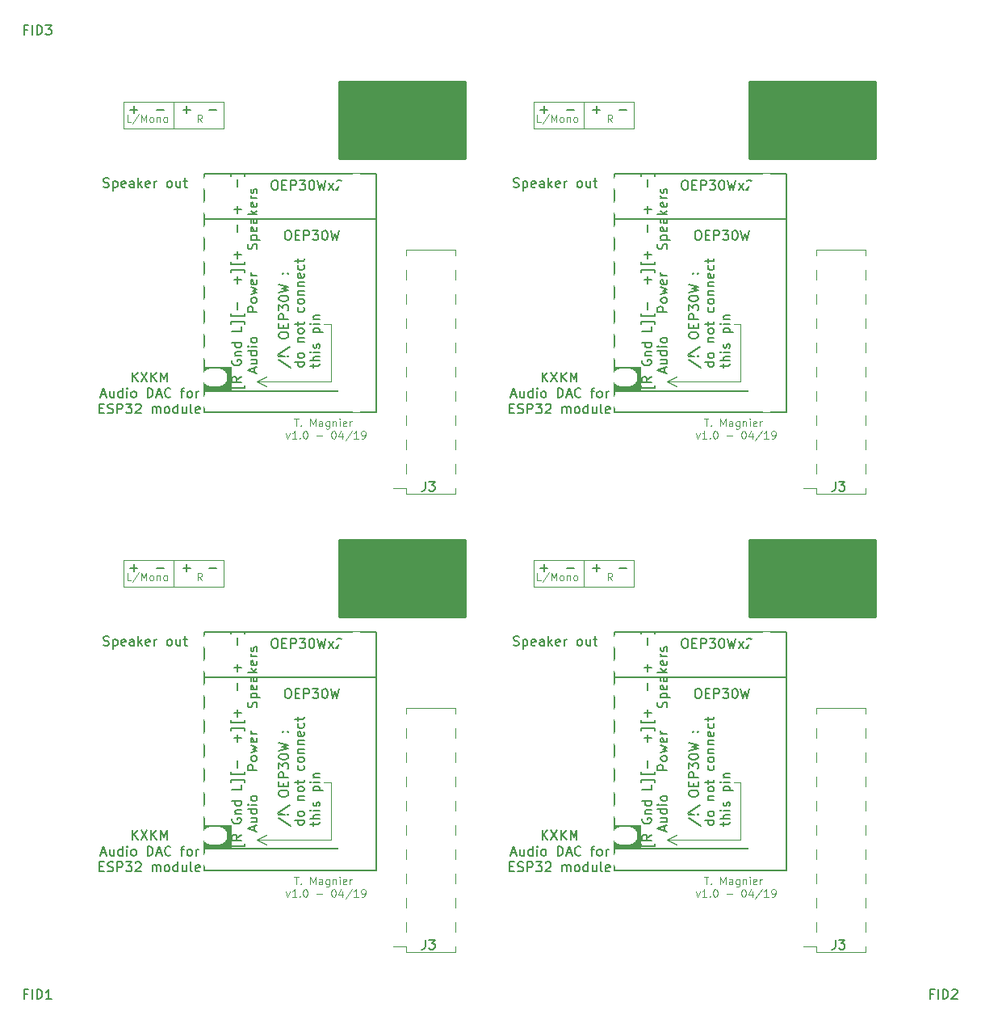
<source format=gto>
G04 #@! TF.GenerationSoftware,KiCad,Pcbnew,5.1.0*
G04 #@! TF.CreationDate,2019-04-12T15:20:19+02:00*
G04 #@! TF.ProjectId,output.KXKM_audio_board_for_ESP32_PANEL,6f757470-7574-42e4-9b58-4b4d5f617564,1.0*
G04 #@! TF.SameCoordinates,PX5f5e100PY8f0d180*
G04 #@! TF.FileFunction,Legend,Top*
G04 #@! TF.FilePolarity,Positive*
%FSLAX46Y46*%
G04 Gerber Fmt 4.6, Leading zero omitted, Abs format (unit mm)*
G04 Created by KiCad (PCBNEW 5.1.0) date 2019-04-12 15:20:19*
%MOMM*%
%LPD*%
G04 APERTURE LIST*
%ADD10C,0.100000*%
%ADD11C,0.120000*%
%ADD12C,0.150000*%
%ADD13C,0.254000*%
%ADD14C,0.640000*%
%ADD15O,1.540000X2.940000*%
%ADD16C,3.940000*%
%ADD17O,2.640000X1.840000*%
%ADD18R,3.140000X1.140000*%
%ADD19C,2.140000*%
%ADD20C,1.740000*%
%ADD21R,3.139740X3.139740*%
%ADD22C,3.139740*%
%ADD23C,3.340000*%
%ADD24C,3.140000*%
%ADD25C,2.000000*%
G04 APERTURE END LIST*
D10*
G36*
X65250000Y67250000D02*
G01*
X62500000Y67250000D01*
X62500000Y69750000D01*
X65250000Y69750000D01*
X65250000Y67250000D01*
G37*
X65250000Y67250000D02*
X62500000Y67250000D01*
X62500000Y69750000D01*
X65250000Y69750000D01*
X65250000Y67250000D01*
D11*
X68000000Y68250000D02*
X69000000Y67750000D01*
X68000000Y68250000D02*
X69000000Y68750000D01*
X59250000Y97500000D02*
X59250000Y94750000D01*
X64500000Y94750000D02*
X64500000Y97500000D01*
D12*
X69797619Y89297620D02*
X69988095Y89297620D01*
X70083333Y89250000D01*
X70178571Y89154762D01*
X70226190Y88964286D01*
X70226190Y88630953D01*
X70178571Y88440477D01*
X70083333Y88345239D01*
X69988095Y88297620D01*
X69797619Y88297620D01*
X69702380Y88345239D01*
X69607142Y88440477D01*
X69559523Y88630953D01*
X69559523Y88964286D01*
X69607142Y89154762D01*
X69702380Y89250000D01*
X69797619Y89297620D01*
X70654761Y88821429D02*
X70988095Y88821429D01*
X71130952Y88297620D02*
X70654761Y88297620D01*
X70654761Y89297620D01*
X71130952Y89297620D01*
X71559523Y88297620D02*
X71559523Y89297620D01*
X71940476Y89297620D01*
X72035714Y89250000D01*
X72083333Y89202381D01*
X72130952Y89107143D01*
X72130952Y88964286D01*
X72083333Y88869048D01*
X72035714Y88821429D01*
X71940476Y88773810D01*
X71559523Y88773810D01*
X72464285Y89297620D02*
X73083333Y89297620D01*
X72750000Y88916667D01*
X72892857Y88916667D01*
X72988095Y88869048D01*
X73035714Y88821429D01*
X73083333Y88726191D01*
X73083333Y88488096D01*
X73035714Y88392858D01*
X72988095Y88345239D01*
X72892857Y88297620D01*
X72607142Y88297620D01*
X72511904Y88345239D01*
X72464285Y88392858D01*
X73702380Y89297620D02*
X73797619Y89297620D01*
X73892857Y89250000D01*
X73940476Y89202381D01*
X73988095Y89107143D01*
X74035714Y88916667D01*
X74035714Y88678572D01*
X73988095Y88488096D01*
X73940476Y88392858D01*
X73892857Y88345239D01*
X73797619Y88297620D01*
X73702380Y88297620D01*
X73607142Y88345239D01*
X73559523Y88392858D01*
X73511904Y88488096D01*
X73464285Y88678572D01*
X73464285Y88916667D01*
X73511904Y89107143D01*
X73559523Y89202381D01*
X73607142Y89250000D01*
X73702380Y89297620D01*
X74369047Y89297620D02*
X74607142Y88297620D01*
X74797619Y89011905D01*
X74988095Y88297620D01*
X75226190Y89297620D01*
X75511904Y88297620D02*
X76035714Y88964286D01*
X75511904Y88964286D02*
X76035714Y88297620D01*
X76369047Y89202381D02*
X76416666Y89250000D01*
X76511904Y89297620D01*
X76750000Y89297620D01*
X76845238Y89250000D01*
X76892857Y89202381D01*
X76940476Y89107143D01*
X76940476Y89011905D01*
X76892857Y88869048D01*
X76321428Y88297620D01*
X76940476Y88297620D01*
D11*
X75750000Y68250000D02*
X68000000Y68250000D01*
X59250000Y94750000D02*
X54000000Y94750000D01*
D12*
X66710714Y75357143D02*
X66710714Y75119048D01*
X65282142Y75119048D01*
X65282142Y75357143D01*
X65996428Y75738096D02*
X65996428Y76500000D01*
X65996428Y78500000D02*
X65996428Y79261905D01*
X66377380Y78880953D02*
X65615476Y78880953D01*
X66710714Y79642858D02*
X66710714Y79880953D01*
X65282142Y79880953D01*
X65282142Y79642858D01*
X68027380Y75523810D02*
X67027380Y75523810D01*
X67027380Y75904762D01*
X67075000Y76000000D01*
X67122619Y76047620D01*
X67217857Y76095239D01*
X67360714Y76095239D01*
X67455952Y76047620D01*
X67503571Y76000000D01*
X67551190Y75904762D01*
X67551190Y75523810D01*
X68027380Y76666667D02*
X67979761Y76571429D01*
X67932142Y76523810D01*
X67836904Y76476191D01*
X67551190Y76476191D01*
X67455952Y76523810D01*
X67408333Y76571429D01*
X67360714Y76666667D01*
X67360714Y76809524D01*
X67408333Y76904762D01*
X67455952Y76952381D01*
X67551190Y77000000D01*
X67836904Y77000000D01*
X67932142Y76952381D01*
X67979761Y76904762D01*
X68027380Y76809524D01*
X68027380Y76666667D01*
X67360714Y77333334D02*
X68027380Y77523810D01*
X67551190Y77714286D01*
X68027380Y77904762D01*
X67360714Y78095239D01*
X67979761Y78857143D02*
X68027380Y78761905D01*
X68027380Y78571429D01*
X67979761Y78476191D01*
X67884523Y78428572D01*
X67503571Y78428572D01*
X67408333Y78476191D01*
X67360714Y78571429D01*
X67360714Y78761905D01*
X67408333Y78857143D01*
X67503571Y78904762D01*
X67598809Y78904762D01*
X67694047Y78428572D01*
X68027380Y79333334D02*
X67360714Y79333334D01*
X67551190Y79333334D02*
X67455952Y79380953D01*
X67408333Y79428572D01*
X67360714Y79523810D01*
X67360714Y79619048D01*
X71178571Y84047620D02*
X71369047Y84047620D01*
X71464285Y84000000D01*
X71559523Y83904762D01*
X71607142Y83714286D01*
X71607142Y83380953D01*
X71559523Y83190477D01*
X71464285Y83095239D01*
X71369047Y83047620D01*
X71178571Y83047620D01*
X71083333Y83095239D01*
X70988095Y83190477D01*
X70940476Y83380953D01*
X70940476Y83714286D01*
X70988095Y83904762D01*
X71083333Y84000000D01*
X71178571Y84047620D01*
X72035714Y83571429D02*
X72369047Y83571429D01*
X72511904Y83047620D02*
X72035714Y83047620D01*
X72035714Y84047620D01*
X72511904Y84047620D01*
X72940476Y83047620D02*
X72940476Y84047620D01*
X73321428Y84047620D01*
X73416666Y84000000D01*
X73464285Y83952381D01*
X73511904Y83857143D01*
X73511904Y83714286D01*
X73464285Y83619048D01*
X73416666Y83571429D01*
X73321428Y83523810D01*
X72940476Y83523810D01*
X73845238Y84047620D02*
X74464285Y84047620D01*
X74130952Y83666667D01*
X74273809Y83666667D01*
X74369047Y83619048D01*
X74416666Y83571429D01*
X74464285Y83476191D01*
X74464285Y83238096D01*
X74416666Y83142858D01*
X74369047Y83095239D01*
X74273809Y83047620D01*
X73988095Y83047620D01*
X73892857Y83095239D01*
X73845238Y83142858D01*
X75083333Y84047620D02*
X75178571Y84047620D01*
X75273809Y84000000D01*
X75321428Y83952381D01*
X75369047Y83857143D01*
X75416666Y83666667D01*
X75416666Y83428572D01*
X75369047Y83238096D01*
X75321428Y83142858D01*
X75273809Y83095239D01*
X75178571Y83047620D01*
X75083333Y83047620D01*
X74988095Y83095239D01*
X74940476Y83142858D01*
X74892857Y83238096D01*
X74845238Y83428572D01*
X74845238Y83666667D01*
X74892857Y83857143D01*
X74940476Y83952381D01*
X74988095Y84000000D01*
X75083333Y84047620D01*
X75750000Y84047620D02*
X75988095Y83047620D01*
X76178571Y83761905D01*
X76369047Y83047620D01*
X76607142Y84047620D01*
X54940476Y68197620D02*
X54940476Y69197620D01*
X55511904Y68197620D02*
X55083333Y68769048D01*
X55511904Y69197620D02*
X54940476Y68626191D01*
X55845238Y69197620D02*
X56511904Y68197620D01*
X56511904Y69197620D02*
X55845238Y68197620D01*
X56892857Y68197620D02*
X56892857Y69197620D01*
X57464285Y68197620D02*
X57035714Y68769048D01*
X57464285Y69197620D02*
X56892857Y68626191D01*
X57892857Y68197620D02*
X57892857Y69197620D01*
X58226190Y68483334D01*
X58559523Y69197620D01*
X58559523Y68197620D01*
X51678571Y66833334D02*
X52154761Y66833334D01*
X51583333Y66547620D02*
X51916666Y67547620D01*
X52250000Y66547620D01*
X53011904Y67214286D02*
X53011904Y66547620D01*
X52583333Y67214286D02*
X52583333Y66690477D01*
X52630952Y66595239D01*
X52726190Y66547620D01*
X52869047Y66547620D01*
X52964285Y66595239D01*
X53011904Y66642858D01*
X53916666Y66547620D02*
X53916666Y67547620D01*
X53916666Y66595239D02*
X53821428Y66547620D01*
X53630952Y66547620D01*
X53535714Y66595239D01*
X53488095Y66642858D01*
X53440476Y66738096D01*
X53440476Y67023810D01*
X53488095Y67119048D01*
X53535714Y67166667D01*
X53630952Y67214286D01*
X53821428Y67214286D01*
X53916666Y67166667D01*
X54392857Y66547620D02*
X54392857Y67214286D01*
X54392857Y67547620D02*
X54345238Y67500000D01*
X54392857Y67452381D01*
X54440476Y67500000D01*
X54392857Y67547620D01*
X54392857Y67452381D01*
X55011904Y66547620D02*
X54916666Y66595239D01*
X54869047Y66642858D01*
X54821428Y66738096D01*
X54821428Y67023810D01*
X54869047Y67119048D01*
X54916666Y67166667D01*
X55011904Y67214286D01*
X55154761Y67214286D01*
X55250000Y67166667D01*
X55297619Y67119048D01*
X55345238Y67023810D01*
X55345238Y66738096D01*
X55297619Y66642858D01*
X55250000Y66595239D01*
X55154761Y66547620D01*
X55011904Y66547620D01*
X56535714Y66547620D02*
X56535714Y67547620D01*
X56773809Y67547620D01*
X56916666Y67500000D01*
X57011904Y67404762D01*
X57059523Y67309524D01*
X57107142Y67119048D01*
X57107142Y66976191D01*
X57059523Y66785715D01*
X57011904Y66690477D01*
X56916666Y66595239D01*
X56773809Y66547620D01*
X56535714Y66547620D01*
X57488095Y66833334D02*
X57964285Y66833334D01*
X57392857Y66547620D02*
X57726190Y67547620D01*
X58059523Y66547620D01*
X58964285Y66642858D02*
X58916666Y66595239D01*
X58773809Y66547620D01*
X58678571Y66547620D01*
X58535714Y66595239D01*
X58440476Y66690477D01*
X58392857Y66785715D01*
X58345238Y66976191D01*
X58345238Y67119048D01*
X58392857Y67309524D01*
X58440476Y67404762D01*
X58535714Y67500000D01*
X58678571Y67547620D01*
X58773809Y67547620D01*
X58916666Y67500000D01*
X58964285Y67452381D01*
X60011904Y67214286D02*
X60392857Y67214286D01*
X60154761Y66547620D02*
X60154761Y67404762D01*
X60202380Y67500000D01*
X60297619Y67547620D01*
X60392857Y67547620D01*
X60869047Y66547620D02*
X60773809Y66595239D01*
X60726190Y66642858D01*
X60678571Y66738096D01*
X60678571Y67023810D01*
X60726190Y67119048D01*
X60773809Y67166667D01*
X60869047Y67214286D01*
X61011904Y67214286D01*
X61107142Y67166667D01*
X61154761Y67119048D01*
X61202380Y67023810D01*
X61202380Y66738096D01*
X61154761Y66642858D01*
X61107142Y66595239D01*
X61011904Y66547620D01*
X60869047Y66547620D01*
X61630952Y66547620D02*
X61630952Y67214286D01*
X61630952Y67023810D02*
X61678571Y67119048D01*
X61726190Y67166667D01*
X61821428Y67214286D01*
X61916666Y67214286D01*
X51511904Y65421429D02*
X51845238Y65421429D01*
X51988095Y64897620D02*
X51511904Y64897620D01*
X51511904Y65897620D01*
X51988095Y65897620D01*
X52369047Y64945239D02*
X52511904Y64897620D01*
X52750000Y64897620D01*
X52845238Y64945239D01*
X52892857Y64992858D01*
X52940476Y65088096D01*
X52940476Y65183334D01*
X52892857Y65278572D01*
X52845238Y65326191D01*
X52750000Y65373810D01*
X52559523Y65421429D01*
X52464285Y65469048D01*
X52416666Y65516667D01*
X52369047Y65611905D01*
X52369047Y65707143D01*
X52416666Y65802381D01*
X52464285Y65850000D01*
X52559523Y65897620D01*
X52797619Y65897620D01*
X52940476Y65850000D01*
X53369047Y64897620D02*
X53369047Y65897620D01*
X53750000Y65897620D01*
X53845238Y65850000D01*
X53892857Y65802381D01*
X53940476Y65707143D01*
X53940476Y65564286D01*
X53892857Y65469048D01*
X53845238Y65421429D01*
X53750000Y65373810D01*
X53369047Y65373810D01*
X54273809Y65897620D02*
X54892857Y65897620D01*
X54559523Y65516667D01*
X54702380Y65516667D01*
X54797619Y65469048D01*
X54845238Y65421429D01*
X54892857Y65326191D01*
X54892857Y65088096D01*
X54845238Y64992858D01*
X54797619Y64945239D01*
X54702380Y64897620D01*
X54416666Y64897620D01*
X54321428Y64945239D01*
X54273809Y64992858D01*
X55273809Y65802381D02*
X55321428Y65850000D01*
X55416666Y65897620D01*
X55654761Y65897620D01*
X55750000Y65850000D01*
X55797619Y65802381D01*
X55845238Y65707143D01*
X55845238Y65611905D01*
X55797619Y65469048D01*
X55226190Y64897620D01*
X55845238Y64897620D01*
X57035714Y64897620D02*
X57035714Y65564286D01*
X57035714Y65469048D02*
X57083333Y65516667D01*
X57178571Y65564286D01*
X57321428Y65564286D01*
X57416666Y65516667D01*
X57464285Y65421429D01*
X57464285Y64897620D01*
X57464285Y65421429D02*
X57511904Y65516667D01*
X57607142Y65564286D01*
X57750000Y65564286D01*
X57845238Y65516667D01*
X57892857Y65421429D01*
X57892857Y64897620D01*
X58511904Y64897620D02*
X58416666Y64945239D01*
X58369047Y64992858D01*
X58321428Y65088096D01*
X58321428Y65373810D01*
X58369047Y65469048D01*
X58416666Y65516667D01*
X58511904Y65564286D01*
X58654761Y65564286D01*
X58750000Y65516667D01*
X58797619Y65469048D01*
X58845238Y65373810D01*
X58845238Y65088096D01*
X58797619Y64992858D01*
X58750000Y64945239D01*
X58654761Y64897620D01*
X58511904Y64897620D01*
X59702380Y64897620D02*
X59702380Y65897620D01*
X59702380Y64945239D02*
X59607142Y64897620D01*
X59416666Y64897620D01*
X59321428Y64945239D01*
X59273809Y64992858D01*
X59226190Y65088096D01*
X59226190Y65373810D01*
X59273809Y65469048D01*
X59321428Y65516667D01*
X59416666Y65564286D01*
X59607142Y65564286D01*
X59702380Y65516667D01*
X60607142Y65564286D02*
X60607142Y64897620D01*
X60178571Y65564286D02*
X60178571Y65040477D01*
X60226190Y64945239D01*
X60321428Y64897620D01*
X60464285Y64897620D01*
X60559523Y64945239D01*
X60607142Y64992858D01*
X61226190Y64897620D02*
X61130952Y64945239D01*
X61083333Y65040477D01*
X61083333Y65897620D01*
X61988095Y64945239D02*
X61892857Y64897620D01*
X61702380Y64897620D01*
X61607142Y64945239D01*
X61559523Y65040477D01*
X61559523Y65421429D01*
X61607142Y65516667D01*
X61702380Y65564286D01*
X61892857Y65564286D01*
X61988095Y65516667D01*
X62035714Y65421429D01*
X62035714Y65326191D01*
X61559523Y65230953D01*
D11*
X54000000Y97500000D02*
X64500000Y97500000D01*
D12*
X66710714Y67785715D02*
X66710714Y67547620D01*
X65282142Y67547620D01*
X65282142Y67785715D01*
X66377380Y68738096D02*
X65901190Y68404762D01*
X66377380Y68166667D02*
X65377380Y68166667D01*
X65377380Y68547620D01*
X65425000Y68642858D01*
X65472619Y68690477D01*
X65567857Y68738096D01*
X65710714Y68738096D01*
X65805952Y68690477D01*
X65853571Y68642858D01*
X65901190Y68547620D01*
X65901190Y68166667D01*
X65425000Y70452381D02*
X65377380Y70357143D01*
X65377380Y70214286D01*
X65425000Y70071429D01*
X65520238Y69976191D01*
X65615476Y69928572D01*
X65805952Y69880953D01*
X65948809Y69880953D01*
X66139285Y69928572D01*
X66234523Y69976191D01*
X66329761Y70071429D01*
X66377380Y70214286D01*
X66377380Y70309524D01*
X66329761Y70452381D01*
X66282142Y70500000D01*
X65948809Y70500000D01*
X65948809Y70309524D01*
X65710714Y70928572D02*
X66377380Y70928572D01*
X65805952Y70928572D02*
X65758333Y70976191D01*
X65710714Y71071429D01*
X65710714Y71214286D01*
X65758333Y71309524D01*
X65853571Y71357143D01*
X66377380Y71357143D01*
X66377380Y72261905D02*
X65377380Y72261905D01*
X66329761Y72261905D02*
X66377380Y72166667D01*
X66377380Y71976191D01*
X66329761Y71880953D01*
X66282142Y71833334D01*
X66186904Y71785715D01*
X65901190Y71785715D01*
X65805952Y71833334D01*
X65758333Y71880953D01*
X65710714Y71976191D01*
X65710714Y72166667D01*
X65758333Y72261905D01*
X66377380Y73976191D02*
X66377380Y73500000D01*
X65377380Y73500000D01*
X66710714Y74214286D02*
X66710714Y74452381D01*
X65282142Y74452381D01*
X65282142Y74214286D01*
X67741666Y69166667D02*
X67741666Y69642858D01*
X68027380Y69071429D02*
X67027380Y69404762D01*
X68027380Y69738096D01*
X67360714Y70500000D02*
X68027380Y70500000D01*
X67360714Y70071429D02*
X67884523Y70071429D01*
X67979761Y70119048D01*
X68027380Y70214286D01*
X68027380Y70357143D01*
X67979761Y70452381D01*
X67932142Y70500000D01*
X68027380Y71404762D02*
X67027380Y71404762D01*
X67979761Y71404762D02*
X68027380Y71309524D01*
X68027380Y71119048D01*
X67979761Y71023810D01*
X67932142Y70976191D01*
X67836904Y70928572D01*
X67551190Y70928572D01*
X67455952Y70976191D01*
X67408333Y71023810D01*
X67360714Y71119048D01*
X67360714Y71309524D01*
X67408333Y71404762D01*
X68027380Y71880953D02*
X67360714Y71880953D01*
X67027380Y71880953D02*
X67075000Y71833334D01*
X67122619Y71880953D01*
X67075000Y71928572D01*
X67027380Y71880953D01*
X67122619Y71880953D01*
X68027380Y72500000D02*
X67979761Y72404762D01*
X67932142Y72357143D01*
X67836904Y72309524D01*
X67551190Y72309524D01*
X67455952Y72357143D01*
X67408333Y72404762D01*
X67360714Y72500000D01*
X67360714Y72642858D01*
X67408333Y72738096D01*
X67455952Y72785715D01*
X67551190Y72833334D01*
X67836904Y72833334D01*
X67932142Y72785715D01*
X67979761Y72738096D01*
X68027380Y72642858D01*
X68027380Y72500000D01*
D10*
X71897619Y64338096D02*
X72354761Y64338096D01*
X72126190Y63538096D02*
X72126190Y64338096D01*
X72621428Y63614286D02*
X72659523Y63576191D01*
X72621428Y63538096D01*
X72583333Y63576191D01*
X72621428Y63614286D01*
X72621428Y63538096D01*
X73611904Y63538096D02*
X73611904Y64338096D01*
X73878571Y63766667D01*
X74145238Y64338096D01*
X74145238Y63538096D01*
X74869047Y63538096D02*
X74869047Y63957143D01*
X74830952Y64033334D01*
X74754761Y64071429D01*
X74602380Y64071429D01*
X74526190Y64033334D01*
X74869047Y63576191D02*
X74792857Y63538096D01*
X74602380Y63538096D01*
X74526190Y63576191D01*
X74488095Y63652381D01*
X74488095Y63728572D01*
X74526190Y63804762D01*
X74602380Y63842858D01*
X74792857Y63842858D01*
X74869047Y63880953D01*
X75592857Y64071429D02*
X75592857Y63423810D01*
X75554761Y63347620D01*
X75516666Y63309524D01*
X75440476Y63271429D01*
X75326190Y63271429D01*
X75250000Y63309524D01*
X75592857Y63576191D02*
X75516666Y63538096D01*
X75364285Y63538096D01*
X75288095Y63576191D01*
X75250000Y63614286D01*
X75211904Y63690477D01*
X75211904Y63919048D01*
X75250000Y63995239D01*
X75288095Y64033334D01*
X75364285Y64071429D01*
X75516666Y64071429D01*
X75592857Y64033334D01*
X75973809Y64071429D02*
X75973809Y63538096D01*
X75973809Y63995239D02*
X76011904Y64033334D01*
X76088095Y64071429D01*
X76202380Y64071429D01*
X76278571Y64033334D01*
X76316666Y63957143D01*
X76316666Y63538096D01*
X76697619Y63538096D02*
X76697619Y64071429D01*
X76697619Y64338096D02*
X76659523Y64300000D01*
X76697619Y64261905D01*
X76735714Y64300000D01*
X76697619Y64338096D01*
X76697619Y64261905D01*
X77383333Y63576191D02*
X77307142Y63538096D01*
X77154761Y63538096D01*
X77078571Y63576191D01*
X77040476Y63652381D01*
X77040476Y63957143D01*
X77078571Y64033334D01*
X77154761Y64071429D01*
X77307142Y64071429D01*
X77383333Y64033334D01*
X77421428Y63957143D01*
X77421428Y63880953D01*
X77040476Y63804762D01*
X77764285Y63538096D02*
X77764285Y64071429D01*
X77764285Y63919048D02*
X77802380Y63995239D01*
X77840476Y64033334D01*
X77916666Y64071429D01*
X77992857Y64071429D01*
X71059523Y62771429D02*
X71250000Y62238096D01*
X71440476Y62771429D01*
X72164285Y62238096D02*
X71707142Y62238096D01*
X71935714Y62238096D02*
X71935714Y63038096D01*
X71859523Y62923810D01*
X71783333Y62847620D01*
X71707142Y62809524D01*
X72507142Y62314286D02*
X72545238Y62276191D01*
X72507142Y62238096D01*
X72469047Y62276191D01*
X72507142Y62314286D01*
X72507142Y62238096D01*
X73040476Y63038096D02*
X73116666Y63038096D01*
X73192857Y63000000D01*
X73230952Y62961905D01*
X73269047Y62885715D01*
X73307142Y62733334D01*
X73307142Y62542858D01*
X73269047Y62390477D01*
X73230952Y62314286D01*
X73192857Y62276191D01*
X73116666Y62238096D01*
X73040476Y62238096D01*
X72964285Y62276191D01*
X72926190Y62314286D01*
X72888095Y62390477D01*
X72850000Y62542858D01*
X72850000Y62733334D01*
X72888095Y62885715D01*
X72926190Y62961905D01*
X72964285Y63000000D01*
X73040476Y63038096D01*
X74259523Y62542858D02*
X74869047Y62542858D01*
X76011904Y63038096D02*
X76088095Y63038096D01*
X76164285Y63000000D01*
X76202380Y62961905D01*
X76240476Y62885715D01*
X76278571Y62733334D01*
X76278571Y62542858D01*
X76240476Y62390477D01*
X76202380Y62314286D01*
X76164285Y62276191D01*
X76088095Y62238096D01*
X76011904Y62238096D01*
X75935714Y62276191D01*
X75897619Y62314286D01*
X75859523Y62390477D01*
X75821428Y62542858D01*
X75821428Y62733334D01*
X75859523Y62885715D01*
X75897619Y62961905D01*
X75935714Y63000000D01*
X76011904Y63038096D01*
X76964285Y62771429D02*
X76964285Y62238096D01*
X76773809Y63076191D02*
X76583333Y62504762D01*
X77078571Y62504762D01*
X77954761Y63076191D02*
X77269047Y62047620D01*
X78640476Y62238096D02*
X78183333Y62238096D01*
X78411904Y62238096D02*
X78411904Y63038096D01*
X78335714Y62923810D01*
X78259523Y62847620D01*
X78183333Y62809524D01*
X79021428Y62238096D02*
X79173809Y62238096D01*
X79250000Y62276191D01*
X79288095Y62314286D01*
X79364285Y62428572D01*
X79402380Y62580953D01*
X79402380Y62885715D01*
X79364285Y62961905D01*
X79326190Y63000000D01*
X79250000Y63038096D01*
X79097619Y63038096D01*
X79021428Y63000000D01*
X78983333Y62961905D01*
X78945238Y62885715D01*
X78945238Y62695239D01*
X78983333Y62619048D01*
X79021428Y62580953D01*
X79097619Y62542858D01*
X79250000Y62542858D01*
X79326190Y62580953D01*
X79364285Y62619048D01*
X79402380Y62695239D01*
D12*
X70254761Y70549881D02*
X71540476Y69692739D01*
X71207142Y70883215D02*
X71254761Y70930834D01*
X71302380Y70883215D01*
X71254761Y70835596D01*
X71207142Y70883215D01*
X71302380Y70883215D01*
X70921428Y70883215D02*
X70350000Y70835596D01*
X70302380Y70883215D01*
X70350000Y70930834D01*
X70921428Y70883215D01*
X70302380Y70883215D01*
X70207142Y71026072D02*
X71492857Y71883215D01*
X70302380Y72978453D02*
X70302380Y73168929D01*
X70350000Y73264167D01*
X70445238Y73359405D01*
X70635714Y73407024D01*
X70969047Y73407024D01*
X71159523Y73359405D01*
X71254761Y73264167D01*
X71302380Y73168929D01*
X71302380Y72978453D01*
X71254761Y72883215D01*
X71159523Y72787977D01*
X70969047Y72740358D01*
X70635714Y72740358D01*
X70445238Y72787977D01*
X70350000Y72883215D01*
X70302380Y72978453D01*
X70778571Y73835596D02*
X70778571Y74168929D01*
X71302380Y74311786D02*
X71302380Y73835596D01*
X70302380Y73835596D01*
X70302380Y74311786D01*
X71302380Y74740358D02*
X70302380Y74740358D01*
X70302380Y75121310D01*
X70350000Y75216548D01*
X70397619Y75264167D01*
X70492857Y75311786D01*
X70635714Y75311786D01*
X70730952Y75264167D01*
X70778571Y75216548D01*
X70826190Y75121310D01*
X70826190Y74740358D01*
X70302380Y75645120D02*
X70302380Y76264167D01*
X70683333Y75930834D01*
X70683333Y76073691D01*
X70730952Y76168929D01*
X70778571Y76216548D01*
X70873809Y76264167D01*
X71111904Y76264167D01*
X71207142Y76216548D01*
X71254761Y76168929D01*
X71302380Y76073691D01*
X71302380Y75787977D01*
X71254761Y75692739D01*
X71207142Y75645120D01*
X70302380Y76883215D02*
X70302380Y76978453D01*
X70350000Y77073691D01*
X70397619Y77121310D01*
X70492857Y77168929D01*
X70683333Y77216548D01*
X70921428Y77216548D01*
X71111904Y77168929D01*
X71207142Y77121310D01*
X71254761Y77073691D01*
X71302380Y76978453D01*
X71302380Y76883215D01*
X71254761Y76787977D01*
X71207142Y76740358D01*
X71111904Y76692739D01*
X70921428Y76645120D01*
X70683333Y76645120D01*
X70492857Y76692739D01*
X70397619Y76740358D01*
X70350000Y76787977D01*
X70302380Y76883215D01*
X70302380Y77549881D02*
X71302380Y77787977D01*
X70588095Y77978453D01*
X71302380Y78168929D01*
X70302380Y78407024D01*
X71207142Y79549881D02*
X71254761Y79597500D01*
X71302380Y79549881D01*
X71254761Y79502262D01*
X71207142Y79549881D01*
X71302380Y79549881D01*
X70683333Y79549881D02*
X70730952Y79597500D01*
X70778571Y79549881D01*
X70730952Y79502262D01*
X70683333Y79549881D01*
X70778571Y79549881D01*
X72952380Y70264167D02*
X71952380Y70264167D01*
X72904761Y70264167D02*
X72952380Y70168929D01*
X72952380Y69978453D01*
X72904761Y69883215D01*
X72857142Y69835596D01*
X72761904Y69787977D01*
X72476190Y69787977D01*
X72380952Y69835596D01*
X72333333Y69883215D01*
X72285714Y69978453D01*
X72285714Y70168929D01*
X72333333Y70264167D01*
X72952380Y70883215D02*
X72904761Y70787977D01*
X72857142Y70740358D01*
X72761904Y70692739D01*
X72476190Y70692739D01*
X72380952Y70740358D01*
X72333333Y70787977D01*
X72285714Y70883215D01*
X72285714Y71026072D01*
X72333333Y71121310D01*
X72380952Y71168929D01*
X72476190Y71216548D01*
X72761904Y71216548D01*
X72857142Y71168929D01*
X72904761Y71121310D01*
X72952380Y71026072D01*
X72952380Y70883215D01*
X72285714Y72407024D02*
X72952380Y72407024D01*
X72380952Y72407024D02*
X72333333Y72454643D01*
X72285714Y72549881D01*
X72285714Y72692739D01*
X72333333Y72787977D01*
X72428571Y72835596D01*
X72952380Y72835596D01*
X72952380Y73454643D02*
X72904761Y73359405D01*
X72857142Y73311786D01*
X72761904Y73264167D01*
X72476190Y73264167D01*
X72380952Y73311786D01*
X72333333Y73359405D01*
X72285714Y73454643D01*
X72285714Y73597500D01*
X72333333Y73692739D01*
X72380952Y73740358D01*
X72476190Y73787977D01*
X72761904Y73787977D01*
X72857142Y73740358D01*
X72904761Y73692739D01*
X72952380Y73597500D01*
X72952380Y73454643D01*
X72285714Y74073691D02*
X72285714Y74454643D01*
X71952380Y74216548D02*
X72809523Y74216548D01*
X72904761Y74264167D01*
X72952380Y74359405D01*
X72952380Y74454643D01*
X72904761Y75978453D02*
X72952380Y75883215D01*
X72952380Y75692739D01*
X72904761Y75597500D01*
X72857142Y75549881D01*
X72761904Y75502262D01*
X72476190Y75502262D01*
X72380952Y75549881D01*
X72333333Y75597500D01*
X72285714Y75692739D01*
X72285714Y75883215D01*
X72333333Y75978453D01*
X72952380Y76549881D02*
X72904761Y76454643D01*
X72857142Y76407024D01*
X72761904Y76359405D01*
X72476190Y76359405D01*
X72380952Y76407024D01*
X72333333Y76454643D01*
X72285714Y76549881D01*
X72285714Y76692739D01*
X72333333Y76787977D01*
X72380952Y76835596D01*
X72476190Y76883215D01*
X72761904Y76883215D01*
X72857142Y76835596D01*
X72904761Y76787977D01*
X72952380Y76692739D01*
X72952380Y76549881D01*
X72285714Y77311786D02*
X72952380Y77311786D01*
X72380952Y77311786D02*
X72333333Y77359405D01*
X72285714Y77454643D01*
X72285714Y77597500D01*
X72333333Y77692739D01*
X72428571Y77740358D01*
X72952380Y77740358D01*
X72285714Y78216548D02*
X72952380Y78216548D01*
X72380952Y78216548D02*
X72333333Y78264167D01*
X72285714Y78359405D01*
X72285714Y78502262D01*
X72333333Y78597500D01*
X72428571Y78645120D01*
X72952380Y78645120D01*
X72904761Y79502262D02*
X72952380Y79407024D01*
X72952380Y79216548D01*
X72904761Y79121310D01*
X72809523Y79073691D01*
X72428571Y79073691D01*
X72333333Y79121310D01*
X72285714Y79216548D01*
X72285714Y79407024D01*
X72333333Y79502262D01*
X72428571Y79549881D01*
X72523809Y79549881D01*
X72619047Y79073691D01*
X72904761Y80407024D02*
X72952380Y80311786D01*
X72952380Y80121310D01*
X72904761Y80026072D01*
X72857142Y79978453D01*
X72761904Y79930834D01*
X72476190Y79930834D01*
X72380952Y79978453D01*
X72333333Y80026072D01*
X72285714Y80121310D01*
X72285714Y80311786D01*
X72333333Y80407024D01*
X72285714Y80692739D02*
X72285714Y81073691D01*
X71952380Y80835596D02*
X72809523Y80835596D01*
X72904761Y80883215D01*
X72952380Y80978453D01*
X72952380Y81073691D01*
X73935714Y69692739D02*
X73935714Y70073691D01*
X73602380Y69835596D02*
X74459523Y69835596D01*
X74554761Y69883215D01*
X74602380Y69978453D01*
X74602380Y70073691D01*
X74602380Y70407024D02*
X73602380Y70407024D01*
X74602380Y70835596D02*
X74078571Y70835596D01*
X73983333Y70787977D01*
X73935714Y70692739D01*
X73935714Y70549881D01*
X73983333Y70454643D01*
X74030952Y70407024D01*
X74602380Y71311786D02*
X73935714Y71311786D01*
X73602380Y71311786D02*
X73650000Y71264167D01*
X73697619Y71311786D01*
X73650000Y71359405D01*
X73602380Y71311786D01*
X73697619Y71311786D01*
X74554761Y71740358D02*
X74602380Y71835596D01*
X74602380Y72026072D01*
X74554761Y72121310D01*
X74459523Y72168929D01*
X74411904Y72168929D01*
X74316666Y72121310D01*
X74269047Y72026072D01*
X74269047Y71883215D01*
X74221428Y71787977D01*
X74126190Y71740358D01*
X74078571Y71740358D01*
X73983333Y71787977D01*
X73935714Y71883215D01*
X73935714Y72026072D01*
X73983333Y72121310D01*
X73935714Y73359405D02*
X74935714Y73359405D01*
X73983333Y73359405D02*
X73935714Y73454643D01*
X73935714Y73645120D01*
X73983333Y73740358D01*
X74030952Y73787977D01*
X74126190Y73835596D01*
X74411904Y73835596D01*
X74507142Y73787977D01*
X74554761Y73740358D01*
X74602380Y73645120D01*
X74602380Y73454643D01*
X74554761Y73359405D01*
X74602380Y74264167D02*
X73935714Y74264167D01*
X73602380Y74264167D02*
X73650000Y74216548D01*
X73697619Y74264167D01*
X73650000Y74311786D01*
X73602380Y74264167D01*
X73697619Y74264167D01*
X73935714Y74740358D02*
X74602380Y74740358D01*
X74030952Y74740358D02*
X73983333Y74787977D01*
X73935714Y74883215D01*
X73935714Y75026072D01*
X73983333Y75121310D01*
X74078571Y75168929D01*
X74602380Y75168929D01*
X51916666Y88595239D02*
X52059523Y88547620D01*
X52297619Y88547620D01*
X52392857Y88595239D01*
X52440476Y88642858D01*
X52488095Y88738096D01*
X52488095Y88833334D01*
X52440476Y88928572D01*
X52392857Y88976191D01*
X52297619Y89023810D01*
X52107142Y89071429D01*
X52011904Y89119048D01*
X51964285Y89166667D01*
X51916666Y89261905D01*
X51916666Y89357143D01*
X51964285Y89452381D01*
X52011904Y89500000D01*
X52107142Y89547620D01*
X52345238Y89547620D01*
X52488095Y89500000D01*
X52916666Y89214286D02*
X52916666Y88214286D01*
X52916666Y89166667D02*
X53011904Y89214286D01*
X53202380Y89214286D01*
X53297619Y89166667D01*
X53345238Y89119048D01*
X53392857Y89023810D01*
X53392857Y88738096D01*
X53345238Y88642858D01*
X53297619Y88595239D01*
X53202380Y88547620D01*
X53011904Y88547620D01*
X52916666Y88595239D01*
X54202380Y88595239D02*
X54107142Y88547620D01*
X53916666Y88547620D01*
X53821428Y88595239D01*
X53773809Y88690477D01*
X53773809Y89071429D01*
X53821428Y89166667D01*
X53916666Y89214286D01*
X54107142Y89214286D01*
X54202380Y89166667D01*
X54250000Y89071429D01*
X54250000Y88976191D01*
X53773809Y88880953D01*
X55107142Y88547620D02*
X55107142Y89071429D01*
X55059523Y89166667D01*
X54964285Y89214286D01*
X54773809Y89214286D01*
X54678571Y89166667D01*
X55107142Y88595239D02*
X55011904Y88547620D01*
X54773809Y88547620D01*
X54678571Y88595239D01*
X54630952Y88690477D01*
X54630952Y88785715D01*
X54678571Y88880953D01*
X54773809Y88928572D01*
X55011904Y88928572D01*
X55107142Y88976191D01*
X55583333Y88547620D02*
X55583333Y89547620D01*
X55678571Y88928572D02*
X55964285Y88547620D01*
X55964285Y89214286D02*
X55583333Y88833334D01*
X56773809Y88595239D02*
X56678571Y88547620D01*
X56488095Y88547620D01*
X56392857Y88595239D01*
X56345238Y88690477D01*
X56345238Y89071429D01*
X56392857Y89166667D01*
X56488095Y89214286D01*
X56678571Y89214286D01*
X56773809Y89166667D01*
X56821428Y89071429D01*
X56821428Y88976191D01*
X56345238Y88880953D01*
X57250000Y88547620D02*
X57250000Y89214286D01*
X57250000Y89023810D02*
X57297619Y89119048D01*
X57345238Y89166667D01*
X57440476Y89214286D01*
X57535714Y89214286D01*
X58773809Y88547620D02*
X58678571Y88595239D01*
X58630952Y88642858D01*
X58583333Y88738096D01*
X58583333Y89023810D01*
X58630952Y89119048D01*
X58678571Y89166667D01*
X58773809Y89214286D01*
X58916666Y89214286D01*
X59011904Y89166667D01*
X59059523Y89119048D01*
X59107142Y89023810D01*
X59107142Y88738096D01*
X59059523Y88642858D01*
X59011904Y88595239D01*
X58916666Y88547620D01*
X58773809Y88547620D01*
X59964285Y89214286D02*
X59964285Y88547620D01*
X59535714Y89214286D02*
X59535714Y88690477D01*
X59583333Y88595239D01*
X59678571Y88547620D01*
X59821428Y88547620D01*
X59916666Y88595239D01*
X59964285Y88642858D01*
X60297619Y89214286D02*
X60678571Y89214286D01*
X60440476Y89547620D02*
X60440476Y88690477D01*
X60488095Y88595239D01*
X60583333Y88547620D01*
X60678571Y88547620D01*
X54726190Y96678572D02*
X55488095Y96678572D01*
X55107142Y96297620D02*
X55107142Y97059524D01*
X57488095Y96678572D02*
X58250000Y96678572D01*
X60250000Y96678572D02*
X61011904Y96678572D01*
X60630952Y96297620D02*
X60630952Y97059524D01*
X63011904Y96678572D02*
X63773809Y96678572D01*
D10*
X54785714Y95388096D02*
X54404761Y95388096D01*
X54404761Y96188096D01*
X55623809Y96226191D02*
X54938095Y95197620D01*
X55890476Y95388096D02*
X55890476Y96188096D01*
X56157142Y95616667D01*
X56423809Y96188096D01*
X56423809Y95388096D01*
X56919047Y95388096D02*
X56842857Y95426191D01*
X56804761Y95464286D01*
X56766666Y95540477D01*
X56766666Y95769048D01*
X56804761Y95845239D01*
X56842857Y95883334D01*
X56919047Y95921429D01*
X57033333Y95921429D01*
X57109523Y95883334D01*
X57147619Y95845239D01*
X57185714Y95769048D01*
X57185714Y95540477D01*
X57147619Y95464286D01*
X57109523Y95426191D01*
X57033333Y95388096D01*
X56919047Y95388096D01*
X57528571Y95921429D02*
X57528571Y95388096D01*
X57528571Y95845239D02*
X57566666Y95883334D01*
X57642857Y95921429D01*
X57757142Y95921429D01*
X57833333Y95883334D01*
X57871428Y95807143D01*
X57871428Y95388096D01*
X58366666Y95388096D02*
X58290476Y95426191D01*
X58252380Y95464286D01*
X58214285Y95540477D01*
X58214285Y95769048D01*
X58252380Y95845239D01*
X58290476Y95883334D01*
X58366666Y95921429D01*
X58480952Y95921429D01*
X58557142Y95883334D01*
X58595238Y95845239D01*
X58633333Y95769048D01*
X58633333Y95540477D01*
X58595238Y95464286D01*
X58557142Y95426191D01*
X58480952Y95388096D01*
X58366666Y95388096D01*
D11*
X75000000Y74250000D02*
X75750000Y74250000D01*
X54000000Y94750000D02*
X54000000Y97500000D01*
D10*
X62247619Y95388096D02*
X61980952Y95769048D01*
X61790476Y95388096D02*
X61790476Y96188096D01*
X62095238Y96188096D01*
X62171428Y96150000D01*
X62209523Y96111905D01*
X62247619Y96035715D01*
X62247619Y95921429D01*
X62209523Y95845239D01*
X62171428Y95807143D01*
X62095238Y95769048D01*
X61790476Y95769048D01*
D11*
X75750000Y74250000D02*
X75750000Y68250000D01*
D12*
X66710714Y80726191D02*
X66710714Y80488096D01*
X65282142Y80488096D01*
X65282142Y80726191D01*
X65996428Y81107143D02*
X65996428Y81869048D01*
X66377380Y81488096D02*
X65615476Y81488096D01*
X65996428Y83869048D02*
X65996428Y84630953D01*
X65996428Y85869048D02*
X65996428Y86630953D01*
X66377380Y86250000D02*
X65615476Y86250000D01*
X65996428Y88630953D02*
X65996428Y89392858D01*
X66710714Y89773810D02*
X66710714Y90011905D01*
X65282142Y90011905D01*
X65282142Y89773810D01*
X67979761Y82083334D02*
X68027380Y82226191D01*
X68027380Y82464286D01*
X67979761Y82559524D01*
X67932142Y82607143D01*
X67836904Y82654762D01*
X67741666Y82654762D01*
X67646428Y82607143D01*
X67598809Y82559524D01*
X67551190Y82464286D01*
X67503571Y82273810D01*
X67455952Y82178572D01*
X67408333Y82130953D01*
X67313095Y82083334D01*
X67217857Y82083334D01*
X67122619Y82130953D01*
X67075000Y82178572D01*
X67027380Y82273810D01*
X67027380Y82511905D01*
X67075000Y82654762D01*
X67360714Y83083334D02*
X68360714Y83083334D01*
X67408333Y83083334D02*
X67360714Y83178572D01*
X67360714Y83369048D01*
X67408333Y83464286D01*
X67455952Y83511905D01*
X67551190Y83559524D01*
X67836904Y83559524D01*
X67932142Y83511905D01*
X67979761Y83464286D01*
X68027380Y83369048D01*
X68027380Y83178572D01*
X67979761Y83083334D01*
X67979761Y84369048D02*
X68027380Y84273810D01*
X68027380Y84083334D01*
X67979761Y83988096D01*
X67884523Y83940477D01*
X67503571Y83940477D01*
X67408333Y83988096D01*
X67360714Y84083334D01*
X67360714Y84273810D01*
X67408333Y84369048D01*
X67503571Y84416667D01*
X67598809Y84416667D01*
X67694047Y83940477D01*
X68027380Y85273810D02*
X67503571Y85273810D01*
X67408333Y85226191D01*
X67360714Y85130953D01*
X67360714Y84940477D01*
X67408333Y84845239D01*
X67979761Y85273810D02*
X68027380Y85178572D01*
X68027380Y84940477D01*
X67979761Y84845239D01*
X67884523Y84797620D01*
X67789285Y84797620D01*
X67694047Y84845239D01*
X67646428Y84940477D01*
X67646428Y85178572D01*
X67598809Y85273810D01*
X68027380Y85750000D02*
X67027380Y85750000D01*
X67646428Y85845239D02*
X68027380Y86130953D01*
X67360714Y86130953D02*
X67741666Y85750000D01*
X67979761Y86940477D02*
X68027380Y86845239D01*
X68027380Y86654762D01*
X67979761Y86559524D01*
X67884523Y86511905D01*
X67503571Y86511905D01*
X67408333Y86559524D01*
X67360714Y86654762D01*
X67360714Y86845239D01*
X67408333Y86940477D01*
X67503571Y86988096D01*
X67598809Y86988096D01*
X67694047Y86511905D01*
X68027380Y87416667D02*
X67360714Y87416667D01*
X67551190Y87416667D02*
X67455952Y87464286D01*
X67408333Y87511905D01*
X67360714Y87607143D01*
X67360714Y87702381D01*
X67979761Y87988096D02*
X68027380Y88083334D01*
X68027380Y88273810D01*
X67979761Y88369048D01*
X67884523Y88416667D01*
X67836904Y88416667D01*
X67741666Y88369048D01*
X67694047Y88273810D01*
X67694047Y88130953D01*
X67646428Y88035715D01*
X67551190Y87988096D01*
X67503571Y87988096D01*
X67408333Y88035715D01*
X67360714Y88130953D01*
X67360714Y88273810D01*
X67408333Y88369048D01*
D11*
X59250000Y94750000D02*
X64500000Y94750000D01*
X68000000Y20250000D02*
X69000000Y19750000D01*
X68000000Y20250000D02*
X69000000Y20750000D01*
D10*
G36*
X65250000Y19250000D02*
G01*
X62500000Y19250000D01*
X62500000Y21750000D01*
X65250000Y21750000D01*
X65250000Y19250000D01*
G37*
X65250000Y19250000D02*
X62500000Y19250000D01*
X62500000Y21750000D01*
X65250000Y21750000D01*
X65250000Y19250000D01*
D12*
X51916666Y40595239D02*
X52059523Y40547620D01*
X52297619Y40547620D01*
X52392857Y40595239D01*
X52440476Y40642858D01*
X52488095Y40738096D01*
X52488095Y40833334D01*
X52440476Y40928572D01*
X52392857Y40976191D01*
X52297619Y41023810D01*
X52107142Y41071429D01*
X52011904Y41119048D01*
X51964285Y41166667D01*
X51916666Y41261905D01*
X51916666Y41357143D01*
X51964285Y41452381D01*
X52011904Y41500000D01*
X52107142Y41547620D01*
X52345238Y41547620D01*
X52488095Y41500000D01*
X52916666Y41214286D02*
X52916666Y40214286D01*
X52916666Y41166667D02*
X53011904Y41214286D01*
X53202380Y41214286D01*
X53297619Y41166667D01*
X53345238Y41119048D01*
X53392857Y41023810D01*
X53392857Y40738096D01*
X53345238Y40642858D01*
X53297619Y40595239D01*
X53202380Y40547620D01*
X53011904Y40547620D01*
X52916666Y40595239D01*
X54202380Y40595239D02*
X54107142Y40547620D01*
X53916666Y40547620D01*
X53821428Y40595239D01*
X53773809Y40690477D01*
X53773809Y41071429D01*
X53821428Y41166667D01*
X53916666Y41214286D01*
X54107142Y41214286D01*
X54202380Y41166667D01*
X54250000Y41071429D01*
X54250000Y40976191D01*
X53773809Y40880953D01*
X55107142Y40547620D02*
X55107142Y41071429D01*
X55059523Y41166667D01*
X54964285Y41214286D01*
X54773809Y41214286D01*
X54678571Y41166667D01*
X55107142Y40595239D02*
X55011904Y40547620D01*
X54773809Y40547620D01*
X54678571Y40595239D01*
X54630952Y40690477D01*
X54630952Y40785715D01*
X54678571Y40880953D01*
X54773809Y40928572D01*
X55011904Y40928572D01*
X55107142Y40976191D01*
X55583333Y40547620D02*
X55583333Y41547620D01*
X55678571Y40928572D02*
X55964285Y40547620D01*
X55964285Y41214286D02*
X55583333Y40833334D01*
X56773809Y40595239D02*
X56678571Y40547620D01*
X56488095Y40547620D01*
X56392857Y40595239D01*
X56345238Y40690477D01*
X56345238Y41071429D01*
X56392857Y41166667D01*
X56488095Y41214286D01*
X56678571Y41214286D01*
X56773809Y41166667D01*
X56821428Y41071429D01*
X56821428Y40976191D01*
X56345238Y40880953D01*
X57250000Y40547620D02*
X57250000Y41214286D01*
X57250000Y41023810D02*
X57297619Y41119048D01*
X57345238Y41166667D01*
X57440476Y41214286D01*
X57535714Y41214286D01*
X58773809Y40547620D02*
X58678571Y40595239D01*
X58630952Y40642858D01*
X58583333Y40738096D01*
X58583333Y41023810D01*
X58630952Y41119048D01*
X58678571Y41166667D01*
X58773809Y41214286D01*
X58916666Y41214286D01*
X59011904Y41166667D01*
X59059523Y41119048D01*
X59107142Y41023810D01*
X59107142Y40738096D01*
X59059523Y40642858D01*
X59011904Y40595239D01*
X58916666Y40547620D01*
X58773809Y40547620D01*
X59964285Y41214286D02*
X59964285Y40547620D01*
X59535714Y41214286D02*
X59535714Y40690477D01*
X59583333Y40595239D01*
X59678571Y40547620D01*
X59821428Y40547620D01*
X59916666Y40595239D01*
X59964285Y40642858D01*
X60297619Y41214286D02*
X60678571Y41214286D01*
X60440476Y41547620D02*
X60440476Y40690477D01*
X60488095Y40595239D01*
X60583333Y40547620D01*
X60678571Y40547620D01*
X54726190Y48678572D02*
X55488095Y48678572D01*
X55107142Y48297620D02*
X55107142Y49059524D01*
X57488095Y48678572D02*
X58250000Y48678572D01*
X60250000Y48678572D02*
X61011904Y48678572D01*
X60630952Y48297620D02*
X60630952Y49059524D01*
X63011904Y48678572D02*
X63773809Y48678572D01*
D10*
X54785714Y47388096D02*
X54404761Y47388096D01*
X54404761Y48188096D01*
X55623809Y48226191D02*
X54938095Y47197620D01*
X55890476Y47388096D02*
X55890476Y48188096D01*
X56157142Y47616667D01*
X56423809Y48188096D01*
X56423809Y47388096D01*
X56919047Y47388096D02*
X56842857Y47426191D01*
X56804761Y47464286D01*
X56766666Y47540477D01*
X56766666Y47769048D01*
X56804761Y47845239D01*
X56842857Y47883334D01*
X56919047Y47921429D01*
X57033333Y47921429D01*
X57109523Y47883334D01*
X57147619Y47845239D01*
X57185714Y47769048D01*
X57185714Y47540477D01*
X57147619Y47464286D01*
X57109523Y47426191D01*
X57033333Y47388096D01*
X56919047Y47388096D01*
X57528571Y47921429D02*
X57528571Y47388096D01*
X57528571Y47845239D02*
X57566666Y47883334D01*
X57642857Y47921429D01*
X57757142Y47921429D01*
X57833333Y47883334D01*
X57871428Y47807143D01*
X57871428Y47388096D01*
X58366666Y47388096D02*
X58290476Y47426191D01*
X58252380Y47464286D01*
X58214285Y47540477D01*
X58214285Y47769048D01*
X58252380Y47845239D01*
X58290476Y47883334D01*
X58366666Y47921429D01*
X58480952Y47921429D01*
X58557142Y47883334D01*
X58595238Y47845239D01*
X58633333Y47769048D01*
X58633333Y47540477D01*
X58595238Y47464286D01*
X58557142Y47426191D01*
X58480952Y47388096D01*
X58366666Y47388096D01*
X62247619Y47388096D02*
X61980952Y47769048D01*
X61790476Y47388096D02*
X61790476Y48188096D01*
X62095238Y48188096D01*
X62171428Y48150000D01*
X62209523Y48111905D01*
X62247619Y48035715D01*
X62247619Y47921429D01*
X62209523Y47845239D01*
X62171428Y47807143D01*
X62095238Y47769048D01*
X61790476Y47769048D01*
D11*
X59250000Y49500000D02*
X59250000Y46750000D01*
X59250000Y46750000D02*
X54000000Y46750000D01*
X54000000Y46750000D02*
X54000000Y49500000D01*
X54000000Y49500000D02*
X64500000Y49500000D01*
X64500000Y46750000D02*
X64500000Y49500000D01*
D12*
X66710714Y19785715D02*
X66710714Y19547620D01*
X65282142Y19547620D01*
X65282142Y19785715D01*
X66377380Y20738096D02*
X65901190Y20404762D01*
X66377380Y20166667D02*
X65377380Y20166667D01*
X65377380Y20547620D01*
X65425000Y20642858D01*
X65472619Y20690477D01*
X65567857Y20738096D01*
X65710714Y20738096D01*
X65805952Y20690477D01*
X65853571Y20642858D01*
X65901190Y20547620D01*
X65901190Y20166667D01*
X65425000Y22452381D02*
X65377380Y22357143D01*
X65377380Y22214286D01*
X65425000Y22071429D01*
X65520238Y21976191D01*
X65615476Y21928572D01*
X65805952Y21880953D01*
X65948809Y21880953D01*
X66139285Y21928572D01*
X66234523Y21976191D01*
X66329761Y22071429D01*
X66377380Y22214286D01*
X66377380Y22309524D01*
X66329761Y22452381D01*
X66282142Y22500000D01*
X65948809Y22500000D01*
X65948809Y22309524D01*
X65710714Y22928572D02*
X66377380Y22928572D01*
X65805952Y22928572D02*
X65758333Y22976191D01*
X65710714Y23071429D01*
X65710714Y23214286D01*
X65758333Y23309524D01*
X65853571Y23357143D01*
X66377380Y23357143D01*
X66377380Y24261905D02*
X65377380Y24261905D01*
X66329761Y24261905D02*
X66377380Y24166667D01*
X66377380Y23976191D01*
X66329761Y23880953D01*
X66282142Y23833334D01*
X66186904Y23785715D01*
X65901190Y23785715D01*
X65805952Y23833334D01*
X65758333Y23880953D01*
X65710714Y23976191D01*
X65710714Y24166667D01*
X65758333Y24261905D01*
X66377380Y25976191D02*
X66377380Y25500000D01*
X65377380Y25500000D01*
X66710714Y26214286D02*
X66710714Y26452381D01*
X65282142Y26452381D01*
X65282142Y26214286D01*
X67741666Y21166667D02*
X67741666Y21642858D01*
X68027380Y21071429D02*
X67027380Y21404762D01*
X68027380Y21738096D01*
X67360714Y22500000D02*
X68027380Y22500000D01*
X67360714Y22071429D02*
X67884523Y22071429D01*
X67979761Y22119048D01*
X68027380Y22214286D01*
X68027380Y22357143D01*
X67979761Y22452381D01*
X67932142Y22500000D01*
X68027380Y23404762D02*
X67027380Y23404762D01*
X67979761Y23404762D02*
X68027380Y23309524D01*
X68027380Y23119048D01*
X67979761Y23023810D01*
X67932142Y22976191D01*
X67836904Y22928572D01*
X67551190Y22928572D01*
X67455952Y22976191D01*
X67408333Y23023810D01*
X67360714Y23119048D01*
X67360714Y23309524D01*
X67408333Y23404762D01*
X68027380Y23880953D02*
X67360714Y23880953D01*
X67027380Y23880953D02*
X67075000Y23833334D01*
X67122619Y23880953D01*
X67075000Y23928572D01*
X67027380Y23880953D01*
X67122619Y23880953D01*
X68027380Y24500000D02*
X67979761Y24404762D01*
X67932142Y24357143D01*
X67836904Y24309524D01*
X67551190Y24309524D01*
X67455952Y24357143D01*
X67408333Y24404762D01*
X67360714Y24500000D01*
X67360714Y24642858D01*
X67408333Y24738096D01*
X67455952Y24785715D01*
X67551190Y24833334D01*
X67836904Y24833334D01*
X67932142Y24785715D01*
X67979761Y24738096D01*
X68027380Y24642858D01*
X68027380Y24500000D01*
X66710714Y27357143D02*
X66710714Y27119048D01*
X65282142Y27119048D01*
X65282142Y27357143D01*
X65996428Y27738096D02*
X65996428Y28500000D01*
X65996428Y30500000D02*
X65996428Y31261905D01*
X66377380Y30880953D02*
X65615476Y30880953D01*
X66710714Y31642858D02*
X66710714Y31880953D01*
X65282142Y31880953D01*
X65282142Y31642858D01*
X68027380Y27523810D02*
X67027380Y27523810D01*
X67027380Y27904762D01*
X67075000Y28000000D01*
X67122619Y28047620D01*
X67217857Y28095239D01*
X67360714Y28095239D01*
X67455952Y28047620D01*
X67503571Y28000000D01*
X67551190Y27904762D01*
X67551190Y27523810D01*
X68027380Y28666667D02*
X67979761Y28571429D01*
X67932142Y28523810D01*
X67836904Y28476191D01*
X67551190Y28476191D01*
X67455952Y28523810D01*
X67408333Y28571429D01*
X67360714Y28666667D01*
X67360714Y28809524D01*
X67408333Y28904762D01*
X67455952Y28952381D01*
X67551190Y29000000D01*
X67836904Y29000000D01*
X67932142Y28952381D01*
X67979761Y28904762D01*
X68027380Y28809524D01*
X68027380Y28666667D01*
X67360714Y29333334D02*
X68027380Y29523810D01*
X67551190Y29714286D01*
X68027380Y29904762D01*
X67360714Y30095239D01*
X67979761Y30857143D02*
X68027380Y30761905D01*
X68027380Y30571429D01*
X67979761Y30476191D01*
X67884523Y30428572D01*
X67503571Y30428572D01*
X67408333Y30476191D01*
X67360714Y30571429D01*
X67360714Y30761905D01*
X67408333Y30857143D01*
X67503571Y30904762D01*
X67598809Y30904762D01*
X67694047Y30428572D01*
X68027380Y31333334D02*
X67360714Y31333334D01*
X67551190Y31333334D02*
X67455952Y31380953D01*
X67408333Y31428572D01*
X67360714Y31523810D01*
X67360714Y31619048D01*
X71178571Y36047620D02*
X71369047Y36047620D01*
X71464285Y36000000D01*
X71559523Y35904762D01*
X71607142Y35714286D01*
X71607142Y35380953D01*
X71559523Y35190477D01*
X71464285Y35095239D01*
X71369047Y35047620D01*
X71178571Y35047620D01*
X71083333Y35095239D01*
X70988095Y35190477D01*
X70940476Y35380953D01*
X70940476Y35714286D01*
X70988095Y35904762D01*
X71083333Y36000000D01*
X71178571Y36047620D01*
X72035714Y35571429D02*
X72369047Y35571429D01*
X72511904Y35047620D02*
X72035714Y35047620D01*
X72035714Y36047620D01*
X72511904Y36047620D01*
X72940476Y35047620D02*
X72940476Y36047620D01*
X73321428Y36047620D01*
X73416666Y36000000D01*
X73464285Y35952381D01*
X73511904Y35857143D01*
X73511904Y35714286D01*
X73464285Y35619048D01*
X73416666Y35571429D01*
X73321428Y35523810D01*
X72940476Y35523810D01*
X73845238Y36047620D02*
X74464285Y36047620D01*
X74130952Y35666667D01*
X74273809Y35666667D01*
X74369047Y35619048D01*
X74416666Y35571429D01*
X74464285Y35476191D01*
X74464285Y35238096D01*
X74416666Y35142858D01*
X74369047Y35095239D01*
X74273809Y35047620D01*
X73988095Y35047620D01*
X73892857Y35095239D01*
X73845238Y35142858D01*
X75083333Y36047620D02*
X75178571Y36047620D01*
X75273809Y36000000D01*
X75321428Y35952381D01*
X75369047Y35857143D01*
X75416666Y35666667D01*
X75416666Y35428572D01*
X75369047Y35238096D01*
X75321428Y35142858D01*
X75273809Y35095239D01*
X75178571Y35047620D01*
X75083333Y35047620D01*
X74988095Y35095239D01*
X74940476Y35142858D01*
X74892857Y35238096D01*
X74845238Y35428572D01*
X74845238Y35666667D01*
X74892857Y35857143D01*
X74940476Y35952381D01*
X74988095Y36000000D01*
X75083333Y36047620D01*
X75750000Y36047620D02*
X75988095Y35047620D01*
X76178571Y35761905D01*
X76369047Y35047620D01*
X76607142Y36047620D01*
X69797619Y41297620D02*
X69988095Y41297620D01*
X70083333Y41250000D01*
X70178571Y41154762D01*
X70226190Y40964286D01*
X70226190Y40630953D01*
X70178571Y40440477D01*
X70083333Y40345239D01*
X69988095Y40297620D01*
X69797619Y40297620D01*
X69702380Y40345239D01*
X69607142Y40440477D01*
X69559523Y40630953D01*
X69559523Y40964286D01*
X69607142Y41154762D01*
X69702380Y41250000D01*
X69797619Y41297620D01*
X70654761Y40821429D02*
X70988095Y40821429D01*
X71130952Y40297620D02*
X70654761Y40297620D01*
X70654761Y41297620D01*
X71130952Y41297620D01*
X71559523Y40297620D02*
X71559523Y41297620D01*
X71940476Y41297620D01*
X72035714Y41250000D01*
X72083333Y41202381D01*
X72130952Y41107143D01*
X72130952Y40964286D01*
X72083333Y40869048D01*
X72035714Y40821429D01*
X71940476Y40773810D01*
X71559523Y40773810D01*
X72464285Y41297620D02*
X73083333Y41297620D01*
X72750000Y40916667D01*
X72892857Y40916667D01*
X72988095Y40869048D01*
X73035714Y40821429D01*
X73083333Y40726191D01*
X73083333Y40488096D01*
X73035714Y40392858D01*
X72988095Y40345239D01*
X72892857Y40297620D01*
X72607142Y40297620D01*
X72511904Y40345239D01*
X72464285Y40392858D01*
X73702380Y41297620D02*
X73797619Y41297620D01*
X73892857Y41250000D01*
X73940476Y41202381D01*
X73988095Y41107143D01*
X74035714Y40916667D01*
X74035714Y40678572D01*
X73988095Y40488096D01*
X73940476Y40392858D01*
X73892857Y40345239D01*
X73797619Y40297620D01*
X73702380Y40297620D01*
X73607142Y40345239D01*
X73559523Y40392858D01*
X73511904Y40488096D01*
X73464285Y40678572D01*
X73464285Y40916667D01*
X73511904Y41107143D01*
X73559523Y41202381D01*
X73607142Y41250000D01*
X73702380Y41297620D01*
X74369047Y41297620D02*
X74607142Y40297620D01*
X74797619Y41011905D01*
X74988095Y40297620D01*
X75226190Y41297620D01*
X75511904Y40297620D02*
X76035714Y40964286D01*
X75511904Y40964286D02*
X76035714Y40297620D01*
X76369047Y41202381D02*
X76416666Y41250000D01*
X76511904Y41297620D01*
X76750000Y41297620D01*
X76845238Y41250000D01*
X76892857Y41202381D01*
X76940476Y41107143D01*
X76940476Y41011905D01*
X76892857Y40869048D01*
X76321428Y40297620D01*
X76940476Y40297620D01*
X66710714Y32726191D02*
X66710714Y32488096D01*
X65282142Y32488096D01*
X65282142Y32726191D01*
X65996428Y33107143D02*
X65996428Y33869048D01*
X66377380Y33488096D02*
X65615476Y33488096D01*
X65996428Y35869048D02*
X65996428Y36630953D01*
X65996428Y37869048D02*
X65996428Y38630953D01*
X66377380Y38250000D02*
X65615476Y38250000D01*
X65996428Y40630953D02*
X65996428Y41392858D01*
X66710714Y41773810D02*
X66710714Y42011905D01*
X65282142Y42011905D01*
X65282142Y41773810D01*
X67979761Y34083334D02*
X68027380Y34226191D01*
X68027380Y34464286D01*
X67979761Y34559524D01*
X67932142Y34607143D01*
X67836904Y34654762D01*
X67741666Y34654762D01*
X67646428Y34607143D01*
X67598809Y34559524D01*
X67551190Y34464286D01*
X67503571Y34273810D01*
X67455952Y34178572D01*
X67408333Y34130953D01*
X67313095Y34083334D01*
X67217857Y34083334D01*
X67122619Y34130953D01*
X67075000Y34178572D01*
X67027380Y34273810D01*
X67027380Y34511905D01*
X67075000Y34654762D01*
X67360714Y35083334D02*
X68360714Y35083334D01*
X67408333Y35083334D02*
X67360714Y35178572D01*
X67360714Y35369048D01*
X67408333Y35464286D01*
X67455952Y35511905D01*
X67551190Y35559524D01*
X67836904Y35559524D01*
X67932142Y35511905D01*
X67979761Y35464286D01*
X68027380Y35369048D01*
X68027380Y35178572D01*
X67979761Y35083334D01*
X67979761Y36369048D02*
X68027380Y36273810D01*
X68027380Y36083334D01*
X67979761Y35988096D01*
X67884523Y35940477D01*
X67503571Y35940477D01*
X67408333Y35988096D01*
X67360714Y36083334D01*
X67360714Y36273810D01*
X67408333Y36369048D01*
X67503571Y36416667D01*
X67598809Y36416667D01*
X67694047Y35940477D01*
X68027380Y37273810D02*
X67503571Y37273810D01*
X67408333Y37226191D01*
X67360714Y37130953D01*
X67360714Y36940477D01*
X67408333Y36845239D01*
X67979761Y37273810D02*
X68027380Y37178572D01*
X68027380Y36940477D01*
X67979761Y36845239D01*
X67884523Y36797620D01*
X67789285Y36797620D01*
X67694047Y36845239D01*
X67646428Y36940477D01*
X67646428Y37178572D01*
X67598809Y37273810D01*
X68027380Y37750000D02*
X67027380Y37750000D01*
X67646428Y37845239D02*
X68027380Y38130953D01*
X67360714Y38130953D02*
X67741666Y37750000D01*
X67979761Y38940477D02*
X68027380Y38845239D01*
X68027380Y38654762D01*
X67979761Y38559524D01*
X67884523Y38511905D01*
X67503571Y38511905D01*
X67408333Y38559524D01*
X67360714Y38654762D01*
X67360714Y38845239D01*
X67408333Y38940477D01*
X67503571Y38988096D01*
X67598809Y38988096D01*
X67694047Y38511905D01*
X68027380Y39416667D02*
X67360714Y39416667D01*
X67551190Y39416667D02*
X67455952Y39464286D01*
X67408333Y39511905D01*
X67360714Y39607143D01*
X67360714Y39702381D01*
X67979761Y39988096D02*
X68027380Y40083334D01*
X68027380Y40273810D01*
X67979761Y40369048D01*
X67884523Y40416667D01*
X67836904Y40416667D01*
X67741666Y40369048D01*
X67694047Y40273810D01*
X67694047Y40130953D01*
X67646428Y40035715D01*
X67551190Y39988096D01*
X67503571Y39988096D01*
X67408333Y40035715D01*
X67360714Y40130953D01*
X67360714Y40273810D01*
X67408333Y40369048D01*
X54940476Y20197620D02*
X54940476Y21197620D01*
X55511904Y20197620D02*
X55083333Y20769048D01*
X55511904Y21197620D02*
X54940476Y20626191D01*
X55845238Y21197620D02*
X56511904Y20197620D01*
X56511904Y21197620D02*
X55845238Y20197620D01*
X56892857Y20197620D02*
X56892857Y21197620D01*
X57464285Y20197620D02*
X57035714Y20769048D01*
X57464285Y21197620D02*
X56892857Y20626191D01*
X57892857Y20197620D02*
X57892857Y21197620D01*
X58226190Y20483334D01*
X58559523Y21197620D01*
X58559523Y20197620D01*
X51678571Y18833334D02*
X52154761Y18833334D01*
X51583333Y18547620D02*
X51916666Y19547620D01*
X52250000Y18547620D01*
X53011904Y19214286D02*
X53011904Y18547620D01*
X52583333Y19214286D02*
X52583333Y18690477D01*
X52630952Y18595239D01*
X52726190Y18547620D01*
X52869047Y18547620D01*
X52964285Y18595239D01*
X53011904Y18642858D01*
X53916666Y18547620D02*
X53916666Y19547620D01*
X53916666Y18595239D02*
X53821428Y18547620D01*
X53630952Y18547620D01*
X53535714Y18595239D01*
X53488095Y18642858D01*
X53440476Y18738096D01*
X53440476Y19023810D01*
X53488095Y19119048D01*
X53535714Y19166667D01*
X53630952Y19214286D01*
X53821428Y19214286D01*
X53916666Y19166667D01*
X54392857Y18547620D02*
X54392857Y19214286D01*
X54392857Y19547620D02*
X54345238Y19500000D01*
X54392857Y19452381D01*
X54440476Y19500000D01*
X54392857Y19547620D01*
X54392857Y19452381D01*
X55011904Y18547620D02*
X54916666Y18595239D01*
X54869047Y18642858D01*
X54821428Y18738096D01*
X54821428Y19023810D01*
X54869047Y19119048D01*
X54916666Y19166667D01*
X55011904Y19214286D01*
X55154761Y19214286D01*
X55250000Y19166667D01*
X55297619Y19119048D01*
X55345238Y19023810D01*
X55345238Y18738096D01*
X55297619Y18642858D01*
X55250000Y18595239D01*
X55154761Y18547620D01*
X55011904Y18547620D01*
X56535714Y18547620D02*
X56535714Y19547620D01*
X56773809Y19547620D01*
X56916666Y19500000D01*
X57011904Y19404762D01*
X57059523Y19309524D01*
X57107142Y19119048D01*
X57107142Y18976191D01*
X57059523Y18785715D01*
X57011904Y18690477D01*
X56916666Y18595239D01*
X56773809Y18547620D01*
X56535714Y18547620D01*
X57488095Y18833334D02*
X57964285Y18833334D01*
X57392857Y18547620D02*
X57726190Y19547620D01*
X58059523Y18547620D01*
X58964285Y18642858D02*
X58916666Y18595239D01*
X58773809Y18547620D01*
X58678571Y18547620D01*
X58535714Y18595239D01*
X58440476Y18690477D01*
X58392857Y18785715D01*
X58345238Y18976191D01*
X58345238Y19119048D01*
X58392857Y19309524D01*
X58440476Y19404762D01*
X58535714Y19500000D01*
X58678571Y19547620D01*
X58773809Y19547620D01*
X58916666Y19500000D01*
X58964285Y19452381D01*
X60011904Y19214286D02*
X60392857Y19214286D01*
X60154761Y18547620D02*
X60154761Y19404762D01*
X60202380Y19500000D01*
X60297619Y19547620D01*
X60392857Y19547620D01*
X60869047Y18547620D02*
X60773809Y18595239D01*
X60726190Y18642858D01*
X60678571Y18738096D01*
X60678571Y19023810D01*
X60726190Y19119048D01*
X60773809Y19166667D01*
X60869047Y19214286D01*
X61011904Y19214286D01*
X61107142Y19166667D01*
X61154761Y19119048D01*
X61202380Y19023810D01*
X61202380Y18738096D01*
X61154761Y18642858D01*
X61107142Y18595239D01*
X61011904Y18547620D01*
X60869047Y18547620D01*
X61630952Y18547620D02*
X61630952Y19214286D01*
X61630952Y19023810D02*
X61678571Y19119048D01*
X61726190Y19166667D01*
X61821428Y19214286D01*
X61916666Y19214286D01*
X51511904Y17421429D02*
X51845238Y17421429D01*
X51988095Y16897620D02*
X51511904Y16897620D01*
X51511904Y17897620D01*
X51988095Y17897620D01*
X52369047Y16945239D02*
X52511904Y16897620D01*
X52750000Y16897620D01*
X52845238Y16945239D01*
X52892857Y16992858D01*
X52940476Y17088096D01*
X52940476Y17183334D01*
X52892857Y17278572D01*
X52845238Y17326191D01*
X52750000Y17373810D01*
X52559523Y17421429D01*
X52464285Y17469048D01*
X52416666Y17516667D01*
X52369047Y17611905D01*
X52369047Y17707143D01*
X52416666Y17802381D01*
X52464285Y17850000D01*
X52559523Y17897620D01*
X52797619Y17897620D01*
X52940476Y17850000D01*
X53369047Y16897620D02*
X53369047Y17897620D01*
X53750000Y17897620D01*
X53845238Y17850000D01*
X53892857Y17802381D01*
X53940476Y17707143D01*
X53940476Y17564286D01*
X53892857Y17469048D01*
X53845238Y17421429D01*
X53750000Y17373810D01*
X53369047Y17373810D01*
X54273809Y17897620D02*
X54892857Y17897620D01*
X54559523Y17516667D01*
X54702380Y17516667D01*
X54797619Y17469048D01*
X54845238Y17421429D01*
X54892857Y17326191D01*
X54892857Y17088096D01*
X54845238Y16992858D01*
X54797619Y16945239D01*
X54702380Y16897620D01*
X54416666Y16897620D01*
X54321428Y16945239D01*
X54273809Y16992858D01*
X55273809Y17802381D02*
X55321428Y17850000D01*
X55416666Y17897620D01*
X55654761Y17897620D01*
X55750000Y17850000D01*
X55797619Y17802381D01*
X55845238Y17707143D01*
X55845238Y17611905D01*
X55797619Y17469048D01*
X55226190Y16897620D01*
X55845238Y16897620D01*
X57035714Y16897620D02*
X57035714Y17564286D01*
X57035714Y17469048D02*
X57083333Y17516667D01*
X57178571Y17564286D01*
X57321428Y17564286D01*
X57416666Y17516667D01*
X57464285Y17421429D01*
X57464285Y16897620D01*
X57464285Y17421429D02*
X57511904Y17516667D01*
X57607142Y17564286D01*
X57750000Y17564286D01*
X57845238Y17516667D01*
X57892857Y17421429D01*
X57892857Y16897620D01*
X58511904Y16897620D02*
X58416666Y16945239D01*
X58369047Y16992858D01*
X58321428Y17088096D01*
X58321428Y17373810D01*
X58369047Y17469048D01*
X58416666Y17516667D01*
X58511904Y17564286D01*
X58654761Y17564286D01*
X58750000Y17516667D01*
X58797619Y17469048D01*
X58845238Y17373810D01*
X58845238Y17088096D01*
X58797619Y16992858D01*
X58750000Y16945239D01*
X58654761Y16897620D01*
X58511904Y16897620D01*
X59702380Y16897620D02*
X59702380Y17897620D01*
X59702380Y16945239D02*
X59607142Y16897620D01*
X59416666Y16897620D01*
X59321428Y16945239D01*
X59273809Y16992858D01*
X59226190Y17088096D01*
X59226190Y17373810D01*
X59273809Y17469048D01*
X59321428Y17516667D01*
X59416666Y17564286D01*
X59607142Y17564286D01*
X59702380Y17516667D01*
X60607142Y17564286D02*
X60607142Y16897620D01*
X60178571Y17564286D02*
X60178571Y17040477D01*
X60226190Y16945239D01*
X60321428Y16897620D01*
X60464285Y16897620D01*
X60559523Y16945239D01*
X60607142Y16992858D01*
X61226190Y16897620D02*
X61130952Y16945239D01*
X61083333Y17040477D01*
X61083333Y17897620D01*
X61988095Y16945239D02*
X61892857Y16897620D01*
X61702380Y16897620D01*
X61607142Y16945239D01*
X61559523Y17040477D01*
X61559523Y17421429D01*
X61607142Y17516667D01*
X61702380Y17564286D01*
X61892857Y17564286D01*
X61988095Y17516667D01*
X62035714Y17421429D01*
X62035714Y17326191D01*
X61559523Y17230953D01*
D10*
X71897619Y16338096D02*
X72354761Y16338096D01*
X72126190Y15538096D02*
X72126190Y16338096D01*
X72621428Y15614286D02*
X72659523Y15576191D01*
X72621428Y15538096D01*
X72583333Y15576191D01*
X72621428Y15614286D01*
X72621428Y15538096D01*
X73611904Y15538096D02*
X73611904Y16338096D01*
X73878571Y15766667D01*
X74145238Y16338096D01*
X74145238Y15538096D01*
X74869047Y15538096D02*
X74869047Y15957143D01*
X74830952Y16033334D01*
X74754761Y16071429D01*
X74602380Y16071429D01*
X74526190Y16033334D01*
X74869047Y15576191D02*
X74792857Y15538096D01*
X74602380Y15538096D01*
X74526190Y15576191D01*
X74488095Y15652381D01*
X74488095Y15728572D01*
X74526190Y15804762D01*
X74602380Y15842858D01*
X74792857Y15842858D01*
X74869047Y15880953D01*
X75592857Y16071429D02*
X75592857Y15423810D01*
X75554761Y15347620D01*
X75516666Y15309524D01*
X75440476Y15271429D01*
X75326190Y15271429D01*
X75250000Y15309524D01*
X75592857Y15576191D02*
X75516666Y15538096D01*
X75364285Y15538096D01*
X75288095Y15576191D01*
X75250000Y15614286D01*
X75211904Y15690477D01*
X75211904Y15919048D01*
X75250000Y15995239D01*
X75288095Y16033334D01*
X75364285Y16071429D01*
X75516666Y16071429D01*
X75592857Y16033334D01*
X75973809Y16071429D02*
X75973809Y15538096D01*
X75973809Y15995239D02*
X76011904Y16033334D01*
X76088095Y16071429D01*
X76202380Y16071429D01*
X76278571Y16033334D01*
X76316666Y15957143D01*
X76316666Y15538096D01*
X76697619Y15538096D02*
X76697619Y16071429D01*
X76697619Y16338096D02*
X76659523Y16300000D01*
X76697619Y16261905D01*
X76735714Y16300000D01*
X76697619Y16338096D01*
X76697619Y16261905D01*
X77383333Y15576191D02*
X77307142Y15538096D01*
X77154761Y15538096D01*
X77078571Y15576191D01*
X77040476Y15652381D01*
X77040476Y15957143D01*
X77078571Y16033334D01*
X77154761Y16071429D01*
X77307142Y16071429D01*
X77383333Y16033334D01*
X77421428Y15957143D01*
X77421428Y15880953D01*
X77040476Y15804762D01*
X77764285Y15538096D02*
X77764285Y16071429D01*
X77764285Y15919048D02*
X77802380Y15995239D01*
X77840476Y16033334D01*
X77916666Y16071429D01*
X77992857Y16071429D01*
X71059523Y14771429D02*
X71250000Y14238096D01*
X71440476Y14771429D01*
X72164285Y14238096D02*
X71707142Y14238096D01*
X71935714Y14238096D02*
X71935714Y15038096D01*
X71859523Y14923810D01*
X71783333Y14847620D01*
X71707142Y14809524D01*
X72507142Y14314286D02*
X72545238Y14276191D01*
X72507142Y14238096D01*
X72469047Y14276191D01*
X72507142Y14314286D01*
X72507142Y14238096D01*
X73040476Y15038096D02*
X73116666Y15038096D01*
X73192857Y15000000D01*
X73230952Y14961905D01*
X73269047Y14885715D01*
X73307142Y14733334D01*
X73307142Y14542858D01*
X73269047Y14390477D01*
X73230952Y14314286D01*
X73192857Y14276191D01*
X73116666Y14238096D01*
X73040476Y14238096D01*
X72964285Y14276191D01*
X72926190Y14314286D01*
X72888095Y14390477D01*
X72850000Y14542858D01*
X72850000Y14733334D01*
X72888095Y14885715D01*
X72926190Y14961905D01*
X72964285Y15000000D01*
X73040476Y15038096D01*
X74259523Y14542858D02*
X74869047Y14542858D01*
X76011904Y15038096D02*
X76088095Y15038096D01*
X76164285Y15000000D01*
X76202380Y14961905D01*
X76240476Y14885715D01*
X76278571Y14733334D01*
X76278571Y14542858D01*
X76240476Y14390477D01*
X76202380Y14314286D01*
X76164285Y14276191D01*
X76088095Y14238096D01*
X76011904Y14238096D01*
X75935714Y14276191D01*
X75897619Y14314286D01*
X75859523Y14390477D01*
X75821428Y14542858D01*
X75821428Y14733334D01*
X75859523Y14885715D01*
X75897619Y14961905D01*
X75935714Y15000000D01*
X76011904Y15038096D01*
X76964285Y14771429D02*
X76964285Y14238096D01*
X76773809Y15076191D02*
X76583333Y14504762D01*
X77078571Y14504762D01*
X77954761Y15076191D02*
X77269047Y14047620D01*
X78640476Y14238096D02*
X78183333Y14238096D01*
X78411904Y14238096D02*
X78411904Y15038096D01*
X78335714Y14923810D01*
X78259523Y14847620D01*
X78183333Y14809524D01*
X79021428Y14238096D02*
X79173809Y14238096D01*
X79250000Y14276191D01*
X79288095Y14314286D01*
X79364285Y14428572D01*
X79402380Y14580953D01*
X79402380Y14885715D01*
X79364285Y14961905D01*
X79326190Y15000000D01*
X79250000Y15038096D01*
X79097619Y15038096D01*
X79021428Y15000000D01*
X78983333Y14961905D01*
X78945238Y14885715D01*
X78945238Y14695239D01*
X78983333Y14619048D01*
X79021428Y14580953D01*
X79097619Y14542858D01*
X79250000Y14542858D01*
X79326190Y14580953D01*
X79364285Y14619048D01*
X79402380Y14695239D01*
D12*
X70254761Y22549881D02*
X71540476Y21692739D01*
X71207142Y22883215D02*
X71254761Y22930834D01*
X71302380Y22883215D01*
X71254761Y22835596D01*
X71207142Y22883215D01*
X71302380Y22883215D01*
X70921428Y22883215D02*
X70350000Y22835596D01*
X70302380Y22883215D01*
X70350000Y22930834D01*
X70921428Y22883215D01*
X70302380Y22883215D01*
X70207142Y23026072D02*
X71492857Y23883215D01*
X70302380Y24978453D02*
X70302380Y25168929D01*
X70350000Y25264167D01*
X70445238Y25359405D01*
X70635714Y25407024D01*
X70969047Y25407024D01*
X71159523Y25359405D01*
X71254761Y25264167D01*
X71302380Y25168929D01*
X71302380Y24978453D01*
X71254761Y24883215D01*
X71159523Y24787977D01*
X70969047Y24740358D01*
X70635714Y24740358D01*
X70445238Y24787977D01*
X70350000Y24883215D01*
X70302380Y24978453D01*
X70778571Y25835596D02*
X70778571Y26168929D01*
X71302380Y26311786D02*
X71302380Y25835596D01*
X70302380Y25835596D01*
X70302380Y26311786D01*
X71302380Y26740358D02*
X70302380Y26740358D01*
X70302380Y27121310D01*
X70350000Y27216548D01*
X70397619Y27264167D01*
X70492857Y27311786D01*
X70635714Y27311786D01*
X70730952Y27264167D01*
X70778571Y27216548D01*
X70826190Y27121310D01*
X70826190Y26740358D01*
X70302380Y27645120D02*
X70302380Y28264167D01*
X70683333Y27930834D01*
X70683333Y28073691D01*
X70730952Y28168929D01*
X70778571Y28216548D01*
X70873809Y28264167D01*
X71111904Y28264167D01*
X71207142Y28216548D01*
X71254761Y28168929D01*
X71302380Y28073691D01*
X71302380Y27787977D01*
X71254761Y27692739D01*
X71207142Y27645120D01*
X70302380Y28883215D02*
X70302380Y28978453D01*
X70350000Y29073691D01*
X70397619Y29121310D01*
X70492857Y29168929D01*
X70683333Y29216548D01*
X70921428Y29216548D01*
X71111904Y29168929D01*
X71207142Y29121310D01*
X71254761Y29073691D01*
X71302380Y28978453D01*
X71302380Y28883215D01*
X71254761Y28787977D01*
X71207142Y28740358D01*
X71111904Y28692739D01*
X70921428Y28645120D01*
X70683333Y28645120D01*
X70492857Y28692739D01*
X70397619Y28740358D01*
X70350000Y28787977D01*
X70302380Y28883215D01*
X70302380Y29549881D02*
X71302380Y29787977D01*
X70588095Y29978453D01*
X71302380Y30168929D01*
X70302380Y30407024D01*
X71207142Y31549881D02*
X71254761Y31597500D01*
X71302380Y31549881D01*
X71254761Y31502262D01*
X71207142Y31549881D01*
X71302380Y31549881D01*
X70683333Y31549881D02*
X70730952Y31597500D01*
X70778571Y31549881D01*
X70730952Y31502262D01*
X70683333Y31549881D01*
X70778571Y31549881D01*
X72952380Y22264167D02*
X71952380Y22264167D01*
X72904761Y22264167D02*
X72952380Y22168929D01*
X72952380Y21978453D01*
X72904761Y21883215D01*
X72857142Y21835596D01*
X72761904Y21787977D01*
X72476190Y21787977D01*
X72380952Y21835596D01*
X72333333Y21883215D01*
X72285714Y21978453D01*
X72285714Y22168929D01*
X72333333Y22264167D01*
X72952380Y22883215D02*
X72904761Y22787977D01*
X72857142Y22740358D01*
X72761904Y22692739D01*
X72476190Y22692739D01*
X72380952Y22740358D01*
X72333333Y22787977D01*
X72285714Y22883215D01*
X72285714Y23026072D01*
X72333333Y23121310D01*
X72380952Y23168929D01*
X72476190Y23216548D01*
X72761904Y23216548D01*
X72857142Y23168929D01*
X72904761Y23121310D01*
X72952380Y23026072D01*
X72952380Y22883215D01*
X72285714Y24407024D02*
X72952380Y24407024D01*
X72380952Y24407024D02*
X72333333Y24454643D01*
X72285714Y24549881D01*
X72285714Y24692739D01*
X72333333Y24787977D01*
X72428571Y24835596D01*
X72952380Y24835596D01*
X72952380Y25454643D02*
X72904761Y25359405D01*
X72857142Y25311786D01*
X72761904Y25264167D01*
X72476190Y25264167D01*
X72380952Y25311786D01*
X72333333Y25359405D01*
X72285714Y25454643D01*
X72285714Y25597500D01*
X72333333Y25692739D01*
X72380952Y25740358D01*
X72476190Y25787977D01*
X72761904Y25787977D01*
X72857142Y25740358D01*
X72904761Y25692739D01*
X72952380Y25597500D01*
X72952380Y25454643D01*
X72285714Y26073691D02*
X72285714Y26454643D01*
X71952380Y26216548D02*
X72809523Y26216548D01*
X72904761Y26264167D01*
X72952380Y26359405D01*
X72952380Y26454643D01*
X72904761Y27978453D02*
X72952380Y27883215D01*
X72952380Y27692739D01*
X72904761Y27597500D01*
X72857142Y27549881D01*
X72761904Y27502262D01*
X72476190Y27502262D01*
X72380952Y27549881D01*
X72333333Y27597500D01*
X72285714Y27692739D01*
X72285714Y27883215D01*
X72333333Y27978453D01*
X72952380Y28549881D02*
X72904761Y28454643D01*
X72857142Y28407024D01*
X72761904Y28359405D01*
X72476190Y28359405D01*
X72380952Y28407024D01*
X72333333Y28454643D01*
X72285714Y28549881D01*
X72285714Y28692739D01*
X72333333Y28787977D01*
X72380952Y28835596D01*
X72476190Y28883215D01*
X72761904Y28883215D01*
X72857142Y28835596D01*
X72904761Y28787977D01*
X72952380Y28692739D01*
X72952380Y28549881D01*
X72285714Y29311786D02*
X72952380Y29311786D01*
X72380952Y29311786D02*
X72333333Y29359405D01*
X72285714Y29454643D01*
X72285714Y29597500D01*
X72333333Y29692739D01*
X72428571Y29740358D01*
X72952380Y29740358D01*
X72285714Y30216548D02*
X72952380Y30216548D01*
X72380952Y30216548D02*
X72333333Y30264167D01*
X72285714Y30359405D01*
X72285714Y30502262D01*
X72333333Y30597500D01*
X72428571Y30645120D01*
X72952380Y30645120D01*
X72904761Y31502262D02*
X72952380Y31407024D01*
X72952380Y31216548D01*
X72904761Y31121310D01*
X72809523Y31073691D01*
X72428571Y31073691D01*
X72333333Y31121310D01*
X72285714Y31216548D01*
X72285714Y31407024D01*
X72333333Y31502262D01*
X72428571Y31549881D01*
X72523809Y31549881D01*
X72619047Y31073691D01*
X72904761Y32407024D02*
X72952380Y32311786D01*
X72952380Y32121310D01*
X72904761Y32026072D01*
X72857142Y31978453D01*
X72761904Y31930834D01*
X72476190Y31930834D01*
X72380952Y31978453D01*
X72333333Y32026072D01*
X72285714Y32121310D01*
X72285714Y32311786D01*
X72333333Y32407024D01*
X72285714Y32692739D02*
X72285714Y33073691D01*
X71952380Y32835596D02*
X72809523Y32835596D01*
X72904761Y32883215D01*
X72952380Y32978453D01*
X72952380Y33073691D01*
X73935714Y21692739D02*
X73935714Y22073691D01*
X73602380Y21835596D02*
X74459523Y21835596D01*
X74554761Y21883215D01*
X74602380Y21978453D01*
X74602380Y22073691D01*
X74602380Y22407024D02*
X73602380Y22407024D01*
X74602380Y22835596D02*
X74078571Y22835596D01*
X73983333Y22787977D01*
X73935714Y22692739D01*
X73935714Y22549881D01*
X73983333Y22454643D01*
X74030952Y22407024D01*
X74602380Y23311786D02*
X73935714Y23311786D01*
X73602380Y23311786D02*
X73650000Y23264167D01*
X73697619Y23311786D01*
X73650000Y23359405D01*
X73602380Y23311786D01*
X73697619Y23311786D01*
X74554761Y23740358D02*
X74602380Y23835596D01*
X74602380Y24026072D01*
X74554761Y24121310D01*
X74459523Y24168929D01*
X74411904Y24168929D01*
X74316666Y24121310D01*
X74269047Y24026072D01*
X74269047Y23883215D01*
X74221428Y23787977D01*
X74126190Y23740358D01*
X74078571Y23740358D01*
X73983333Y23787977D01*
X73935714Y23883215D01*
X73935714Y24026072D01*
X73983333Y24121310D01*
X73935714Y25359405D02*
X74935714Y25359405D01*
X73983333Y25359405D02*
X73935714Y25454643D01*
X73935714Y25645120D01*
X73983333Y25740358D01*
X74030952Y25787977D01*
X74126190Y25835596D01*
X74411904Y25835596D01*
X74507142Y25787977D01*
X74554761Y25740358D01*
X74602380Y25645120D01*
X74602380Y25454643D01*
X74554761Y25359405D01*
X74602380Y26264167D02*
X73935714Y26264167D01*
X73602380Y26264167D02*
X73650000Y26216548D01*
X73697619Y26264167D01*
X73650000Y26311786D01*
X73602380Y26264167D01*
X73697619Y26264167D01*
X73935714Y26740358D02*
X74602380Y26740358D01*
X74030952Y26740358D02*
X73983333Y26787977D01*
X73935714Y26883215D01*
X73935714Y27026072D01*
X73983333Y27121310D01*
X74078571Y27168929D01*
X74602380Y27168929D01*
D11*
X75000000Y26250000D02*
X75750000Y26250000D01*
X75750000Y26250000D02*
X75750000Y20250000D01*
X75750000Y20250000D02*
X68000000Y20250000D01*
X59250000Y46750000D02*
X64500000Y46750000D01*
X16250000Y46750000D02*
X21500000Y46750000D01*
X21500000Y46750000D02*
X21500000Y49500000D01*
X11000000Y49500000D02*
X21500000Y49500000D01*
X11000000Y46750000D02*
X11000000Y49500000D01*
X16250000Y46750000D02*
X11000000Y46750000D01*
X16250000Y49500000D02*
X16250000Y46750000D01*
D10*
X19247619Y47388096D02*
X18980952Y47769048D01*
X18790476Y47388096D02*
X18790476Y48188096D01*
X19095238Y48188096D01*
X19171428Y48150000D01*
X19209523Y48111905D01*
X19247619Y48035715D01*
X19247619Y47921429D01*
X19209523Y47845239D01*
X19171428Y47807143D01*
X19095238Y47769048D01*
X18790476Y47769048D01*
X11785714Y47388096D02*
X11404761Y47388096D01*
X11404761Y48188096D01*
X12623809Y48226191D02*
X11938095Y47197620D01*
X12890476Y47388096D02*
X12890476Y48188096D01*
X13157142Y47616667D01*
X13423809Y48188096D01*
X13423809Y47388096D01*
X13919047Y47388096D02*
X13842857Y47426191D01*
X13804761Y47464286D01*
X13766666Y47540477D01*
X13766666Y47769048D01*
X13804761Y47845239D01*
X13842857Y47883334D01*
X13919047Y47921429D01*
X14033333Y47921429D01*
X14109523Y47883334D01*
X14147619Y47845239D01*
X14185714Y47769048D01*
X14185714Y47540477D01*
X14147619Y47464286D01*
X14109523Y47426191D01*
X14033333Y47388096D01*
X13919047Y47388096D01*
X14528571Y47921429D02*
X14528571Y47388096D01*
X14528571Y47845239D02*
X14566666Y47883334D01*
X14642857Y47921429D01*
X14757142Y47921429D01*
X14833333Y47883334D01*
X14871428Y47807143D01*
X14871428Y47388096D01*
X15366666Y47388096D02*
X15290476Y47426191D01*
X15252380Y47464286D01*
X15214285Y47540477D01*
X15214285Y47769048D01*
X15252380Y47845239D01*
X15290476Y47883334D01*
X15366666Y47921429D01*
X15480952Y47921429D01*
X15557142Y47883334D01*
X15595238Y47845239D01*
X15633333Y47769048D01*
X15633333Y47540477D01*
X15595238Y47464286D01*
X15557142Y47426191D01*
X15480952Y47388096D01*
X15366666Y47388096D01*
D12*
X11726190Y48678572D02*
X12488095Y48678572D01*
X12107142Y48297620D02*
X12107142Y49059524D01*
X14488095Y48678572D02*
X15250000Y48678572D01*
X17250000Y48678572D02*
X18011904Y48678572D01*
X17630952Y48297620D02*
X17630952Y49059524D01*
X20011904Y48678572D02*
X20773809Y48678572D01*
X8916666Y40595239D02*
X9059523Y40547620D01*
X9297619Y40547620D01*
X9392857Y40595239D01*
X9440476Y40642858D01*
X9488095Y40738096D01*
X9488095Y40833334D01*
X9440476Y40928572D01*
X9392857Y40976191D01*
X9297619Y41023810D01*
X9107142Y41071429D01*
X9011904Y41119048D01*
X8964285Y41166667D01*
X8916666Y41261905D01*
X8916666Y41357143D01*
X8964285Y41452381D01*
X9011904Y41500000D01*
X9107142Y41547620D01*
X9345238Y41547620D01*
X9488095Y41500000D01*
X9916666Y41214286D02*
X9916666Y40214286D01*
X9916666Y41166667D02*
X10011904Y41214286D01*
X10202380Y41214286D01*
X10297619Y41166667D01*
X10345238Y41119048D01*
X10392857Y41023810D01*
X10392857Y40738096D01*
X10345238Y40642858D01*
X10297619Y40595239D01*
X10202380Y40547620D01*
X10011904Y40547620D01*
X9916666Y40595239D01*
X11202380Y40595239D02*
X11107142Y40547620D01*
X10916666Y40547620D01*
X10821428Y40595239D01*
X10773809Y40690477D01*
X10773809Y41071429D01*
X10821428Y41166667D01*
X10916666Y41214286D01*
X11107142Y41214286D01*
X11202380Y41166667D01*
X11250000Y41071429D01*
X11250000Y40976191D01*
X10773809Y40880953D01*
X12107142Y40547620D02*
X12107142Y41071429D01*
X12059523Y41166667D01*
X11964285Y41214286D01*
X11773809Y41214286D01*
X11678571Y41166667D01*
X12107142Y40595239D02*
X12011904Y40547620D01*
X11773809Y40547620D01*
X11678571Y40595239D01*
X11630952Y40690477D01*
X11630952Y40785715D01*
X11678571Y40880953D01*
X11773809Y40928572D01*
X12011904Y40928572D01*
X12107142Y40976191D01*
X12583333Y40547620D02*
X12583333Y41547620D01*
X12678571Y40928572D02*
X12964285Y40547620D01*
X12964285Y41214286D02*
X12583333Y40833334D01*
X13773809Y40595239D02*
X13678571Y40547620D01*
X13488095Y40547620D01*
X13392857Y40595239D01*
X13345238Y40690477D01*
X13345238Y41071429D01*
X13392857Y41166667D01*
X13488095Y41214286D01*
X13678571Y41214286D01*
X13773809Y41166667D01*
X13821428Y41071429D01*
X13821428Y40976191D01*
X13345238Y40880953D01*
X14250000Y40547620D02*
X14250000Y41214286D01*
X14250000Y41023810D02*
X14297619Y41119048D01*
X14345238Y41166667D01*
X14440476Y41214286D01*
X14535714Y41214286D01*
X15773809Y40547620D02*
X15678571Y40595239D01*
X15630952Y40642858D01*
X15583333Y40738096D01*
X15583333Y41023810D01*
X15630952Y41119048D01*
X15678571Y41166667D01*
X15773809Y41214286D01*
X15916666Y41214286D01*
X16011904Y41166667D01*
X16059523Y41119048D01*
X16107142Y41023810D01*
X16107142Y40738096D01*
X16059523Y40642858D01*
X16011904Y40595239D01*
X15916666Y40547620D01*
X15773809Y40547620D01*
X16964285Y41214286D02*
X16964285Y40547620D01*
X16535714Y41214286D02*
X16535714Y40690477D01*
X16583333Y40595239D01*
X16678571Y40547620D01*
X16821428Y40547620D01*
X16916666Y40595239D01*
X16964285Y40642858D01*
X17297619Y41214286D02*
X17678571Y41214286D01*
X17440476Y41547620D02*
X17440476Y40690477D01*
X17488095Y40595239D01*
X17583333Y40547620D01*
X17678571Y40547620D01*
D10*
G36*
X22250000Y19250000D02*
G01*
X19500000Y19250000D01*
X19500000Y21750000D01*
X22250000Y21750000D01*
X22250000Y19250000D01*
G37*
X22250000Y19250000D02*
X19500000Y19250000D01*
X19500000Y21750000D01*
X22250000Y21750000D01*
X22250000Y19250000D01*
D11*
X25000000Y20250000D02*
X26000000Y20750000D01*
X25000000Y20250000D02*
X26000000Y19750000D01*
X32750000Y20250000D02*
X25000000Y20250000D01*
X32750000Y26250000D02*
X32750000Y20250000D01*
X32000000Y26250000D02*
X32750000Y26250000D01*
D12*
X27254761Y22549881D02*
X28540476Y21692739D01*
X28207142Y22883215D02*
X28254761Y22930834D01*
X28302380Y22883215D01*
X28254761Y22835596D01*
X28207142Y22883215D01*
X28302380Y22883215D01*
X27921428Y22883215D02*
X27350000Y22835596D01*
X27302380Y22883215D01*
X27350000Y22930834D01*
X27921428Y22883215D01*
X27302380Y22883215D01*
X27207142Y23026072D02*
X28492857Y23883215D01*
X27302380Y24978453D02*
X27302380Y25168929D01*
X27350000Y25264167D01*
X27445238Y25359405D01*
X27635714Y25407024D01*
X27969047Y25407024D01*
X28159523Y25359405D01*
X28254761Y25264167D01*
X28302380Y25168929D01*
X28302380Y24978453D01*
X28254761Y24883215D01*
X28159523Y24787977D01*
X27969047Y24740358D01*
X27635714Y24740358D01*
X27445238Y24787977D01*
X27350000Y24883215D01*
X27302380Y24978453D01*
X27778571Y25835596D02*
X27778571Y26168929D01*
X28302380Y26311786D02*
X28302380Y25835596D01*
X27302380Y25835596D01*
X27302380Y26311786D01*
X28302380Y26740358D02*
X27302380Y26740358D01*
X27302380Y27121310D01*
X27350000Y27216548D01*
X27397619Y27264167D01*
X27492857Y27311786D01*
X27635714Y27311786D01*
X27730952Y27264167D01*
X27778571Y27216548D01*
X27826190Y27121310D01*
X27826190Y26740358D01*
X27302380Y27645120D02*
X27302380Y28264167D01*
X27683333Y27930834D01*
X27683333Y28073691D01*
X27730952Y28168929D01*
X27778571Y28216548D01*
X27873809Y28264167D01*
X28111904Y28264167D01*
X28207142Y28216548D01*
X28254761Y28168929D01*
X28302380Y28073691D01*
X28302380Y27787977D01*
X28254761Y27692739D01*
X28207142Y27645120D01*
X27302380Y28883215D02*
X27302380Y28978453D01*
X27350000Y29073691D01*
X27397619Y29121310D01*
X27492857Y29168929D01*
X27683333Y29216548D01*
X27921428Y29216548D01*
X28111904Y29168929D01*
X28207142Y29121310D01*
X28254761Y29073691D01*
X28302380Y28978453D01*
X28302380Y28883215D01*
X28254761Y28787977D01*
X28207142Y28740358D01*
X28111904Y28692739D01*
X27921428Y28645120D01*
X27683333Y28645120D01*
X27492857Y28692739D01*
X27397619Y28740358D01*
X27350000Y28787977D01*
X27302380Y28883215D01*
X27302380Y29549881D02*
X28302380Y29787977D01*
X27588095Y29978453D01*
X28302380Y30168929D01*
X27302380Y30407024D01*
X28207142Y31549881D02*
X28254761Y31597500D01*
X28302380Y31549881D01*
X28254761Y31502262D01*
X28207142Y31549881D01*
X28302380Y31549881D01*
X27683333Y31549881D02*
X27730952Y31597500D01*
X27778571Y31549881D01*
X27730952Y31502262D01*
X27683333Y31549881D01*
X27778571Y31549881D01*
X29952380Y22264167D02*
X28952380Y22264167D01*
X29904761Y22264167D02*
X29952380Y22168929D01*
X29952380Y21978453D01*
X29904761Y21883215D01*
X29857142Y21835596D01*
X29761904Y21787977D01*
X29476190Y21787977D01*
X29380952Y21835596D01*
X29333333Y21883215D01*
X29285714Y21978453D01*
X29285714Y22168929D01*
X29333333Y22264167D01*
X29952380Y22883215D02*
X29904761Y22787977D01*
X29857142Y22740358D01*
X29761904Y22692739D01*
X29476190Y22692739D01*
X29380952Y22740358D01*
X29333333Y22787977D01*
X29285714Y22883215D01*
X29285714Y23026072D01*
X29333333Y23121310D01*
X29380952Y23168929D01*
X29476190Y23216548D01*
X29761904Y23216548D01*
X29857142Y23168929D01*
X29904761Y23121310D01*
X29952380Y23026072D01*
X29952380Y22883215D01*
X29285714Y24407024D02*
X29952380Y24407024D01*
X29380952Y24407024D02*
X29333333Y24454643D01*
X29285714Y24549881D01*
X29285714Y24692739D01*
X29333333Y24787977D01*
X29428571Y24835596D01*
X29952380Y24835596D01*
X29952380Y25454643D02*
X29904761Y25359405D01*
X29857142Y25311786D01*
X29761904Y25264167D01*
X29476190Y25264167D01*
X29380952Y25311786D01*
X29333333Y25359405D01*
X29285714Y25454643D01*
X29285714Y25597500D01*
X29333333Y25692739D01*
X29380952Y25740358D01*
X29476190Y25787977D01*
X29761904Y25787977D01*
X29857142Y25740358D01*
X29904761Y25692739D01*
X29952380Y25597500D01*
X29952380Y25454643D01*
X29285714Y26073691D02*
X29285714Y26454643D01*
X28952380Y26216548D02*
X29809523Y26216548D01*
X29904761Y26264167D01*
X29952380Y26359405D01*
X29952380Y26454643D01*
X29904761Y27978453D02*
X29952380Y27883215D01*
X29952380Y27692739D01*
X29904761Y27597500D01*
X29857142Y27549881D01*
X29761904Y27502262D01*
X29476190Y27502262D01*
X29380952Y27549881D01*
X29333333Y27597500D01*
X29285714Y27692739D01*
X29285714Y27883215D01*
X29333333Y27978453D01*
X29952380Y28549881D02*
X29904761Y28454643D01*
X29857142Y28407024D01*
X29761904Y28359405D01*
X29476190Y28359405D01*
X29380952Y28407024D01*
X29333333Y28454643D01*
X29285714Y28549881D01*
X29285714Y28692739D01*
X29333333Y28787977D01*
X29380952Y28835596D01*
X29476190Y28883215D01*
X29761904Y28883215D01*
X29857142Y28835596D01*
X29904761Y28787977D01*
X29952380Y28692739D01*
X29952380Y28549881D01*
X29285714Y29311786D02*
X29952380Y29311786D01*
X29380952Y29311786D02*
X29333333Y29359405D01*
X29285714Y29454643D01*
X29285714Y29597500D01*
X29333333Y29692739D01*
X29428571Y29740358D01*
X29952380Y29740358D01*
X29285714Y30216548D02*
X29952380Y30216548D01*
X29380952Y30216548D02*
X29333333Y30264167D01*
X29285714Y30359405D01*
X29285714Y30502262D01*
X29333333Y30597500D01*
X29428571Y30645120D01*
X29952380Y30645120D01*
X29904761Y31502262D02*
X29952380Y31407024D01*
X29952380Y31216548D01*
X29904761Y31121310D01*
X29809523Y31073691D01*
X29428571Y31073691D01*
X29333333Y31121310D01*
X29285714Y31216548D01*
X29285714Y31407024D01*
X29333333Y31502262D01*
X29428571Y31549881D01*
X29523809Y31549881D01*
X29619047Y31073691D01*
X29904761Y32407024D02*
X29952380Y32311786D01*
X29952380Y32121310D01*
X29904761Y32026072D01*
X29857142Y31978453D01*
X29761904Y31930834D01*
X29476190Y31930834D01*
X29380952Y31978453D01*
X29333333Y32026072D01*
X29285714Y32121310D01*
X29285714Y32311786D01*
X29333333Y32407024D01*
X29285714Y32692739D02*
X29285714Y33073691D01*
X28952380Y32835596D02*
X29809523Y32835596D01*
X29904761Y32883215D01*
X29952380Y32978453D01*
X29952380Y33073691D01*
X30935714Y21692739D02*
X30935714Y22073691D01*
X30602380Y21835596D02*
X31459523Y21835596D01*
X31554761Y21883215D01*
X31602380Y21978453D01*
X31602380Y22073691D01*
X31602380Y22407024D02*
X30602380Y22407024D01*
X31602380Y22835596D02*
X31078571Y22835596D01*
X30983333Y22787977D01*
X30935714Y22692739D01*
X30935714Y22549881D01*
X30983333Y22454643D01*
X31030952Y22407024D01*
X31602380Y23311786D02*
X30935714Y23311786D01*
X30602380Y23311786D02*
X30650000Y23264167D01*
X30697619Y23311786D01*
X30650000Y23359405D01*
X30602380Y23311786D01*
X30697619Y23311786D01*
X31554761Y23740358D02*
X31602380Y23835596D01*
X31602380Y24026072D01*
X31554761Y24121310D01*
X31459523Y24168929D01*
X31411904Y24168929D01*
X31316666Y24121310D01*
X31269047Y24026072D01*
X31269047Y23883215D01*
X31221428Y23787977D01*
X31126190Y23740358D01*
X31078571Y23740358D01*
X30983333Y23787977D01*
X30935714Y23883215D01*
X30935714Y24026072D01*
X30983333Y24121310D01*
X30935714Y25359405D02*
X31935714Y25359405D01*
X30983333Y25359405D02*
X30935714Y25454643D01*
X30935714Y25645120D01*
X30983333Y25740358D01*
X31030952Y25787977D01*
X31126190Y25835596D01*
X31411904Y25835596D01*
X31507142Y25787977D01*
X31554761Y25740358D01*
X31602380Y25645120D01*
X31602380Y25454643D01*
X31554761Y25359405D01*
X31602380Y26264167D02*
X30935714Y26264167D01*
X30602380Y26264167D02*
X30650000Y26216548D01*
X30697619Y26264167D01*
X30650000Y26311786D01*
X30602380Y26264167D01*
X30697619Y26264167D01*
X30935714Y26740358D02*
X31602380Y26740358D01*
X31030952Y26740358D02*
X30983333Y26787977D01*
X30935714Y26883215D01*
X30935714Y27026072D01*
X30983333Y27121310D01*
X31078571Y27168929D01*
X31602380Y27168929D01*
D10*
X28897619Y16338096D02*
X29354761Y16338096D01*
X29126190Y15538096D02*
X29126190Y16338096D01*
X29621428Y15614286D02*
X29659523Y15576191D01*
X29621428Y15538096D01*
X29583333Y15576191D01*
X29621428Y15614286D01*
X29621428Y15538096D01*
X30611904Y15538096D02*
X30611904Y16338096D01*
X30878571Y15766667D01*
X31145238Y16338096D01*
X31145238Y15538096D01*
X31869047Y15538096D02*
X31869047Y15957143D01*
X31830952Y16033334D01*
X31754761Y16071429D01*
X31602380Y16071429D01*
X31526190Y16033334D01*
X31869047Y15576191D02*
X31792857Y15538096D01*
X31602380Y15538096D01*
X31526190Y15576191D01*
X31488095Y15652381D01*
X31488095Y15728572D01*
X31526190Y15804762D01*
X31602380Y15842858D01*
X31792857Y15842858D01*
X31869047Y15880953D01*
X32592857Y16071429D02*
X32592857Y15423810D01*
X32554761Y15347620D01*
X32516666Y15309524D01*
X32440476Y15271429D01*
X32326190Y15271429D01*
X32250000Y15309524D01*
X32592857Y15576191D02*
X32516666Y15538096D01*
X32364285Y15538096D01*
X32288095Y15576191D01*
X32250000Y15614286D01*
X32211904Y15690477D01*
X32211904Y15919048D01*
X32250000Y15995239D01*
X32288095Y16033334D01*
X32364285Y16071429D01*
X32516666Y16071429D01*
X32592857Y16033334D01*
X32973809Y16071429D02*
X32973809Y15538096D01*
X32973809Y15995239D02*
X33011904Y16033334D01*
X33088095Y16071429D01*
X33202380Y16071429D01*
X33278571Y16033334D01*
X33316666Y15957143D01*
X33316666Y15538096D01*
X33697619Y15538096D02*
X33697619Y16071429D01*
X33697619Y16338096D02*
X33659523Y16300000D01*
X33697619Y16261905D01*
X33735714Y16300000D01*
X33697619Y16338096D01*
X33697619Y16261905D01*
X34383333Y15576191D02*
X34307142Y15538096D01*
X34154761Y15538096D01*
X34078571Y15576191D01*
X34040476Y15652381D01*
X34040476Y15957143D01*
X34078571Y16033334D01*
X34154761Y16071429D01*
X34307142Y16071429D01*
X34383333Y16033334D01*
X34421428Y15957143D01*
X34421428Y15880953D01*
X34040476Y15804762D01*
X34764285Y15538096D02*
X34764285Y16071429D01*
X34764285Y15919048D02*
X34802380Y15995239D01*
X34840476Y16033334D01*
X34916666Y16071429D01*
X34992857Y16071429D01*
X28059523Y14771429D02*
X28250000Y14238096D01*
X28440476Y14771429D01*
X29164285Y14238096D02*
X28707142Y14238096D01*
X28935714Y14238096D02*
X28935714Y15038096D01*
X28859523Y14923810D01*
X28783333Y14847620D01*
X28707142Y14809524D01*
X29507142Y14314286D02*
X29545238Y14276191D01*
X29507142Y14238096D01*
X29469047Y14276191D01*
X29507142Y14314286D01*
X29507142Y14238096D01*
X30040476Y15038096D02*
X30116666Y15038096D01*
X30192857Y15000000D01*
X30230952Y14961905D01*
X30269047Y14885715D01*
X30307142Y14733334D01*
X30307142Y14542858D01*
X30269047Y14390477D01*
X30230952Y14314286D01*
X30192857Y14276191D01*
X30116666Y14238096D01*
X30040476Y14238096D01*
X29964285Y14276191D01*
X29926190Y14314286D01*
X29888095Y14390477D01*
X29850000Y14542858D01*
X29850000Y14733334D01*
X29888095Y14885715D01*
X29926190Y14961905D01*
X29964285Y15000000D01*
X30040476Y15038096D01*
X31259523Y14542858D02*
X31869047Y14542858D01*
X33011904Y15038096D02*
X33088095Y15038096D01*
X33164285Y15000000D01*
X33202380Y14961905D01*
X33240476Y14885715D01*
X33278571Y14733334D01*
X33278571Y14542858D01*
X33240476Y14390477D01*
X33202380Y14314286D01*
X33164285Y14276191D01*
X33088095Y14238096D01*
X33011904Y14238096D01*
X32935714Y14276191D01*
X32897619Y14314286D01*
X32859523Y14390477D01*
X32821428Y14542858D01*
X32821428Y14733334D01*
X32859523Y14885715D01*
X32897619Y14961905D01*
X32935714Y15000000D01*
X33011904Y15038096D01*
X33964285Y14771429D02*
X33964285Y14238096D01*
X33773809Y15076191D02*
X33583333Y14504762D01*
X34078571Y14504762D01*
X34954761Y15076191D02*
X34269047Y14047620D01*
X35640476Y14238096D02*
X35183333Y14238096D01*
X35411904Y14238096D02*
X35411904Y15038096D01*
X35335714Y14923810D01*
X35259523Y14847620D01*
X35183333Y14809524D01*
X36021428Y14238096D02*
X36173809Y14238096D01*
X36250000Y14276191D01*
X36288095Y14314286D01*
X36364285Y14428572D01*
X36402380Y14580953D01*
X36402380Y14885715D01*
X36364285Y14961905D01*
X36326190Y15000000D01*
X36250000Y15038096D01*
X36097619Y15038096D01*
X36021428Y15000000D01*
X35983333Y14961905D01*
X35945238Y14885715D01*
X35945238Y14695239D01*
X35983333Y14619048D01*
X36021428Y14580953D01*
X36097619Y14542858D01*
X36250000Y14542858D01*
X36326190Y14580953D01*
X36364285Y14619048D01*
X36402380Y14695239D01*
D12*
X11940476Y20197620D02*
X11940476Y21197620D01*
X12511904Y20197620D02*
X12083333Y20769048D01*
X12511904Y21197620D02*
X11940476Y20626191D01*
X12845238Y21197620D02*
X13511904Y20197620D01*
X13511904Y21197620D02*
X12845238Y20197620D01*
X13892857Y20197620D02*
X13892857Y21197620D01*
X14464285Y20197620D02*
X14035714Y20769048D01*
X14464285Y21197620D02*
X13892857Y20626191D01*
X14892857Y20197620D02*
X14892857Y21197620D01*
X15226190Y20483334D01*
X15559523Y21197620D01*
X15559523Y20197620D01*
X8678571Y18833334D02*
X9154761Y18833334D01*
X8583333Y18547620D02*
X8916666Y19547620D01*
X9250000Y18547620D01*
X10011904Y19214286D02*
X10011904Y18547620D01*
X9583333Y19214286D02*
X9583333Y18690477D01*
X9630952Y18595239D01*
X9726190Y18547620D01*
X9869047Y18547620D01*
X9964285Y18595239D01*
X10011904Y18642858D01*
X10916666Y18547620D02*
X10916666Y19547620D01*
X10916666Y18595239D02*
X10821428Y18547620D01*
X10630952Y18547620D01*
X10535714Y18595239D01*
X10488095Y18642858D01*
X10440476Y18738096D01*
X10440476Y19023810D01*
X10488095Y19119048D01*
X10535714Y19166667D01*
X10630952Y19214286D01*
X10821428Y19214286D01*
X10916666Y19166667D01*
X11392857Y18547620D02*
X11392857Y19214286D01*
X11392857Y19547620D02*
X11345238Y19500000D01*
X11392857Y19452381D01*
X11440476Y19500000D01*
X11392857Y19547620D01*
X11392857Y19452381D01*
X12011904Y18547620D02*
X11916666Y18595239D01*
X11869047Y18642858D01*
X11821428Y18738096D01*
X11821428Y19023810D01*
X11869047Y19119048D01*
X11916666Y19166667D01*
X12011904Y19214286D01*
X12154761Y19214286D01*
X12250000Y19166667D01*
X12297619Y19119048D01*
X12345238Y19023810D01*
X12345238Y18738096D01*
X12297619Y18642858D01*
X12250000Y18595239D01*
X12154761Y18547620D01*
X12011904Y18547620D01*
X13535714Y18547620D02*
X13535714Y19547620D01*
X13773809Y19547620D01*
X13916666Y19500000D01*
X14011904Y19404762D01*
X14059523Y19309524D01*
X14107142Y19119048D01*
X14107142Y18976191D01*
X14059523Y18785715D01*
X14011904Y18690477D01*
X13916666Y18595239D01*
X13773809Y18547620D01*
X13535714Y18547620D01*
X14488095Y18833334D02*
X14964285Y18833334D01*
X14392857Y18547620D02*
X14726190Y19547620D01*
X15059523Y18547620D01*
X15964285Y18642858D02*
X15916666Y18595239D01*
X15773809Y18547620D01*
X15678571Y18547620D01*
X15535714Y18595239D01*
X15440476Y18690477D01*
X15392857Y18785715D01*
X15345238Y18976191D01*
X15345238Y19119048D01*
X15392857Y19309524D01*
X15440476Y19404762D01*
X15535714Y19500000D01*
X15678571Y19547620D01*
X15773809Y19547620D01*
X15916666Y19500000D01*
X15964285Y19452381D01*
X17011904Y19214286D02*
X17392857Y19214286D01*
X17154761Y18547620D02*
X17154761Y19404762D01*
X17202380Y19500000D01*
X17297619Y19547620D01*
X17392857Y19547620D01*
X17869047Y18547620D02*
X17773809Y18595239D01*
X17726190Y18642858D01*
X17678571Y18738096D01*
X17678571Y19023810D01*
X17726190Y19119048D01*
X17773809Y19166667D01*
X17869047Y19214286D01*
X18011904Y19214286D01*
X18107142Y19166667D01*
X18154761Y19119048D01*
X18202380Y19023810D01*
X18202380Y18738096D01*
X18154761Y18642858D01*
X18107142Y18595239D01*
X18011904Y18547620D01*
X17869047Y18547620D01*
X18630952Y18547620D02*
X18630952Y19214286D01*
X18630952Y19023810D02*
X18678571Y19119048D01*
X18726190Y19166667D01*
X18821428Y19214286D01*
X18916666Y19214286D01*
X8511904Y17421429D02*
X8845238Y17421429D01*
X8988095Y16897620D02*
X8511904Y16897620D01*
X8511904Y17897620D01*
X8988095Y17897620D01*
X9369047Y16945239D02*
X9511904Y16897620D01*
X9750000Y16897620D01*
X9845238Y16945239D01*
X9892857Y16992858D01*
X9940476Y17088096D01*
X9940476Y17183334D01*
X9892857Y17278572D01*
X9845238Y17326191D01*
X9750000Y17373810D01*
X9559523Y17421429D01*
X9464285Y17469048D01*
X9416666Y17516667D01*
X9369047Y17611905D01*
X9369047Y17707143D01*
X9416666Y17802381D01*
X9464285Y17850000D01*
X9559523Y17897620D01*
X9797619Y17897620D01*
X9940476Y17850000D01*
X10369047Y16897620D02*
X10369047Y17897620D01*
X10750000Y17897620D01*
X10845238Y17850000D01*
X10892857Y17802381D01*
X10940476Y17707143D01*
X10940476Y17564286D01*
X10892857Y17469048D01*
X10845238Y17421429D01*
X10750000Y17373810D01*
X10369047Y17373810D01*
X11273809Y17897620D02*
X11892857Y17897620D01*
X11559523Y17516667D01*
X11702380Y17516667D01*
X11797619Y17469048D01*
X11845238Y17421429D01*
X11892857Y17326191D01*
X11892857Y17088096D01*
X11845238Y16992858D01*
X11797619Y16945239D01*
X11702380Y16897620D01*
X11416666Y16897620D01*
X11321428Y16945239D01*
X11273809Y16992858D01*
X12273809Y17802381D02*
X12321428Y17850000D01*
X12416666Y17897620D01*
X12654761Y17897620D01*
X12750000Y17850000D01*
X12797619Y17802381D01*
X12845238Y17707143D01*
X12845238Y17611905D01*
X12797619Y17469048D01*
X12226190Y16897620D01*
X12845238Y16897620D01*
X14035714Y16897620D02*
X14035714Y17564286D01*
X14035714Y17469048D02*
X14083333Y17516667D01*
X14178571Y17564286D01*
X14321428Y17564286D01*
X14416666Y17516667D01*
X14464285Y17421429D01*
X14464285Y16897620D01*
X14464285Y17421429D02*
X14511904Y17516667D01*
X14607142Y17564286D01*
X14750000Y17564286D01*
X14845238Y17516667D01*
X14892857Y17421429D01*
X14892857Y16897620D01*
X15511904Y16897620D02*
X15416666Y16945239D01*
X15369047Y16992858D01*
X15321428Y17088096D01*
X15321428Y17373810D01*
X15369047Y17469048D01*
X15416666Y17516667D01*
X15511904Y17564286D01*
X15654761Y17564286D01*
X15750000Y17516667D01*
X15797619Y17469048D01*
X15845238Y17373810D01*
X15845238Y17088096D01*
X15797619Y16992858D01*
X15750000Y16945239D01*
X15654761Y16897620D01*
X15511904Y16897620D01*
X16702380Y16897620D02*
X16702380Y17897620D01*
X16702380Y16945239D02*
X16607142Y16897620D01*
X16416666Y16897620D01*
X16321428Y16945239D01*
X16273809Y16992858D01*
X16226190Y17088096D01*
X16226190Y17373810D01*
X16273809Y17469048D01*
X16321428Y17516667D01*
X16416666Y17564286D01*
X16607142Y17564286D01*
X16702380Y17516667D01*
X17607142Y17564286D02*
X17607142Y16897620D01*
X17178571Y17564286D02*
X17178571Y17040477D01*
X17226190Y16945239D01*
X17321428Y16897620D01*
X17464285Y16897620D01*
X17559523Y16945239D01*
X17607142Y16992858D01*
X18226190Y16897620D02*
X18130952Y16945239D01*
X18083333Y17040477D01*
X18083333Y17897620D01*
X18988095Y16945239D02*
X18892857Y16897620D01*
X18702380Y16897620D01*
X18607142Y16945239D01*
X18559523Y17040477D01*
X18559523Y17421429D01*
X18607142Y17516667D01*
X18702380Y17564286D01*
X18892857Y17564286D01*
X18988095Y17516667D01*
X19035714Y17421429D01*
X19035714Y17326191D01*
X18559523Y17230953D01*
X23710714Y32726191D02*
X23710714Y32488096D01*
X22282142Y32488096D01*
X22282142Y32726191D01*
X22996428Y33107143D02*
X22996428Y33869048D01*
X23377380Y33488096D02*
X22615476Y33488096D01*
X22996428Y35869048D02*
X22996428Y36630953D01*
X22996428Y37869048D02*
X22996428Y38630953D01*
X23377380Y38250000D02*
X22615476Y38250000D01*
X22996428Y40630953D02*
X22996428Y41392858D01*
X23710714Y41773810D02*
X23710714Y42011905D01*
X22282142Y42011905D01*
X22282142Y41773810D01*
X24979761Y34083334D02*
X25027380Y34226191D01*
X25027380Y34464286D01*
X24979761Y34559524D01*
X24932142Y34607143D01*
X24836904Y34654762D01*
X24741666Y34654762D01*
X24646428Y34607143D01*
X24598809Y34559524D01*
X24551190Y34464286D01*
X24503571Y34273810D01*
X24455952Y34178572D01*
X24408333Y34130953D01*
X24313095Y34083334D01*
X24217857Y34083334D01*
X24122619Y34130953D01*
X24075000Y34178572D01*
X24027380Y34273810D01*
X24027380Y34511905D01*
X24075000Y34654762D01*
X24360714Y35083334D02*
X25360714Y35083334D01*
X24408333Y35083334D02*
X24360714Y35178572D01*
X24360714Y35369048D01*
X24408333Y35464286D01*
X24455952Y35511905D01*
X24551190Y35559524D01*
X24836904Y35559524D01*
X24932142Y35511905D01*
X24979761Y35464286D01*
X25027380Y35369048D01*
X25027380Y35178572D01*
X24979761Y35083334D01*
X24979761Y36369048D02*
X25027380Y36273810D01*
X25027380Y36083334D01*
X24979761Y35988096D01*
X24884523Y35940477D01*
X24503571Y35940477D01*
X24408333Y35988096D01*
X24360714Y36083334D01*
X24360714Y36273810D01*
X24408333Y36369048D01*
X24503571Y36416667D01*
X24598809Y36416667D01*
X24694047Y35940477D01*
X25027380Y37273810D02*
X24503571Y37273810D01*
X24408333Y37226191D01*
X24360714Y37130953D01*
X24360714Y36940477D01*
X24408333Y36845239D01*
X24979761Y37273810D02*
X25027380Y37178572D01*
X25027380Y36940477D01*
X24979761Y36845239D01*
X24884523Y36797620D01*
X24789285Y36797620D01*
X24694047Y36845239D01*
X24646428Y36940477D01*
X24646428Y37178572D01*
X24598809Y37273810D01*
X25027380Y37750000D02*
X24027380Y37750000D01*
X24646428Y37845239D02*
X25027380Y38130953D01*
X24360714Y38130953D02*
X24741666Y37750000D01*
X24979761Y38940477D02*
X25027380Y38845239D01*
X25027380Y38654762D01*
X24979761Y38559524D01*
X24884523Y38511905D01*
X24503571Y38511905D01*
X24408333Y38559524D01*
X24360714Y38654762D01*
X24360714Y38845239D01*
X24408333Y38940477D01*
X24503571Y38988096D01*
X24598809Y38988096D01*
X24694047Y38511905D01*
X25027380Y39416667D02*
X24360714Y39416667D01*
X24551190Y39416667D02*
X24455952Y39464286D01*
X24408333Y39511905D01*
X24360714Y39607143D01*
X24360714Y39702381D01*
X24979761Y39988096D02*
X25027380Y40083334D01*
X25027380Y40273810D01*
X24979761Y40369048D01*
X24884523Y40416667D01*
X24836904Y40416667D01*
X24741666Y40369048D01*
X24694047Y40273810D01*
X24694047Y40130953D01*
X24646428Y40035715D01*
X24551190Y39988096D01*
X24503571Y39988096D01*
X24408333Y40035715D01*
X24360714Y40130953D01*
X24360714Y40273810D01*
X24408333Y40369048D01*
X26797619Y41297620D02*
X26988095Y41297620D01*
X27083333Y41250000D01*
X27178571Y41154762D01*
X27226190Y40964286D01*
X27226190Y40630953D01*
X27178571Y40440477D01*
X27083333Y40345239D01*
X26988095Y40297620D01*
X26797619Y40297620D01*
X26702380Y40345239D01*
X26607142Y40440477D01*
X26559523Y40630953D01*
X26559523Y40964286D01*
X26607142Y41154762D01*
X26702380Y41250000D01*
X26797619Y41297620D01*
X27654761Y40821429D02*
X27988095Y40821429D01*
X28130952Y40297620D02*
X27654761Y40297620D01*
X27654761Y41297620D01*
X28130952Y41297620D01*
X28559523Y40297620D02*
X28559523Y41297620D01*
X28940476Y41297620D01*
X29035714Y41250000D01*
X29083333Y41202381D01*
X29130952Y41107143D01*
X29130952Y40964286D01*
X29083333Y40869048D01*
X29035714Y40821429D01*
X28940476Y40773810D01*
X28559523Y40773810D01*
X29464285Y41297620D02*
X30083333Y41297620D01*
X29750000Y40916667D01*
X29892857Y40916667D01*
X29988095Y40869048D01*
X30035714Y40821429D01*
X30083333Y40726191D01*
X30083333Y40488096D01*
X30035714Y40392858D01*
X29988095Y40345239D01*
X29892857Y40297620D01*
X29607142Y40297620D01*
X29511904Y40345239D01*
X29464285Y40392858D01*
X30702380Y41297620D02*
X30797619Y41297620D01*
X30892857Y41250000D01*
X30940476Y41202381D01*
X30988095Y41107143D01*
X31035714Y40916667D01*
X31035714Y40678572D01*
X30988095Y40488096D01*
X30940476Y40392858D01*
X30892857Y40345239D01*
X30797619Y40297620D01*
X30702380Y40297620D01*
X30607142Y40345239D01*
X30559523Y40392858D01*
X30511904Y40488096D01*
X30464285Y40678572D01*
X30464285Y40916667D01*
X30511904Y41107143D01*
X30559523Y41202381D01*
X30607142Y41250000D01*
X30702380Y41297620D01*
X31369047Y41297620D02*
X31607142Y40297620D01*
X31797619Y41011905D01*
X31988095Y40297620D01*
X32226190Y41297620D01*
X32511904Y40297620D02*
X33035714Y40964286D01*
X32511904Y40964286D02*
X33035714Y40297620D01*
X33369047Y41202381D02*
X33416666Y41250000D01*
X33511904Y41297620D01*
X33750000Y41297620D01*
X33845238Y41250000D01*
X33892857Y41202381D01*
X33940476Y41107143D01*
X33940476Y41011905D01*
X33892857Y40869048D01*
X33321428Y40297620D01*
X33940476Y40297620D01*
X28178571Y36047620D02*
X28369047Y36047620D01*
X28464285Y36000000D01*
X28559523Y35904762D01*
X28607142Y35714286D01*
X28607142Y35380953D01*
X28559523Y35190477D01*
X28464285Y35095239D01*
X28369047Y35047620D01*
X28178571Y35047620D01*
X28083333Y35095239D01*
X27988095Y35190477D01*
X27940476Y35380953D01*
X27940476Y35714286D01*
X27988095Y35904762D01*
X28083333Y36000000D01*
X28178571Y36047620D01*
X29035714Y35571429D02*
X29369047Y35571429D01*
X29511904Y35047620D02*
X29035714Y35047620D01*
X29035714Y36047620D01*
X29511904Y36047620D01*
X29940476Y35047620D02*
X29940476Y36047620D01*
X30321428Y36047620D01*
X30416666Y36000000D01*
X30464285Y35952381D01*
X30511904Y35857143D01*
X30511904Y35714286D01*
X30464285Y35619048D01*
X30416666Y35571429D01*
X30321428Y35523810D01*
X29940476Y35523810D01*
X30845238Y36047620D02*
X31464285Y36047620D01*
X31130952Y35666667D01*
X31273809Y35666667D01*
X31369047Y35619048D01*
X31416666Y35571429D01*
X31464285Y35476191D01*
X31464285Y35238096D01*
X31416666Y35142858D01*
X31369047Y35095239D01*
X31273809Y35047620D01*
X30988095Y35047620D01*
X30892857Y35095239D01*
X30845238Y35142858D01*
X32083333Y36047620D02*
X32178571Y36047620D01*
X32273809Y36000000D01*
X32321428Y35952381D01*
X32369047Y35857143D01*
X32416666Y35666667D01*
X32416666Y35428572D01*
X32369047Y35238096D01*
X32321428Y35142858D01*
X32273809Y35095239D01*
X32178571Y35047620D01*
X32083333Y35047620D01*
X31988095Y35095239D01*
X31940476Y35142858D01*
X31892857Y35238096D01*
X31845238Y35428572D01*
X31845238Y35666667D01*
X31892857Y35857143D01*
X31940476Y35952381D01*
X31988095Y36000000D01*
X32083333Y36047620D01*
X32750000Y36047620D02*
X32988095Y35047620D01*
X33178571Y35761905D01*
X33369047Y35047620D01*
X33607142Y36047620D01*
X23710714Y27357143D02*
X23710714Y27119048D01*
X22282142Y27119048D01*
X22282142Y27357143D01*
X22996428Y27738096D02*
X22996428Y28500000D01*
X22996428Y30500000D02*
X22996428Y31261905D01*
X23377380Y30880953D02*
X22615476Y30880953D01*
X23710714Y31642858D02*
X23710714Y31880953D01*
X22282142Y31880953D01*
X22282142Y31642858D01*
X25027380Y27523810D02*
X24027380Y27523810D01*
X24027380Y27904762D01*
X24075000Y28000000D01*
X24122619Y28047620D01*
X24217857Y28095239D01*
X24360714Y28095239D01*
X24455952Y28047620D01*
X24503571Y28000000D01*
X24551190Y27904762D01*
X24551190Y27523810D01*
X25027380Y28666667D02*
X24979761Y28571429D01*
X24932142Y28523810D01*
X24836904Y28476191D01*
X24551190Y28476191D01*
X24455952Y28523810D01*
X24408333Y28571429D01*
X24360714Y28666667D01*
X24360714Y28809524D01*
X24408333Y28904762D01*
X24455952Y28952381D01*
X24551190Y29000000D01*
X24836904Y29000000D01*
X24932142Y28952381D01*
X24979761Y28904762D01*
X25027380Y28809524D01*
X25027380Y28666667D01*
X24360714Y29333334D02*
X25027380Y29523810D01*
X24551190Y29714286D01*
X25027380Y29904762D01*
X24360714Y30095239D01*
X24979761Y30857143D02*
X25027380Y30761905D01*
X25027380Y30571429D01*
X24979761Y30476191D01*
X24884523Y30428572D01*
X24503571Y30428572D01*
X24408333Y30476191D01*
X24360714Y30571429D01*
X24360714Y30761905D01*
X24408333Y30857143D01*
X24503571Y30904762D01*
X24598809Y30904762D01*
X24694047Y30428572D01*
X25027380Y31333334D02*
X24360714Y31333334D01*
X24551190Y31333334D02*
X24455952Y31380953D01*
X24408333Y31428572D01*
X24360714Y31523810D01*
X24360714Y31619048D01*
X23710714Y19785715D02*
X23710714Y19547620D01*
X22282142Y19547620D01*
X22282142Y19785715D01*
X23377380Y20738096D02*
X22901190Y20404762D01*
X23377380Y20166667D02*
X22377380Y20166667D01*
X22377380Y20547620D01*
X22425000Y20642858D01*
X22472619Y20690477D01*
X22567857Y20738096D01*
X22710714Y20738096D01*
X22805952Y20690477D01*
X22853571Y20642858D01*
X22901190Y20547620D01*
X22901190Y20166667D01*
X22425000Y22452381D02*
X22377380Y22357143D01*
X22377380Y22214286D01*
X22425000Y22071429D01*
X22520238Y21976191D01*
X22615476Y21928572D01*
X22805952Y21880953D01*
X22948809Y21880953D01*
X23139285Y21928572D01*
X23234523Y21976191D01*
X23329761Y22071429D01*
X23377380Y22214286D01*
X23377380Y22309524D01*
X23329761Y22452381D01*
X23282142Y22500000D01*
X22948809Y22500000D01*
X22948809Y22309524D01*
X22710714Y22928572D02*
X23377380Y22928572D01*
X22805952Y22928572D02*
X22758333Y22976191D01*
X22710714Y23071429D01*
X22710714Y23214286D01*
X22758333Y23309524D01*
X22853571Y23357143D01*
X23377380Y23357143D01*
X23377380Y24261905D02*
X22377380Y24261905D01*
X23329761Y24261905D02*
X23377380Y24166667D01*
X23377380Y23976191D01*
X23329761Y23880953D01*
X23282142Y23833334D01*
X23186904Y23785715D01*
X22901190Y23785715D01*
X22805952Y23833334D01*
X22758333Y23880953D01*
X22710714Y23976191D01*
X22710714Y24166667D01*
X22758333Y24261905D01*
X23377380Y25976191D02*
X23377380Y25500000D01*
X22377380Y25500000D01*
X23710714Y26214286D02*
X23710714Y26452381D01*
X22282142Y26452381D01*
X22282142Y26214286D01*
X24741666Y21166667D02*
X24741666Y21642858D01*
X25027380Y21071429D02*
X24027380Y21404762D01*
X25027380Y21738096D01*
X24360714Y22500000D02*
X25027380Y22500000D01*
X24360714Y22071429D02*
X24884523Y22071429D01*
X24979761Y22119048D01*
X25027380Y22214286D01*
X25027380Y22357143D01*
X24979761Y22452381D01*
X24932142Y22500000D01*
X25027380Y23404762D02*
X24027380Y23404762D01*
X24979761Y23404762D02*
X25027380Y23309524D01*
X25027380Y23119048D01*
X24979761Y23023810D01*
X24932142Y22976191D01*
X24836904Y22928572D01*
X24551190Y22928572D01*
X24455952Y22976191D01*
X24408333Y23023810D01*
X24360714Y23119048D01*
X24360714Y23309524D01*
X24408333Y23404762D01*
X25027380Y23880953D02*
X24360714Y23880953D01*
X24027380Y23880953D02*
X24075000Y23833334D01*
X24122619Y23880953D01*
X24075000Y23928572D01*
X24027380Y23880953D01*
X24122619Y23880953D01*
X25027380Y24500000D02*
X24979761Y24404762D01*
X24932142Y24357143D01*
X24836904Y24309524D01*
X24551190Y24309524D01*
X24455952Y24357143D01*
X24408333Y24404762D01*
X24360714Y24500000D01*
X24360714Y24642858D01*
X24408333Y24738096D01*
X24455952Y24785715D01*
X24551190Y24833334D01*
X24836904Y24833334D01*
X24932142Y24785715D01*
X24979761Y24738096D01*
X25027380Y24642858D01*
X25027380Y24500000D01*
D11*
X16250000Y94750000D02*
X21500000Y94750000D01*
X21500000Y94750000D02*
X21500000Y97500000D01*
X11000000Y97500000D02*
X21500000Y97500000D01*
X11000000Y94750000D02*
X11000000Y97500000D01*
X16250000Y94750000D02*
X11000000Y94750000D01*
X16250000Y97500000D02*
X16250000Y94750000D01*
D10*
X19247619Y95388096D02*
X18980952Y95769048D01*
X18790476Y95388096D02*
X18790476Y96188096D01*
X19095238Y96188096D01*
X19171428Y96150000D01*
X19209523Y96111905D01*
X19247619Y96035715D01*
X19247619Y95921429D01*
X19209523Y95845239D01*
X19171428Y95807143D01*
X19095238Y95769048D01*
X18790476Y95769048D01*
X11785714Y95388096D02*
X11404761Y95388096D01*
X11404761Y96188096D01*
X12623809Y96226191D02*
X11938095Y95197620D01*
X12890476Y95388096D02*
X12890476Y96188096D01*
X13157142Y95616667D01*
X13423809Y96188096D01*
X13423809Y95388096D01*
X13919047Y95388096D02*
X13842857Y95426191D01*
X13804761Y95464286D01*
X13766666Y95540477D01*
X13766666Y95769048D01*
X13804761Y95845239D01*
X13842857Y95883334D01*
X13919047Y95921429D01*
X14033333Y95921429D01*
X14109523Y95883334D01*
X14147619Y95845239D01*
X14185714Y95769048D01*
X14185714Y95540477D01*
X14147619Y95464286D01*
X14109523Y95426191D01*
X14033333Y95388096D01*
X13919047Y95388096D01*
X14528571Y95921429D02*
X14528571Y95388096D01*
X14528571Y95845239D02*
X14566666Y95883334D01*
X14642857Y95921429D01*
X14757142Y95921429D01*
X14833333Y95883334D01*
X14871428Y95807143D01*
X14871428Y95388096D01*
X15366666Y95388096D02*
X15290476Y95426191D01*
X15252380Y95464286D01*
X15214285Y95540477D01*
X15214285Y95769048D01*
X15252380Y95845239D01*
X15290476Y95883334D01*
X15366666Y95921429D01*
X15480952Y95921429D01*
X15557142Y95883334D01*
X15595238Y95845239D01*
X15633333Y95769048D01*
X15633333Y95540477D01*
X15595238Y95464286D01*
X15557142Y95426191D01*
X15480952Y95388096D01*
X15366666Y95388096D01*
D12*
X11726190Y96678572D02*
X12488095Y96678572D01*
X12107142Y96297620D02*
X12107142Y97059524D01*
X14488095Y96678572D02*
X15250000Y96678572D01*
X17250000Y96678572D02*
X18011904Y96678572D01*
X17630952Y96297620D02*
X17630952Y97059524D01*
X20011904Y96678572D02*
X20773809Y96678572D01*
X8916666Y88595239D02*
X9059523Y88547620D01*
X9297619Y88547620D01*
X9392857Y88595239D01*
X9440476Y88642858D01*
X9488095Y88738096D01*
X9488095Y88833334D01*
X9440476Y88928572D01*
X9392857Y88976191D01*
X9297619Y89023810D01*
X9107142Y89071429D01*
X9011904Y89119048D01*
X8964285Y89166667D01*
X8916666Y89261905D01*
X8916666Y89357143D01*
X8964285Y89452381D01*
X9011904Y89500000D01*
X9107142Y89547620D01*
X9345238Y89547620D01*
X9488095Y89500000D01*
X9916666Y89214286D02*
X9916666Y88214286D01*
X9916666Y89166667D02*
X10011904Y89214286D01*
X10202380Y89214286D01*
X10297619Y89166667D01*
X10345238Y89119048D01*
X10392857Y89023810D01*
X10392857Y88738096D01*
X10345238Y88642858D01*
X10297619Y88595239D01*
X10202380Y88547620D01*
X10011904Y88547620D01*
X9916666Y88595239D01*
X11202380Y88595239D02*
X11107142Y88547620D01*
X10916666Y88547620D01*
X10821428Y88595239D01*
X10773809Y88690477D01*
X10773809Y89071429D01*
X10821428Y89166667D01*
X10916666Y89214286D01*
X11107142Y89214286D01*
X11202380Y89166667D01*
X11250000Y89071429D01*
X11250000Y88976191D01*
X10773809Y88880953D01*
X12107142Y88547620D02*
X12107142Y89071429D01*
X12059523Y89166667D01*
X11964285Y89214286D01*
X11773809Y89214286D01*
X11678571Y89166667D01*
X12107142Y88595239D02*
X12011904Y88547620D01*
X11773809Y88547620D01*
X11678571Y88595239D01*
X11630952Y88690477D01*
X11630952Y88785715D01*
X11678571Y88880953D01*
X11773809Y88928572D01*
X12011904Y88928572D01*
X12107142Y88976191D01*
X12583333Y88547620D02*
X12583333Y89547620D01*
X12678571Y88928572D02*
X12964285Y88547620D01*
X12964285Y89214286D02*
X12583333Y88833334D01*
X13773809Y88595239D02*
X13678571Y88547620D01*
X13488095Y88547620D01*
X13392857Y88595239D01*
X13345238Y88690477D01*
X13345238Y89071429D01*
X13392857Y89166667D01*
X13488095Y89214286D01*
X13678571Y89214286D01*
X13773809Y89166667D01*
X13821428Y89071429D01*
X13821428Y88976191D01*
X13345238Y88880953D01*
X14250000Y88547620D02*
X14250000Y89214286D01*
X14250000Y89023810D02*
X14297619Y89119048D01*
X14345238Y89166667D01*
X14440476Y89214286D01*
X14535714Y89214286D01*
X15773809Y88547620D02*
X15678571Y88595239D01*
X15630952Y88642858D01*
X15583333Y88738096D01*
X15583333Y89023810D01*
X15630952Y89119048D01*
X15678571Y89166667D01*
X15773809Y89214286D01*
X15916666Y89214286D01*
X16011904Y89166667D01*
X16059523Y89119048D01*
X16107142Y89023810D01*
X16107142Y88738096D01*
X16059523Y88642858D01*
X16011904Y88595239D01*
X15916666Y88547620D01*
X15773809Y88547620D01*
X16964285Y89214286D02*
X16964285Y88547620D01*
X16535714Y89214286D02*
X16535714Y88690477D01*
X16583333Y88595239D01*
X16678571Y88547620D01*
X16821428Y88547620D01*
X16916666Y88595239D01*
X16964285Y88642858D01*
X17297619Y89214286D02*
X17678571Y89214286D01*
X17440476Y89547620D02*
X17440476Y88690477D01*
X17488095Y88595239D01*
X17583333Y88547620D01*
X17678571Y88547620D01*
D10*
G36*
X22250000Y67250000D02*
G01*
X19500000Y67250000D01*
X19500000Y69750000D01*
X22250000Y69750000D01*
X22250000Y67250000D01*
G37*
X22250000Y67250000D02*
X19500000Y67250000D01*
X19500000Y69750000D01*
X22250000Y69750000D01*
X22250000Y67250000D01*
D11*
X25000000Y68250000D02*
X26000000Y68750000D01*
X25000000Y68250000D02*
X26000000Y67750000D01*
X32750000Y68250000D02*
X25000000Y68250000D01*
X32750000Y74250000D02*
X32750000Y68250000D01*
X32000000Y74250000D02*
X32750000Y74250000D01*
D12*
X27254761Y70549881D02*
X28540476Y69692739D01*
X28207142Y70883215D02*
X28254761Y70930834D01*
X28302380Y70883215D01*
X28254761Y70835596D01*
X28207142Y70883215D01*
X28302380Y70883215D01*
X27921428Y70883215D02*
X27350000Y70835596D01*
X27302380Y70883215D01*
X27350000Y70930834D01*
X27921428Y70883215D01*
X27302380Y70883215D01*
X27207142Y71026072D02*
X28492857Y71883215D01*
X27302380Y72978453D02*
X27302380Y73168929D01*
X27350000Y73264167D01*
X27445238Y73359405D01*
X27635714Y73407024D01*
X27969047Y73407024D01*
X28159523Y73359405D01*
X28254761Y73264167D01*
X28302380Y73168929D01*
X28302380Y72978453D01*
X28254761Y72883215D01*
X28159523Y72787977D01*
X27969047Y72740358D01*
X27635714Y72740358D01*
X27445238Y72787977D01*
X27350000Y72883215D01*
X27302380Y72978453D01*
X27778571Y73835596D02*
X27778571Y74168929D01*
X28302380Y74311786D02*
X28302380Y73835596D01*
X27302380Y73835596D01*
X27302380Y74311786D01*
X28302380Y74740358D02*
X27302380Y74740358D01*
X27302380Y75121310D01*
X27350000Y75216548D01*
X27397619Y75264167D01*
X27492857Y75311786D01*
X27635714Y75311786D01*
X27730952Y75264167D01*
X27778571Y75216548D01*
X27826190Y75121310D01*
X27826190Y74740358D01*
X27302380Y75645120D02*
X27302380Y76264167D01*
X27683333Y75930834D01*
X27683333Y76073691D01*
X27730952Y76168929D01*
X27778571Y76216548D01*
X27873809Y76264167D01*
X28111904Y76264167D01*
X28207142Y76216548D01*
X28254761Y76168929D01*
X28302380Y76073691D01*
X28302380Y75787977D01*
X28254761Y75692739D01*
X28207142Y75645120D01*
X27302380Y76883215D02*
X27302380Y76978453D01*
X27350000Y77073691D01*
X27397619Y77121310D01*
X27492857Y77168929D01*
X27683333Y77216548D01*
X27921428Y77216548D01*
X28111904Y77168929D01*
X28207142Y77121310D01*
X28254761Y77073691D01*
X28302380Y76978453D01*
X28302380Y76883215D01*
X28254761Y76787977D01*
X28207142Y76740358D01*
X28111904Y76692739D01*
X27921428Y76645120D01*
X27683333Y76645120D01*
X27492857Y76692739D01*
X27397619Y76740358D01*
X27350000Y76787977D01*
X27302380Y76883215D01*
X27302380Y77549881D02*
X28302380Y77787977D01*
X27588095Y77978453D01*
X28302380Y78168929D01*
X27302380Y78407024D01*
X28207142Y79549881D02*
X28254761Y79597500D01*
X28302380Y79549881D01*
X28254761Y79502262D01*
X28207142Y79549881D01*
X28302380Y79549881D01*
X27683333Y79549881D02*
X27730952Y79597500D01*
X27778571Y79549881D01*
X27730952Y79502262D01*
X27683333Y79549881D01*
X27778571Y79549881D01*
X29952380Y70264167D02*
X28952380Y70264167D01*
X29904761Y70264167D02*
X29952380Y70168929D01*
X29952380Y69978453D01*
X29904761Y69883215D01*
X29857142Y69835596D01*
X29761904Y69787977D01*
X29476190Y69787977D01*
X29380952Y69835596D01*
X29333333Y69883215D01*
X29285714Y69978453D01*
X29285714Y70168929D01*
X29333333Y70264167D01*
X29952380Y70883215D02*
X29904761Y70787977D01*
X29857142Y70740358D01*
X29761904Y70692739D01*
X29476190Y70692739D01*
X29380952Y70740358D01*
X29333333Y70787977D01*
X29285714Y70883215D01*
X29285714Y71026072D01*
X29333333Y71121310D01*
X29380952Y71168929D01*
X29476190Y71216548D01*
X29761904Y71216548D01*
X29857142Y71168929D01*
X29904761Y71121310D01*
X29952380Y71026072D01*
X29952380Y70883215D01*
X29285714Y72407024D02*
X29952380Y72407024D01*
X29380952Y72407024D02*
X29333333Y72454643D01*
X29285714Y72549881D01*
X29285714Y72692739D01*
X29333333Y72787977D01*
X29428571Y72835596D01*
X29952380Y72835596D01*
X29952380Y73454643D02*
X29904761Y73359405D01*
X29857142Y73311786D01*
X29761904Y73264167D01*
X29476190Y73264167D01*
X29380952Y73311786D01*
X29333333Y73359405D01*
X29285714Y73454643D01*
X29285714Y73597500D01*
X29333333Y73692739D01*
X29380952Y73740358D01*
X29476190Y73787977D01*
X29761904Y73787977D01*
X29857142Y73740358D01*
X29904761Y73692739D01*
X29952380Y73597500D01*
X29952380Y73454643D01*
X29285714Y74073691D02*
X29285714Y74454643D01*
X28952380Y74216548D02*
X29809523Y74216548D01*
X29904761Y74264167D01*
X29952380Y74359405D01*
X29952380Y74454643D01*
X29904761Y75978453D02*
X29952380Y75883215D01*
X29952380Y75692739D01*
X29904761Y75597500D01*
X29857142Y75549881D01*
X29761904Y75502262D01*
X29476190Y75502262D01*
X29380952Y75549881D01*
X29333333Y75597500D01*
X29285714Y75692739D01*
X29285714Y75883215D01*
X29333333Y75978453D01*
X29952380Y76549881D02*
X29904761Y76454643D01*
X29857142Y76407024D01*
X29761904Y76359405D01*
X29476190Y76359405D01*
X29380952Y76407024D01*
X29333333Y76454643D01*
X29285714Y76549881D01*
X29285714Y76692739D01*
X29333333Y76787977D01*
X29380952Y76835596D01*
X29476190Y76883215D01*
X29761904Y76883215D01*
X29857142Y76835596D01*
X29904761Y76787977D01*
X29952380Y76692739D01*
X29952380Y76549881D01*
X29285714Y77311786D02*
X29952380Y77311786D01*
X29380952Y77311786D02*
X29333333Y77359405D01*
X29285714Y77454643D01*
X29285714Y77597500D01*
X29333333Y77692739D01*
X29428571Y77740358D01*
X29952380Y77740358D01*
X29285714Y78216548D02*
X29952380Y78216548D01*
X29380952Y78216548D02*
X29333333Y78264167D01*
X29285714Y78359405D01*
X29285714Y78502262D01*
X29333333Y78597500D01*
X29428571Y78645120D01*
X29952380Y78645120D01*
X29904761Y79502262D02*
X29952380Y79407024D01*
X29952380Y79216548D01*
X29904761Y79121310D01*
X29809523Y79073691D01*
X29428571Y79073691D01*
X29333333Y79121310D01*
X29285714Y79216548D01*
X29285714Y79407024D01*
X29333333Y79502262D01*
X29428571Y79549881D01*
X29523809Y79549881D01*
X29619047Y79073691D01*
X29904761Y80407024D02*
X29952380Y80311786D01*
X29952380Y80121310D01*
X29904761Y80026072D01*
X29857142Y79978453D01*
X29761904Y79930834D01*
X29476190Y79930834D01*
X29380952Y79978453D01*
X29333333Y80026072D01*
X29285714Y80121310D01*
X29285714Y80311786D01*
X29333333Y80407024D01*
X29285714Y80692739D02*
X29285714Y81073691D01*
X28952380Y80835596D02*
X29809523Y80835596D01*
X29904761Y80883215D01*
X29952380Y80978453D01*
X29952380Y81073691D01*
X30935714Y69692739D02*
X30935714Y70073691D01*
X30602380Y69835596D02*
X31459523Y69835596D01*
X31554761Y69883215D01*
X31602380Y69978453D01*
X31602380Y70073691D01*
X31602380Y70407024D02*
X30602380Y70407024D01*
X31602380Y70835596D02*
X31078571Y70835596D01*
X30983333Y70787977D01*
X30935714Y70692739D01*
X30935714Y70549881D01*
X30983333Y70454643D01*
X31030952Y70407024D01*
X31602380Y71311786D02*
X30935714Y71311786D01*
X30602380Y71311786D02*
X30650000Y71264167D01*
X30697619Y71311786D01*
X30650000Y71359405D01*
X30602380Y71311786D01*
X30697619Y71311786D01*
X31554761Y71740358D02*
X31602380Y71835596D01*
X31602380Y72026072D01*
X31554761Y72121310D01*
X31459523Y72168929D01*
X31411904Y72168929D01*
X31316666Y72121310D01*
X31269047Y72026072D01*
X31269047Y71883215D01*
X31221428Y71787977D01*
X31126190Y71740358D01*
X31078571Y71740358D01*
X30983333Y71787977D01*
X30935714Y71883215D01*
X30935714Y72026072D01*
X30983333Y72121310D01*
X30935714Y73359405D02*
X31935714Y73359405D01*
X30983333Y73359405D02*
X30935714Y73454643D01*
X30935714Y73645120D01*
X30983333Y73740358D01*
X31030952Y73787977D01*
X31126190Y73835596D01*
X31411904Y73835596D01*
X31507142Y73787977D01*
X31554761Y73740358D01*
X31602380Y73645120D01*
X31602380Y73454643D01*
X31554761Y73359405D01*
X31602380Y74264167D02*
X30935714Y74264167D01*
X30602380Y74264167D02*
X30650000Y74216548D01*
X30697619Y74264167D01*
X30650000Y74311786D01*
X30602380Y74264167D01*
X30697619Y74264167D01*
X30935714Y74740358D02*
X31602380Y74740358D01*
X31030952Y74740358D02*
X30983333Y74787977D01*
X30935714Y74883215D01*
X30935714Y75026072D01*
X30983333Y75121310D01*
X31078571Y75168929D01*
X31602380Y75168929D01*
D10*
X28897619Y64338096D02*
X29354761Y64338096D01*
X29126190Y63538096D02*
X29126190Y64338096D01*
X29621428Y63614286D02*
X29659523Y63576191D01*
X29621428Y63538096D01*
X29583333Y63576191D01*
X29621428Y63614286D01*
X29621428Y63538096D01*
X30611904Y63538096D02*
X30611904Y64338096D01*
X30878571Y63766667D01*
X31145238Y64338096D01*
X31145238Y63538096D01*
X31869047Y63538096D02*
X31869047Y63957143D01*
X31830952Y64033334D01*
X31754761Y64071429D01*
X31602380Y64071429D01*
X31526190Y64033334D01*
X31869047Y63576191D02*
X31792857Y63538096D01*
X31602380Y63538096D01*
X31526190Y63576191D01*
X31488095Y63652381D01*
X31488095Y63728572D01*
X31526190Y63804762D01*
X31602380Y63842858D01*
X31792857Y63842858D01*
X31869047Y63880953D01*
X32592857Y64071429D02*
X32592857Y63423810D01*
X32554761Y63347620D01*
X32516666Y63309524D01*
X32440476Y63271429D01*
X32326190Y63271429D01*
X32250000Y63309524D01*
X32592857Y63576191D02*
X32516666Y63538096D01*
X32364285Y63538096D01*
X32288095Y63576191D01*
X32250000Y63614286D01*
X32211904Y63690477D01*
X32211904Y63919048D01*
X32250000Y63995239D01*
X32288095Y64033334D01*
X32364285Y64071429D01*
X32516666Y64071429D01*
X32592857Y64033334D01*
X32973809Y64071429D02*
X32973809Y63538096D01*
X32973809Y63995239D02*
X33011904Y64033334D01*
X33088095Y64071429D01*
X33202380Y64071429D01*
X33278571Y64033334D01*
X33316666Y63957143D01*
X33316666Y63538096D01*
X33697619Y63538096D02*
X33697619Y64071429D01*
X33697619Y64338096D02*
X33659523Y64300000D01*
X33697619Y64261905D01*
X33735714Y64300000D01*
X33697619Y64338096D01*
X33697619Y64261905D01*
X34383333Y63576191D02*
X34307142Y63538096D01*
X34154761Y63538096D01*
X34078571Y63576191D01*
X34040476Y63652381D01*
X34040476Y63957143D01*
X34078571Y64033334D01*
X34154761Y64071429D01*
X34307142Y64071429D01*
X34383333Y64033334D01*
X34421428Y63957143D01*
X34421428Y63880953D01*
X34040476Y63804762D01*
X34764285Y63538096D02*
X34764285Y64071429D01*
X34764285Y63919048D02*
X34802380Y63995239D01*
X34840476Y64033334D01*
X34916666Y64071429D01*
X34992857Y64071429D01*
X28059523Y62771429D02*
X28250000Y62238096D01*
X28440476Y62771429D01*
X29164285Y62238096D02*
X28707142Y62238096D01*
X28935714Y62238096D02*
X28935714Y63038096D01*
X28859523Y62923810D01*
X28783333Y62847620D01*
X28707142Y62809524D01*
X29507142Y62314286D02*
X29545238Y62276191D01*
X29507142Y62238096D01*
X29469047Y62276191D01*
X29507142Y62314286D01*
X29507142Y62238096D01*
X30040476Y63038096D02*
X30116666Y63038096D01*
X30192857Y63000000D01*
X30230952Y62961905D01*
X30269047Y62885715D01*
X30307142Y62733334D01*
X30307142Y62542858D01*
X30269047Y62390477D01*
X30230952Y62314286D01*
X30192857Y62276191D01*
X30116666Y62238096D01*
X30040476Y62238096D01*
X29964285Y62276191D01*
X29926190Y62314286D01*
X29888095Y62390477D01*
X29850000Y62542858D01*
X29850000Y62733334D01*
X29888095Y62885715D01*
X29926190Y62961905D01*
X29964285Y63000000D01*
X30040476Y63038096D01*
X31259523Y62542858D02*
X31869047Y62542858D01*
X33011904Y63038096D02*
X33088095Y63038096D01*
X33164285Y63000000D01*
X33202380Y62961905D01*
X33240476Y62885715D01*
X33278571Y62733334D01*
X33278571Y62542858D01*
X33240476Y62390477D01*
X33202380Y62314286D01*
X33164285Y62276191D01*
X33088095Y62238096D01*
X33011904Y62238096D01*
X32935714Y62276191D01*
X32897619Y62314286D01*
X32859523Y62390477D01*
X32821428Y62542858D01*
X32821428Y62733334D01*
X32859523Y62885715D01*
X32897619Y62961905D01*
X32935714Y63000000D01*
X33011904Y63038096D01*
X33964285Y62771429D02*
X33964285Y62238096D01*
X33773809Y63076191D02*
X33583333Y62504762D01*
X34078571Y62504762D01*
X34954761Y63076191D02*
X34269047Y62047620D01*
X35640476Y62238096D02*
X35183333Y62238096D01*
X35411904Y62238096D02*
X35411904Y63038096D01*
X35335714Y62923810D01*
X35259523Y62847620D01*
X35183333Y62809524D01*
X36021428Y62238096D02*
X36173809Y62238096D01*
X36250000Y62276191D01*
X36288095Y62314286D01*
X36364285Y62428572D01*
X36402380Y62580953D01*
X36402380Y62885715D01*
X36364285Y62961905D01*
X36326190Y63000000D01*
X36250000Y63038096D01*
X36097619Y63038096D01*
X36021428Y63000000D01*
X35983333Y62961905D01*
X35945238Y62885715D01*
X35945238Y62695239D01*
X35983333Y62619048D01*
X36021428Y62580953D01*
X36097619Y62542858D01*
X36250000Y62542858D01*
X36326190Y62580953D01*
X36364285Y62619048D01*
X36402380Y62695239D01*
D12*
X11940476Y68197620D02*
X11940476Y69197620D01*
X12511904Y68197620D02*
X12083333Y68769048D01*
X12511904Y69197620D02*
X11940476Y68626191D01*
X12845238Y69197620D02*
X13511904Y68197620D01*
X13511904Y69197620D02*
X12845238Y68197620D01*
X13892857Y68197620D02*
X13892857Y69197620D01*
X14464285Y68197620D02*
X14035714Y68769048D01*
X14464285Y69197620D02*
X13892857Y68626191D01*
X14892857Y68197620D02*
X14892857Y69197620D01*
X15226190Y68483334D01*
X15559523Y69197620D01*
X15559523Y68197620D01*
X8678571Y66833334D02*
X9154761Y66833334D01*
X8583333Y66547620D02*
X8916666Y67547620D01*
X9250000Y66547620D01*
X10011904Y67214286D02*
X10011904Y66547620D01*
X9583333Y67214286D02*
X9583333Y66690477D01*
X9630952Y66595239D01*
X9726190Y66547620D01*
X9869047Y66547620D01*
X9964285Y66595239D01*
X10011904Y66642858D01*
X10916666Y66547620D02*
X10916666Y67547620D01*
X10916666Y66595239D02*
X10821428Y66547620D01*
X10630952Y66547620D01*
X10535714Y66595239D01*
X10488095Y66642858D01*
X10440476Y66738096D01*
X10440476Y67023810D01*
X10488095Y67119048D01*
X10535714Y67166667D01*
X10630952Y67214286D01*
X10821428Y67214286D01*
X10916666Y67166667D01*
X11392857Y66547620D02*
X11392857Y67214286D01*
X11392857Y67547620D02*
X11345238Y67500000D01*
X11392857Y67452381D01*
X11440476Y67500000D01*
X11392857Y67547620D01*
X11392857Y67452381D01*
X12011904Y66547620D02*
X11916666Y66595239D01*
X11869047Y66642858D01*
X11821428Y66738096D01*
X11821428Y67023810D01*
X11869047Y67119048D01*
X11916666Y67166667D01*
X12011904Y67214286D01*
X12154761Y67214286D01*
X12250000Y67166667D01*
X12297619Y67119048D01*
X12345238Y67023810D01*
X12345238Y66738096D01*
X12297619Y66642858D01*
X12250000Y66595239D01*
X12154761Y66547620D01*
X12011904Y66547620D01*
X13535714Y66547620D02*
X13535714Y67547620D01*
X13773809Y67547620D01*
X13916666Y67500000D01*
X14011904Y67404762D01*
X14059523Y67309524D01*
X14107142Y67119048D01*
X14107142Y66976191D01*
X14059523Y66785715D01*
X14011904Y66690477D01*
X13916666Y66595239D01*
X13773809Y66547620D01*
X13535714Y66547620D01*
X14488095Y66833334D02*
X14964285Y66833334D01*
X14392857Y66547620D02*
X14726190Y67547620D01*
X15059523Y66547620D01*
X15964285Y66642858D02*
X15916666Y66595239D01*
X15773809Y66547620D01*
X15678571Y66547620D01*
X15535714Y66595239D01*
X15440476Y66690477D01*
X15392857Y66785715D01*
X15345238Y66976191D01*
X15345238Y67119048D01*
X15392857Y67309524D01*
X15440476Y67404762D01*
X15535714Y67500000D01*
X15678571Y67547620D01*
X15773809Y67547620D01*
X15916666Y67500000D01*
X15964285Y67452381D01*
X17011904Y67214286D02*
X17392857Y67214286D01*
X17154761Y66547620D02*
X17154761Y67404762D01*
X17202380Y67500000D01*
X17297619Y67547620D01*
X17392857Y67547620D01*
X17869047Y66547620D02*
X17773809Y66595239D01*
X17726190Y66642858D01*
X17678571Y66738096D01*
X17678571Y67023810D01*
X17726190Y67119048D01*
X17773809Y67166667D01*
X17869047Y67214286D01*
X18011904Y67214286D01*
X18107142Y67166667D01*
X18154761Y67119048D01*
X18202380Y67023810D01*
X18202380Y66738096D01*
X18154761Y66642858D01*
X18107142Y66595239D01*
X18011904Y66547620D01*
X17869047Y66547620D01*
X18630952Y66547620D02*
X18630952Y67214286D01*
X18630952Y67023810D02*
X18678571Y67119048D01*
X18726190Y67166667D01*
X18821428Y67214286D01*
X18916666Y67214286D01*
X8511904Y65421429D02*
X8845238Y65421429D01*
X8988095Y64897620D02*
X8511904Y64897620D01*
X8511904Y65897620D01*
X8988095Y65897620D01*
X9369047Y64945239D02*
X9511904Y64897620D01*
X9750000Y64897620D01*
X9845238Y64945239D01*
X9892857Y64992858D01*
X9940476Y65088096D01*
X9940476Y65183334D01*
X9892857Y65278572D01*
X9845238Y65326191D01*
X9750000Y65373810D01*
X9559523Y65421429D01*
X9464285Y65469048D01*
X9416666Y65516667D01*
X9369047Y65611905D01*
X9369047Y65707143D01*
X9416666Y65802381D01*
X9464285Y65850000D01*
X9559523Y65897620D01*
X9797619Y65897620D01*
X9940476Y65850000D01*
X10369047Y64897620D02*
X10369047Y65897620D01*
X10750000Y65897620D01*
X10845238Y65850000D01*
X10892857Y65802381D01*
X10940476Y65707143D01*
X10940476Y65564286D01*
X10892857Y65469048D01*
X10845238Y65421429D01*
X10750000Y65373810D01*
X10369047Y65373810D01*
X11273809Y65897620D02*
X11892857Y65897620D01*
X11559523Y65516667D01*
X11702380Y65516667D01*
X11797619Y65469048D01*
X11845238Y65421429D01*
X11892857Y65326191D01*
X11892857Y65088096D01*
X11845238Y64992858D01*
X11797619Y64945239D01*
X11702380Y64897620D01*
X11416666Y64897620D01*
X11321428Y64945239D01*
X11273809Y64992858D01*
X12273809Y65802381D02*
X12321428Y65850000D01*
X12416666Y65897620D01*
X12654761Y65897620D01*
X12750000Y65850000D01*
X12797619Y65802381D01*
X12845238Y65707143D01*
X12845238Y65611905D01*
X12797619Y65469048D01*
X12226190Y64897620D01*
X12845238Y64897620D01*
X14035714Y64897620D02*
X14035714Y65564286D01*
X14035714Y65469048D02*
X14083333Y65516667D01*
X14178571Y65564286D01*
X14321428Y65564286D01*
X14416666Y65516667D01*
X14464285Y65421429D01*
X14464285Y64897620D01*
X14464285Y65421429D02*
X14511904Y65516667D01*
X14607142Y65564286D01*
X14750000Y65564286D01*
X14845238Y65516667D01*
X14892857Y65421429D01*
X14892857Y64897620D01*
X15511904Y64897620D02*
X15416666Y64945239D01*
X15369047Y64992858D01*
X15321428Y65088096D01*
X15321428Y65373810D01*
X15369047Y65469048D01*
X15416666Y65516667D01*
X15511904Y65564286D01*
X15654761Y65564286D01*
X15750000Y65516667D01*
X15797619Y65469048D01*
X15845238Y65373810D01*
X15845238Y65088096D01*
X15797619Y64992858D01*
X15750000Y64945239D01*
X15654761Y64897620D01*
X15511904Y64897620D01*
X16702380Y64897620D02*
X16702380Y65897620D01*
X16702380Y64945239D02*
X16607142Y64897620D01*
X16416666Y64897620D01*
X16321428Y64945239D01*
X16273809Y64992858D01*
X16226190Y65088096D01*
X16226190Y65373810D01*
X16273809Y65469048D01*
X16321428Y65516667D01*
X16416666Y65564286D01*
X16607142Y65564286D01*
X16702380Y65516667D01*
X17607142Y65564286D02*
X17607142Y64897620D01*
X17178571Y65564286D02*
X17178571Y65040477D01*
X17226190Y64945239D01*
X17321428Y64897620D01*
X17464285Y64897620D01*
X17559523Y64945239D01*
X17607142Y64992858D01*
X18226190Y64897620D02*
X18130952Y64945239D01*
X18083333Y65040477D01*
X18083333Y65897620D01*
X18988095Y64945239D02*
X18892857Y64897620D01*
X18702380Y64897620D01*
X18607142Y64945239D01*
X18559523Y65040477D01*
X18559523Y65421429D01*
X18607142Y65516667D01*
X18702380Y65564286D01*
X18892857Y65564286D01*
X18988095Y65516667D01*
X19035714Y65421429D01*
X19035714Y65326191D01*
X18559523Y65230953D01*
X23710714Y80726191D02*
X23710714Y80488096D01*
X22282142Y80488096D01*
X22282142Y80726191D01*
X22996428Y81107143D02*
X22996428Y81869048D01*
X23377380Y81488096D02*
X22615476Y81488096D01*
X22996428Y83869048D02*
X22996428Y84630953D01*
X22996428Y85869048D02*
X22996428Y86630953D01*
X23377380Y86250000D02*
X22615476Y86250000D01*
X22996428Y88630953D02*
X22996428Y89392858D01*
X23710714Y89773810D02*
X23710714Y90011905D01*
X22282142Y90011905D01*
X22282142Y89773810D01*
X24979761Y82083334D02*
X25027380Y82226191D01*
X25027380Y82464286D01*
X24979761Y82559524D01*
X24932142Y82607143D01*
X24836904Y82654762D01*
X24741666Y82654762D01*
X24646428Y82607143D01*
X24598809Y82559524D01*
X24551190Y82464286D01*
X24503571Y82273810D01*
X24455952Y82178572D01*
X24408333Y82130953D01*
X24313095Y82083334D01*
X24217857Y82083334D01*
X24122619Y82130953D01*
X24075000Y82178572D01*
X24027380Y82273810D01*
X24027380Y82511905D01*
X24075000Y82654762D01*
X24360714Y83083334D02*
X25360714Y83083334D01*
X24408333Y83083334D02*
X24360714Y83178572D01*
X24360714Y83369048D01*
X24408333Y83464286D01*
X24455952Y83511905D01*
X24551190Y83559524D01*
X24836904Y83559524D01*
X24932142Y83511905D01*
X24979761Y83464286D01*
X25027380Y83369048D01*
X25027380Y83178572D01*
X24979761Y83083334D01*
X24979761Y84369048D02*
X25027380Y84273810D01*
X25027380Y84083334D01*
X24979761Y83988096D01*
X24884523Y83940477D01*
X24503571Y83940477D01*
X24408333Y83988096D01*
X24360714Y84083334D01*
X24360714Y84273810D01*
X24408333Y84369048D01*
X24503571Y84416667D01*
X24598809Y84416667D01*
X24694047Y83940477D01*
X25027380Y85273810D02*
X24503571Y85273810D01*
X24408333Y85226191D01*
X24360714Y85130953D01*
X24360714Y84940477D01*
X24408333Y84845239D01*
X24979761Y85273810D02*
X25027380Y85178572D01*
X25027380Y84940477D01*
X24979761Y84845239D01*
X24884523Y84797620D01*
X24789285Y84797620D01*
X24694047Y84845239D01*
X24646428Y84940477D01*
X24646428Y85178572D01*
X24598809Y85273810D01*
X25027380Y85750000D02*
X24027380Y85750000D01*
X24646428Y85845239D02*
X25027380Y86130953D01*
X24360714Y86130953D02*
X24741666Y85750000D01*
X24979761Y86940477D02*
X25027380Y86845239D01*
X25027380Y86654762D01*
X24979761Y86559524D01*
X24884523Y86511905D01*
X24503571Y86511905D01*
X24408333Y86559524D01*
X24360714Y86654762D01*
X24360714Y86845239D01*
X24408333Y86940477D01*
X24503571Y86988096D01*
X24598809Y86988096D01*
X24694047Y86511905D01*
X25027380Y87416667D02*
X24360714Y87416667D01*
X24551190Y87416667D02*
X24455952Y87464286D01*
X24408333Y87511905D01*
X24360714Y87607143D01*
X24360714Y87702381D01*
X24979761Y87988096D02*
X25027380Y88083334D01*
X25027380Y88273810D01*
X24979761Y88369048D01*
X24884523Y88416667D01*
X24836904Y88416667D01*
X24741666Y88369048D01*
X24694047Y88273810D01*
X24694047Y88130953D01*
X24646428Y88035715D01*
X24551190Y87988096D01*
X24503571Y87988096D01*
X24408333Y88035715D01*
X24360714Y88130953D01*
X24360714Y88273810D01*
X24408333Y88369048D01*
X26797619Y89297620D02*
X26988095Y89297620D01*
X27083333Y89250000D01*
X27178571Y89154762D01*
X27226190Y88964286D01*
X27226190Y88630953D01*
X27178571Y88440477D01*
X27083333Y88345239D01*
X26988095Y88297620D01*
X26797619Y88297620D01*
X26702380Y88345239D01*
X26607142Y88440477D01*
X26559523Y88630953D01*
X26559523Y88964286D01*
X26607142Y89154762D01*
X26702380Y89250000D01*
X26797619Y89297620D01*
X27654761Y88821429D02*
X27988095Y88821429D01*
X28130952Y88297620D02*
X27654761Y88297620D01*
X27654761Y89297620D01*
X28130952Y89297620D01*
X28559523Y88297620D02*
X28559523Y89297620D01*
X28940476Y89297620D01*
X29035714Y89250000D01*
X29083333Y89202381D01*
X29130952Y89107143D01*
X29130952Y88964286D01*
X29083333Y88869048D01*
X29035714Y88821429D01*
X28940476Y88773810D01*
X28559523Y88773810D01*
X29464285Y89297620D02*
X30083333Y89297620D01*
X29750000Y88916667D01*
X29892857Y88916667D01*
X29988095Y88869048D01*
X30035714Y88821429D01*
X30083333Y88726191D01*
X30083333Y88488096D01*
X30035714Y88392858D01*
X29988095Y88345239D01*
X29892857Y88297620D01*
X29607142Y88297620D01*
X29511904Y88345239D01*
X29464285Y88392858D01*
X30702380Y89297620D02*
X30797619Y89297620D01*
X30892857Y89250000D01*
X30940476Y89202381D01*
X30988095Y89107143D01*
X31035714Y88916667D01*
X31035714Y88678572D01*
X30988095Y88488096D01*
X30940476Y88392858D01*
X30892857Y88345239D01*
X30797619Y88297620D01*
X30702380Y88297620D01*
X30607142Y88345239D01*
X30559523Y88392858D01*
X30511904Y88488096D01*
X30464285Y88678572D01*
X30464285Y88916667D01*
X30511904Y89107143D01*
X30559523Y89202381D01*
X30607142Y89250000D01*
X30702380Y89297620D01*
X31369047Y89297620D02*
X31607142Y88297620D01*
X31797619Y89011905D01*
X31988095Y88297620D01*
X32226190Y89297620D01*
X32511904Y88297620D02*
X33035714Y88964286D01*
X32511904Y88964286D02*
X33035714Y88297620D01*
X33369047Y89202381D02*
X33416666Y89250000D01*
X33511904Y89297620D01*
X33750000Y89297620D01*
X33845238Y89250000D01*
X33892857Y89202381D01*
X33940476Y89107143D01*
X33940476Y89011905D01*
X33892857Y88869048D01*
X33321428Y88297620D01*
X33940476Y88297620D01*
X28178571Y84047620D02*
X28369047Y84047620D01*
X28464285Y84000000D01*
X28559523Y83904762D01*
X28607142Y83714286D01*
X28607142Y83380953D01*
X28559523Y83190477D01*
X28464285Y83095239D01*
X28369047Y83047620D01*
X28178571Y83047620D01*
X28083333Y83095239D01*
X27988095Y83190477D01*
X27940476Y83380953D01*
X27940476Y83714286D01*
X27988095Y83904762D01*
X28083333Y84000000D01*
X28178571Y84047620D01*
X29035714Y83571429D02*
X29369047Y83571429D01*
X29511904Y83047620D02*
X29035714Y83047620D01*
X29035714Y84047620D01*
X29511904Y84047620D01*
X29940476Y83047620D02*
X29940476Y84047620D01*
X30321428Y84047620D01*
X30416666Y84000000D01*
X30464285Y83952381D01*
X30511904Y83857143D01*
X30511904Y83714286D01*
X30464285Y83619048D01*
X30416666Y83571429D01*
X30321428Y83523810D01*
X29940476Y83523810D01*
X30845238Y84047620D02*
X31464285Y84047620D01*
X31130952Y83666667D01*
X31273809Y83666667D01*
X31369047Y83619048D01*
X31416666Y83571429D01*
X31464285Y83476191D01*
X31464285Y83238096D01*
X31416666Y83142858D01*
X31369047Y83095239D01*
X31273809Y83047620D01*
X30988095Y83047620D01*
X30892857Y83095239D01*
X30845238Y83142858D01*
X32083333Y84047620D02*
X32178571Y84047620D01*
X32273809Y84000000D01*
X32321428Y83952381D01*
X32369047Y83857143D01*
X32416666Y83666667D01*
X32416666Y83428572D01*
X32369047Y83238096D01*
X32321428Y83142858D01*
X32273809Y83095239D01*
X32178571Y83047620D01*
X32083333Y83047620D01*
X31988095Y83095239D01*
X31940476Y83142858D01*
X31892857Y83238096D01*
X31845238Y83428572D01*
X31845238Y83666667D01*
X31892857Y83857143D01*
X31940476Y83952381D01*
X31988095Y84000000D01*
X32083333Y84047620D01*
X32750000Y84047620D02*
X32988095Y83047620D01*
X33178571Y83761905D01*
X33369047Y83047620D01*
X33607142Y84047620D01*
X23710714Y75357143D02*
X23710714Y75119048D01*
X22282142Y75119048D01*
X22282142Y75357143D01*
X22996428Y75738096D02*
X22996428Y76500000D01*
X22996428Y78500000D02*
X22996428Y79261905D01*
X23377380Y78880953D02*
X22615476Y78880953D01*
X23710714Y79642858D02*
X23710714Y79880953D01*
X22282142Y79880953D01*
X22282142Y79642858D01*
X25027380Y75523810D02*
X24027380Y75523810D01*
X24027380Y75904762D01*
X24075000Y76000000D01*
X24122619Y76047620D01*
X24217857Y76095239D01*
X24360714Y76095239D01*
X24455952Y76047620D01*
X24503571Y76000000D01*
X24551190Y75904762D01*
X24551190Y75523810D01*
X25027380Y76666667D02*
X24979761Y76571429D01*
X24932142Y76523810D01*
X24836904Y76476191D01*
X24551190Y76476191D01*
X24455952Y76523810D01*
X24408333Y76571429D01*
X24360714Y76666667D01*
X24360714Y76809524D01*
X24408333Y76904762D01*
X24455952Y76952381D01*
X24551190Y77000000D01*
X24836904Y77000000D01*
X24932142Y76952381D01*
X24979761Y76904762D01*
X25027380Y76809524D01*
X25027380Y76666667D01*
X24360714Y77333334D02*
X25027380Y77523810D01*
X24551190Y77714286D01*
X25027380Y77904762D01*
X24360714Y78095239D01*
X24979761Y78857143D02*
X25027380Y78761905D01*
X25027380Y78571429D01*
X24979761Y78476191D01*
X24884523Y78428572D01*
X24503571Y78428572D01*
X24408333Y78476191D01*
X24360714Y78571429D01*
X24360714Y78761905D01*
X24408333Y78857143D01*
X24503571Y78904762D01*
X24598809Y78904762D01*
X24694047Y78428572D01*
X25027380Y79333334D02*
X24360714Y79333334D01*
X24551190Y79333334D02*
X24455952Y79380953D01*
X24408333Y79428572D01*
X24360714Y79523810D01*
X24360714Y79619048D01*
X23710714Y67785715D02*
X23710714Y67547620D01*
X22282142Y67547620D01*
X22282142Y67785715D01*
X23377380Y68738096D02*
X22901190Y68404762D01*
X23377380Y68166667D02*
X22377380Y68166667D01*
X22377380Y68547620D01*
X22425000Y68642858D01*
X22472619Y68690477D01*
X22567857Y68738096D01*
X22710714Y68738096D01*
X22805952Y68690477D01*
X22853571Y68642858D01*
X22901190Y68547620D01*
X22901190Y68166667D01*
X22425000Y70452381D02*
X22377380Y70357143D01*
X22377380Y70214286D01*
X22425000Y70071429D01*
X22520238Y69976191D01*
X22615476Y69928572D01*
X22805952Y69880953D01*
X22948809Y69880953D01*
X23139285Y69928572D01*
X23234523Y69976191D01*
X23329761Y70071429D01*
X23377380Y70214286D01*
X23377380Y70309524D01*
X23329761Y70452381D01*
X23282142Y70500000D01*
X22948809Y70500000D01*
X22948809Y70309524D01*
X22710714Y70928572D02*
X23377380Y70928572D01*
X22805952Y70928572D02*
X22758333Y70976191D01*
X22710714Y71071429D01*
X22710714Y71214286D01*
X22758333Y71309524D01*
X22853571Y71357143D01*
X23377380Y71357143D01*
X23377380Y72261905D02*
X22377380Y72261905D01*
X23329761Y72261905D02*
X23377380Y72166667D01*
X23377380Y71976191D01*
X23329761Y71880953D01*
X23282142Y71833334D01*
X23186904Y71785715D01*
X22901190Y71785715D01*
X22805952Y71833334D01*
X22758333Y71880953D01*
X22710714Y71976191D01*
X22710714Y72166667D01*
X22758333Y72261905D01*
X23377380Y73976191D02*
X23377380Y73500000D01*
X22377380Y73500000D01*
X23710714Y74214286D02*
X23710714Y74452381D01*
X22282142Y74452381D01*
X22282142Y74214286D01*
X24741666Y69166667D02*
X24741666Y69642858D01*
X25027380Y69071429D02*
X24027380Y69404762D01*
X25027380Y69738096D01*
X24360714Y70500000D02*
X25027380Y70500000D01*
X24360714Y70071429D02*
X24884523Y70071429D01*
X24979761Y70119048D01*
X25027380Y70214286D01*
X25027380Y70357143D01*
X24979761Y70452381D01*
X24932142Y70500000D01*
X25027380Y71404762D02*
X24027380Y71404762D01*
X24979761Y71404762D02*
X25027380Y71309524D01*
X25027380Y71119048D01*
X24979761Y71023810D01*
X24932142Y70976191D01*
X24836904Y70928572D01*
X24551190Y70928572D01*
X24455952Y70976191D01*
X24408333Y71023810D01*
X24360714Y71119048D01*
X24360714Y71309524D01*
X24408333Y71404762D01*
X25027380Y71880953D02*
X24360714Y71880953D01*
X24027380Y71880953D02*
X24075000Y71833334D01*
X24122619Y71880953D01*
X24075000Y71928572D01*
X24027380Y71880953D01*
X24122619Y71880953D01*
X25027380Y72500000D02*
X24979761Y72404762D01*
X24932142Y72357143D01*
X24836904Y72309524D01*
X24551190Y72309524D01*
X24455952Y72357143D01*
X24408333Y72404762D01*
X24360714Y72500000D01*
X24360714Y72642858D01*
X24408333Y72738096D01*
X24455952Y72785715D01*
X24551190Y72833334D01*
X24836904Y72833334D01*
X24932142Y72785715D01*
X24979761Y72738096D01*
X25027380Y72642858D01*
X25027380Y72500000D01*
X79900000Y67000000D02*
G75*
G03X79900000Y67000000I-1400000J0D01*
G01*
X79900000Y88000000D02*
G75*
G03X79900000Y88000000I-1400000J0D01*
G01*
X80500000Y90000000D02*
X62500000Y90000000D01*
X80500000Y65000000D02*
X80500000Y90000000D01*
X62500000Y65000000D02*
X80500000Y65000000D01*
X62500000Y90000000D02*
X62500000Y65000000D01*
D11*
X88850000Y56490000D02*
X83650000Y56490000D01*
X83650000Y56490000D02*
X83650000Y57060000D01*
X83650000Y58580000D02*
X83650000Y59600000D01*
X83650000Y61120000D02*
X83650000Y62140000D01*
X83650000Y63660000D02*
X83650000Y64680000D01*
X83650000Y66200000D02*
X83650000Y67220000D01*
X83650000Y68740000D02*
X83650000Y69760000D01*
X83650000Y71280000D02*
X83650000Y72300000D01*
X83650000Y73820000D02*
X83650000Y74840000D01*
X83650000Y76360000D02*
X83650000Y77380000D01*
X83650000Y78900000D02*
X83650000Y79920000D01*
X83650000Y81440000D02*
X83650000Y82010000D01*
X88850000Y82010000D02*
X83650000Y82010000D01*
X88850000Y56490000D02*
X88850000Y57060000D01*
X88850000Y58580000D02*
X88850000Y59600000D01*
X88850000Y61120000D02*
X88850000Y62140000D01*
X88850000Y63660000D02*
X88850000Y64680000D01*
X88850000Y66200000D02*
X88850000Y67220000D01*
X88850000Y68740000D02*
X88850000Y69760000D01*
X88850000Y71280000D02*
X88850000Y72300000D01*
X88850000Y73820000D02*
X88850000Y74840000D01*
X88850000Y76360000D02*
X88850000Y77380000D01*
X88850000Y78900000D02*
X88850000Y79920000D01*
X88850000Y81440000D02*
X88850000Y82010000D01*
X83650000Y57060000D02*
X82290000Y57060000D01*
D12*
X80500000Y85250000D02*
X62500000Y85250000D01*
X62500000Y85250000D02*
X62500000Y67250000D01*
X62500000Y67250000D02*
X80500000Y67250000D01*
X80500000Y67250000D02*
X80500000Y85250000D01*
X79900000Y83050000D02*
G75*
G03X79900000Y83050000I-1400000J0D01*
G01*
X79900000Y69450000D02*
G75*
G03X79900000Y69450000I-1400000J0D01*
G01*
D11*
X88850000Y8490000D02*
X83650000Y8490000D01*
X83650000Y8490000D02*
X83650000Y9060000D01*
X83650000Y10580000D02*
X83650000Y11600000D01*
X83650000Y13120000D02*
X83650000Y14140000D01*
X83650000Y15660000D02*
X83650000Y16680000D01*
X83650000Y18200000D02*
X83650000Y19220000D01*
X83650000Y20740000D02*
X83650000Y21760000D01*
X83650000Y23280000D02*
X83650000Y24300000D01*
X83650000Y25820000D02*
X83650000Y26840000D01*
X83650000Y28360000D02*
X83650000Y29380000D01*
X83650000Y30900000D02*
X83650000Y31920000D01*
X83650000Y33440000D02*
X83650000Y34010000D01*
X88850000Y34010000D02*
X83650000Y34010000D01*
X88850000Y8490000D02*
X88850000Y9060000D01*
X88850000Y10580000D02*
X88850000Y11600000D01*
X88850000Y13120000D02*
X88850000Y14140000D01*
X88850000Y15660000D02*
X88850000Y16680000D01*
X88850000Y18200000D02*
X88850000Y19220000D01*
X88850000Y20740000D02*
X88850000Y21760000D01*
X88850000Y23280000D02*
X88850000Y24300000D01*
X88850000Y25820000D02*
X88850000Y26840000D01*
X88850000Y28360000D02*
X88850000Y29380000D01*
X88850000Y30900000D02*
X88850000Y31920000D01*
X88850000Y33440000D02*
X88850000Y34010000D01*
X83650000Y9060000D02*
X82290000Y9060000D01*
D12*
X79900000Y19000000D02*
G75*
G03X79900000Y19000000I-1400000J0D01*
G01*
X79900000Y40000000D02*
G75*
G03X79900000Y40000000I-1400000J0D01*
G01*
X80500000Y42000000D02*
X62500000Y42000000D01*
X80500000Y17000000D02*
X80500000Y42000000D01*
X62500000Y17000000D02*
X80500000Y17000000D01*
X62500000Y42000000D02*
X62500000Y17000000D01*
X80500000Y37250000D02*
X62500000Y37250000D01*
X62500000Y37250000D02*
X62500000Y19250000D01*
X62500000Y19250000D02*
X80500000Y19250000D01*
X80500000Y19250000D02*
X80500000Y37250000D01*
X79900000Y35050000D02*
G75*
G03X79900000Y35050000I-1400000J0D01*
G01*
X79900000Y21450000D02*
G75*
G03X79900000Y21450000I-1400000J0D01*
G01*
X36900000Y21450000D02*
G75*
G03X36900000Y21450000I-1400000J0D01*
G01*
X36900000Y35050000D02*
G75*
G03X36900000Y35050000I-1400000J0D01*
G01*
X37500000Y19250000D02*
X37500000Y37250000D01*
X19500000Y19250000D02*
X37500000Y19250000D01*
X19500000Y37250000D02*
X19500000Y19250000D01*
X37500000Y37250000D02*
X19500000Y37250000D01*
X19500000Y42000000D02*
X19500000Y17000000D01*
X19500000Y17000000D02*
X37500000Y17000000D01*
X37500000Y17000000D02*
X37500000Y42000000D01*
X37500000Y42000000D02*
X19500000Y42000000D01*
X36900000Y40000000D02*
G75*
G03X36900000Y40000000I-1400000J0D01*
G01*
X36900000Y19000000D02*
G75*
G03X36900000Y19000000I-1400000J0D01*
G01*
D11*
X40650000Y9060000D02*
X39290000Y9060000D01*
X45850000Y33440000D02*
X45850000Y34010000D01*
X45850000Y30900000D02*
X45850000Y31920000D01*
X45850000Y28360000D02*
X45850000Y29380000D01*
X45850000Y25820000D02*
X45850000Y26840000D01*
X45850000Y23280000D02*
X45850000Y24300000D01*
X45850000Y20740000D02*
X45850000Y21760000D01*
X45850000Y18200000D02*
X45850000Y19220000D01*
X45850000Y15660000D02*
X45850000Y16680000D01*
X45850000Y13120000D02*
X45850000Y14140000D01*
X45850000Y10580000D02*
X45850000Y11600000D01*
X45850000Y8490000D02*
X45850000Y9060000D01*
X45850000Y34010000D02*
X40650000Y34010000D01*
X40650000Y33440000D02*
X40650000Y34010000D01*
X40650000Y30900000D02*
X40650000Y31920000D01*
X40650000Y28360000D02*
X40650000Y29380000D01*
X40650000Y25820000D02*
X40650000Y26840000D01*
X40650000Y23280000D02*
X40650000Y24300000D01*
X40650000Y20740000D02*
X40650000Y21760000D01*
X40650000Y18200000D02*
X40650000Y19220000D01*
X40650000Y15660000D02*
X40650000Y16680000D01*
X40650000Y13120000D02*
X40650000Y14140000D01*
X40650000Y10580000D02*
X40650000Y11600000D01*
X40650000Y8490000D02*
X40650000Y9060000D01*
X45850000Y8490000D02*
X40650000Y8490000D01*
D12*
X36900000Y69450000D02*
G75*
G03X36900000Y69450000I-1400000J0D01*
G01*
X36900000Y83050000D02*
G75*
G03X36900000Y83050000I-1400000J0D01*
G01*
X37500000Y67250000D02*
X37500000Y85250000D01*
X19500000Y67250000D02*
X37500000Y67250000D01*
X19500000Y85250000D02*
X19500000Y67250000D01*
X37500000Y85250000D02*
X19500000Y85250000D01*
X19500000Y90000000D02*
X19500000Y65000000D01*
X19500000Y65000000D02*
X37500000Y65000000D01*
X37500000Y65000000D02*
X37500000Y90000000D01*
X37500000Y90000000D02*
X19500000Y90000000D01*
X36900000Y88000000D02*
G75*
G03X36900000Y88000000I-1400000J0D01*
G01*
X36900000Y67000000D02*
G75*
G03X36900000Y67000000I-1400000J0D01*
G01*
D11*
X40650000Y57060000D02*
X39290000Y57060000D01*
X45850000Y81440000D02*
X45850000Y82010000D01*
X45850000Y78900000D02*
X45850000Y79920000D01*
X45850000Y76360000D02*
X45850000Y77380000D01*
X45850000Y73820000D02*
X45850000Y74840000D01*
X45850000Y71280000D02*
X45850000Y72300000D01*
X45850000Y68740000D02*
X45850000Y69760000D01*
X45850000Y66200000D02*
X45850000Y67220000D01*
X45850000Y63660000D02*
X45850000Y64680000D01*
X45850000Y61120000D02*
X45850000Y62140000D01*
X45850000Y58580000D02*
X45850000Y59600000D01*
X45850000Y56490000D02*
X45850000Y57060000D01*
X45850000Y82010000D02*
X40650000Y82010000D01*
X40650000Y81440000D02*
X40650000Y82010000D01*
X40650000Y78900000D02*
X40650000Y79920000D01*
X40650000Y76360000D02*
X40650000Y77380000D01*
X40650000Y73820000D02*
X40650000Y74840000D01*
X40650000Y71280000D02*
X40650000Y72300000D01*
X40650000Y68740000D02*
X40650000Y69760000D01*
X40650000Y66200000D02*
X40650000Y67220000D01*
X40650000Y63660000D02*
X40650000Y64680000D01*
X40650000Y61120000D02*
X40650000Y62140000D01*
X40650000Y58580000D02*
X40650000Y59600000D01*
X40650000Y56490000D02*
X40650000Y57060000D01*
X45850000Y56490000D02*
X40650000Y56490000D01*
D12*
X85666666Y57747620D02*
X85666666Y57033334D01*
X85619047Y56890477D01*
X85523809Y56795239D01*
X85380952Y56747620D01*
X85285714Y56747620D01*
X86047619Y57747620D02*
X86666666Y57747620D01*
X86333333Y57366667D01*
X86476190Y57366667D01*
X86571428Y57319048D01*
X86619047Y57271429D01*
X86666666Y57176191D01*
X86666666Y56938096D01*
X86619047Y56842858D01*
X86571428Y56795239D01*
X86476190Y56747620D01*
X86190476Y56747620D01*
X86095238Y56795239D01*
X86047619Y56842858D01*
X85666666Y9747620D02*
X85666666Y9033334D01*
X85619047Y8890477D01*
X85523809Y8795239D01*
X85380952Y8747620D01*
X85285714Y8747620D01*
X86047619Y9747620D02*
X86666666Y9747620D01*
X86333333Y9366667D01*
X86476190Y9366667D01*
X86571428Y9319048D01*
X86619047Y9271429D01*
X86666666Y9176191D01*
X86666666Y8938096D01*
X86619047Y8842858D01*
X86571428Y8795239D01*
X86476190Y8747620D01*
X86190476Y8747620D01*
X86095238Y8795239D01*
X86047619Y8842858D01*
X928571Y105071429D02*
X595238Y105071429D01*
X595238Y104547620D02*
X595238Y105547620D01*
X1071428Y105547620D01*
X1452380Y104547620D02*
X1452380Y105547620D01*
X1928571Y104547620D02*
X1928571Y105547620D01*
X2166666Y105547620D01*
X2309523Y105500000D01*
X2404761Y105404762D01*
X2452380Y105309524D01*
X2500000Y105119048D01*
X2500000Y104976191D01*
X2452380Y104785715D01*
X2404761Y104690477D01*
X2309523Y104595239D01*
X2166666Y104547620D01*
X1928571Y104547620D01*
X2833333Y105547620D02*
X3452380Y105547620D01*
X3119047Y105166667D01*
X3261904Y105166667D01*
X3357142Y105119048D01*
X3404761Y105071429D01*
X3452380Y104976191D01*
X3452380Y104738096D01*
X3404761Y104642858D01*
X3357142Y104595239D01*
X3261904Y104547620D01*
X2976190Y104547620D01*
X2880952Y104595239D01*
X2833333Y104642858D01*
X95928571Y4071429D02*
X95595238Y4071429D01*
X95595238Y3547620D02*
X95595238Y4547620D01*
X96071428Y4547620D01*
X96452380Y3547620D02*
X96452380Y4547620D01*
X96928571Y3547620D02*
X96928571Y4547620D01*
X97166666Y4547620D01*
X97309523Y4500000D01*
X97404761Y4404762D01*
X97452380Y4309524D01*
X97500000Y4119048D01*
X97500000Y3976191D01*
X97452380Y3785715D01*
X97404761Y3690477D01*
X97309523Y3595239D01*
X97166666Y3547620D01*
X96928571Y3547620D01*
X97880952Y4452381D02*
X97928571Y4500000D01*
X98023809Y4547620D01*
X98261904Y4547620D01*
X98357142Y4500000D01*
X98404761Y4452381D01*
X98452380Y4357143D01*
X98452380Y4261905D01*
X98404761Y4119048D01*
X97833333Y3547620D01*
X98452380Y3547620D01*
X928571Y4071429D02*
X595238Y4071429D01*
X595238Y3547620D02*
X595238Y4547620D01*
X1071428Y4547620D01*
X1452380Y3547620D02*
X1452380Y4547620D01*
X1928571Y3547620D02*
X1928571Y4547620D01*
X2166666Y4547620D01*
X2309523Y4500000D01*
X2404761Y4404762D01*
X2452380Y4309524D01*
X2500000Y4119048D01*
X2500000Y3976191D01*
X2452380Y3785715D01*
X2404761Y3690477D01*
X2309523Y3595239D01*
X2166666Y3547620D01*
X1928571Y3547620D01*
X3452380Y3547620D02*
X2880952Y3547620D01*
X3166666Y3547620D02*
X3166666Y4547620D01*
X3071428Y4404762D01*
X2976190Y4309524D01*
X2880952Y4261905D01*
X42666666Y9747620D02*
X42666666Y9033334D01*
X42619047Y8890477D01*
X42523809Y8795239D01*
X42380952Y8747620D01*
X42285714Y8747620D01*
X43047619Y9747620D02*
X43666666Y9747620D01*
X43333333Y9366667D01*
X43476190Y9366667D01*
X43571428Y9319048D01*
X43619047Y9271429D01*
X43666666Y9176191D01*
X43666666Y8938096D01*
X43619047Y8842858D01*
X43571428Y8795239D01*
X43476190Y8747620D01*
X43190476Y8747620D01*
X43095238Y8795239D01*
X43047619Y8842858D01*
X42666666Y57747620D02*
X42666666Y57033334D01*
X42619047Y56890477D01*
X42523809Y56795239D01*
X42380952Y56747620D01*
X42285714Y56747620D01*
X43047619Y57747620D02*
X43666666Y57747620D01*
X43333333Y57366667D01*
X43476190Y57366667D01*
X43571428Y57319048D01*
X43619047Y57271429D01*
X43666666Y57176191D01*
X43666666Y56938096D01*
X43619047Y56842858D01*
X43571428Y56795239D01*
X43476190Y56747620D01*
X43190476Y56747620D01*
X43095238Y56795239D01*
X43047619Y56842858D01*
D13*
G36*
X46873000Y43627000D02*
G01*
X33627000Y43627000D01*
X33627000Y51623000D01*
X46873000Y51623000D01*
X46873000Y43627000D01*
X46873000Y43627000D01*
G37*
X46873000Y43627000D02*
X33627000Y43627000D01*
X33627000Y51623000D01*
X46873000Y51623000D01*
X46873000Y43627000D01*
G36*
X89873000Y43627000D02*
G01*
X76627000Y43627000D01*
X76627000Y51623000D01*
X89873000Y51623000D01*
X89873000Y43627000D01*
X89873000Y43627000D01*
G37*
X89873000Y43627000D02*
X76627000Y43627000D01*
X76627000Y51623000D01*
X89873000Y51623000D01*
X89873000Y43627000D01*
G36*
X46873000Y91627000D02*
G01*
X33627000Y91627000D01*
X33627000Y99623000D01*
X46873000Y99623000D01*
X46873000Y91627000D01*
X46873000Y91627000D01*
G37*
X46873000Y91627000D02*
X33627000Y91627000D01*
X33627000Y99623000D01*
X46873000Y99623000D01*
X46873000Y91627000D01*
G36*
X89873000Y91627000D02*
G01*
X76627000Y91627000D01*
X76627000Y99623000D01*
X89873000Y99623000D01*
X89873000Y91627000D01*
X89873000Y91627000D01*
G37*
X89873000Y91627000D02*
X76627000Y91627000D01*
X76627000Y99623000D01*
X89873000Y99623000D01*
X89873000Y91627000D01*
%LPC*%
D14*
X5000000Y13250000D03*
X4166667Y13250000D03*
X833335Y13250000D03*
X2Y13250000D03*
D15*
X52500000Y72250000D03*
D16*
X78500000Y67000000D03*
X78500000Y88000000D03*
D17*
X63600000Y66070000D03*
X63600000Y68610000D03*
X63600000Y71150000D03*
X63600000Y73690000D03*
X63600000Y76230000D03*
X63600000Y78770000D03*
X63600000Y81310000D03*
X63600000Y83850000D03*
X63600000Y86390000D03*
X63600000Y88930000D03*
D15*
X52500000Y96250000D03*
X65750000Y96250000D03*
D18*
X83730000Y57820000D03*
X88770000Y57820000D03*
X83730000Y60360000D03*
X88770000Y60360000D03*
X83730000Y62900000D03*
X88770000Y62900000D03*
X83730000Y65440000D03*
X88770000Y65440000D03*
X83730000Y67980000D03*
X88770000Y67980000D03*
X83730000Y70520000D03*
X88770000Y70520000D03*
X83730000Y73060000D03*
X88770000Y73060000D03*
X83730000Y75600000D03*
X88770000Y75600000D03*
X83730000Y78140000D03*
X88770000Y78140000D03*
X83730000Y80680000D03*
X88770000Y80680000D03*
D19*
X68350000Y98700000D03*
X74650000Y98700000D03*
X68350000Y95500000D03*
X68350000Y92000000D03*
X74650000Y92000000D03*
D20*
X71500000Y92000000D03*
X71500000Y98000000D03*
D21*
X53250000Y92250000D03*
D22*
X57060000Y92250000D03*
X60870000Y92250000D03*
X64680000Y92250000D03*
D15*
X60750000Y72250000D03*
D16*
X78500000Y69450000D03*
X78500000Y83050000D03*
D23*
X86250000Y85750000D03*
X58250000Y85750000D03*
D15*
X52500000Y48250000D03*
D23*
X58250000Y37750000D03*
X86250000Y37750000D03*
D15*
X60750000Y24250000D03*
D19*
X68350000Y50700000D03*
X74650000Y50700000D03*
X68350000Y47500000D03*
X68350000Y44000000D03*
X74650000Y44000000D03*
D20*
X71500000Y44000000D03*
X71500000Y50000000D03*
D18*
X83730000Y9820000D03*
X88770000Y9820000D03*
X83730000Y12360000D03*
X88770000Y12360000D03*
X83730000Y14900000D03*
X88770000Y14900000D03*
X83730000Y17440000D03*
X88770000Y17440000D03*
X83730000Y19980000D03*
X88770000Y19980000D03*
X83730000Y22520000D03*
X88770000Y22520000D03*
X83730000Y25060000D03*
X88770000Y25060000D03*
X83730000Y27600000D03*
X88770000Y27600000D03*
X83730000Y30140000D03*
X88770000Y30140000D03*
X83730000Y32680000D03*
X88770000Y32680000D03*
D15*
X65750000Y48250000D03*
X52500000Y24250000D03*
D21*
X53250000Y44250000D03*
D22*
X57060000Y44250000D03*
X60870000Y44250000D03*
X64680000Y44250000D03*
D16*
X78500000Y19000000D03*
X78500000Y40000000D03*
D17*
X63600000Y18070000D03*
X63600000Y20610000D03*
X63600000Y23150000D03*
X63600000Y25690000D03*
X63600000Y28230000D03*
X63600000Y30770000D03*
X63600000Y33310000D03*
X63600000Y35850000D03*
X63600000Y38390000D03*
X63600000Y40930000D03*
D16*
X78500000Y21450000D03*
X78500000Y35050000D03*
D24*
X9500000Y2500000D03*
X89500000Y2500000D03*
X89500000Y106500000D03*
X9500000Y106500000D03*
X2500000Y94500000D03*
X2500000Y14500000D03*
D25*
X2000000Y107000000D03*
X97000000Y2000000D03*
X2000000Y2000000D03*
D16*
X35500000Y35050000D03*
X35500000Y21450000D03*
D17*
X20600000Y40930000D03*
X20600000Y38390000D03*
X20600000Y35850000D03*
X20600000Y33310000D03*
X20600000Y30770000D03*
X20600000Y28230000D03*
X20600000Y25690000D03*
X20600000Y23150000D03*
X20600000Y20610000D03*
X20600000Y18070000D03*
D16*
X35500000Y40000000D03*
X35500000Y19000000D03*
D15*
X9500000Y24250000D03*
X17750000Y24250000D03*
X9500000Y48250000D03*
D22*
X21680000Y44250000D03*
X17870000Y44250000D03*
X14060000Y44250000D03*
D21*
X10250000Y44250000D03*
D15*
X22750000Y48250000D03*
D20*
X28500000Y50000000D03*
X28500000Y44000000D03*
D19*
X31650000Y44000000D03*
X25350000Y44000000D03*
X25350000Y47500000D03*
X31650000Y50700000D03*
X25350000Y50700000D03*
D18*
X45770000Y32680000D03*
X40730000Y32680000D03*
X45770000Y30140000D03*
X40730000Y30140000D03*
X45770000Y27600000D03*
X40730000Y27600000D03*
X45770000Y25060000D03*
X40730000Y25060000D03*
X45770000Y22520000D03*
X40730000Y22520000D03*
X45770000Y19980000D03*
X40730000Y19980000D03*
X45770000Y17440000D03*
X40730000Y17440000D03*
X45770000Y14900000D03*
X40730000Y14900000D03*
X45770000Y12360000D03*
X40730000Y12360000D03*
X45770000Y9820000D03*
X40730000Y9820000D03*
D23*
X43250000Y37750000D03*
X15250000Y37750000D03*
D16*
X35500000Y83050000D03*
X35500000Y69450000D03*
D17*
X20600000Y88930000D03*
X20600000Y86390000D03*
X20600000Y83850000D03*
X20600000Y81310000D03*
X20600000Y78770000D03*
X20600000Y76230000D03*
X20600000Y73690000D03*
X20600000Y71150000D03*
X20600000Y68610000D03*
X20600000Y66070000D03*
D16*
X35500000Y88000000D03*
X35500000Y67000000D03*
D15*
X9500000Y72250000D03*
X17750000Y72250000D03*
X9500000Y96250000D03*
D22*
X21680000Y92250000D03*
X17870000Y92250000D03*
X14060000Y92250000D03*
D21*
X10250000Y92250000D03*
D15*
X22750000Y96250000D03*
D20*
X28500000Y98000000D03*
X28500000Y92000000D03*
D19*
X31650000Y92000000D03*
X25350000Y92000000D03*
X25350000Y95500000D03*
X31650000Y98700000D03*
X25350000Y98700000D03*
D18*
X45770000Y80680000D03*
X40730000Y80680000D03*
X45770000Y78140000D03*
X40730000Y78140000D03*
X45770000Y75600000D03*
X40730000Y75600000D03*
X45770000Y73060000D03*
X40730000Y73060000D03*
X45770000Y70520000D03*
X40730000Y70520000D03*
X45770000Y67980000D03*
X40730000Y67980000D03*
X45770000Y65440000D03*
X40730000Y65440000D03*
X45770000Y62900000D03*
X40730000Y62900000D03*
X45770000Y60360000D03*
X40730000Y60360000D03*
X45770000Y57820000D03*
X40730000Y57820000D03*
D23*
X43250000Y85750000D03*
X15250000Y85750000D03*
D14*
X73270856Y100400000D03*
X72513900Y100400000D03*
X71756944Y100400000D03*
X70999988Y100400000D03*
X70243032Y100400000D03*
X69486076Y100400000D03*
X68729120Y100400000D03*
X73270856Y52400000D03*
X72513900Y52400000D03*
X71756944Y52400000D03*
X70999988Y52400000D03*
X70243032Y52400000D03*
X69486076Y52400000D03*
X68729120Y52400000D03*
X68729109Y61350000D03*
X69486069Y61350000D03*
X70243029Y61350000D03*
X70999989Y61350000D03*
X71756949Y61350000D03*
X72513909Y61350000D03*
X73270869Y61350000D03*
X68729109Y13350000D03*
X69486069Y13350000D03*
X70243029Y13350000D03*
X70999989Y13350000D03*
X71756949Y13350000D03*
X72513909Y13350000D03*
X73270869Y13350000D03*
X25729109Y13350000D03*
X26486069Y13350000D03*
X27243029Y13350000D03*
X27999989Y13350000D03*
X28756949Y13350000D03*
X29513909Y13350000D03*
X30270869Y13350000D03*
X25729109Y61350000D03*
X26486069Y61350000D03*
X27243029Y61350000D03*
X27999989Y61350000D03*
X28756949Y61350000D03*
X29513909Y61350000D03*
X30270869Y61350000D03*
X30270856Y52400000D03*
X29513900Y52400000D03*
X28756944Y52400000D03*
X27999988Y52400000D03*
X27243032Y52400000D03*
X26486076Y52400000D03*
X25729120Y52400000D03*
X30270856Y100400000D03*
X29513900Y100400000D03*
X28756944Y100400000D03*
X27999988Y100400000D03*
X27243032Y100400000D03*
X26486076Y100400000D03*
X25729120Y100400000D03*
X90650000Y35729111D03*
X90650000Y36486071D03*
X90650000Y37243031D03*
X90650000Y37999991D03*
X90650000Y38756951D03*
X90650000Y39513911D03*
X90650000Y40270871D03*
X47650000Y35729111D03*
X47650000Y36486071D03*
X47650000Y37243031D03*
X47650000Y37999991D03*
X47650000Y38756951D03*
X47650000Y39513911D03*
X47650000Y40270871D03*
X51100000Y40270886D03*
X51100000Y39513928D03*
X51100000Y38756970D03*
X51100000Y38000012D03*
X51100000Y37243054D03*
X51100000Y36486096D03*
X51100000Y35729138D03*
X90650000Y83729111D03*
X90650000Y84486071D03*
X90650000Y85243031D03*
X90650000Y85999991D03*
X90650000Y86756951D03*
X90650000Y87513911D03*
X90650000Y88270871D03*
X47650000Y83729111D03*
X47650000Y84486071D03*
X47650000Y85243031D03*
X47650000Y85999991D03*
X47650000Y86756951D03*
X47650000Y87513911D03*
X47650000Y88270871D03*
X51100000Y88270886D03*
X51100000Y87513928D03*
X51100000Y86756970D03*
X51100000Y86000012D03*
X51100000Y85243054D03*
X51100000Y84486096D03*
X51100000Y83729138D03*
X8100000Y80270869D03*
X8100000Y79513913D03*
X8100000Y78756957D03*
X8100000Y78000001D03*
X8100000Y77243045D03*
X8100000Y76486089D03*
X8100000Y75729133D03*
X8100000Y32270869D03*
X8100000Y31513913D03*
X8100000Y30756957D03*
X8100000Y30000001D03*
X8100000Y29243045D03*
X8100000Y28486089D03*
X8100000Y27729133D03*
X5000000Y100500000D03*
X4166667Y100500000D03*
X3333334Y100500000D03*
X2500001Y100500000D03*
X1666668Y100500000D03*
X833335Y100500000D03*
X2Y100500000D03*
X94000000Y100500000D03*
X94833333Y100500000D03*
X95666666Y100500000D03*
X96499999Y100500000D03*
X97333332Y100500000D03*
X98166665Y100500000D03*
X98999998Y100500000D03*
X94000000Y13250000D03*
X94833333Y13250000D03*
X95666666Y13250000D03*
X96499999Y13250000D03*
X97333332Y13250000D03*
X98166665Y13250000D03*
X98999998Y13250000D03*
M02*

</source>
